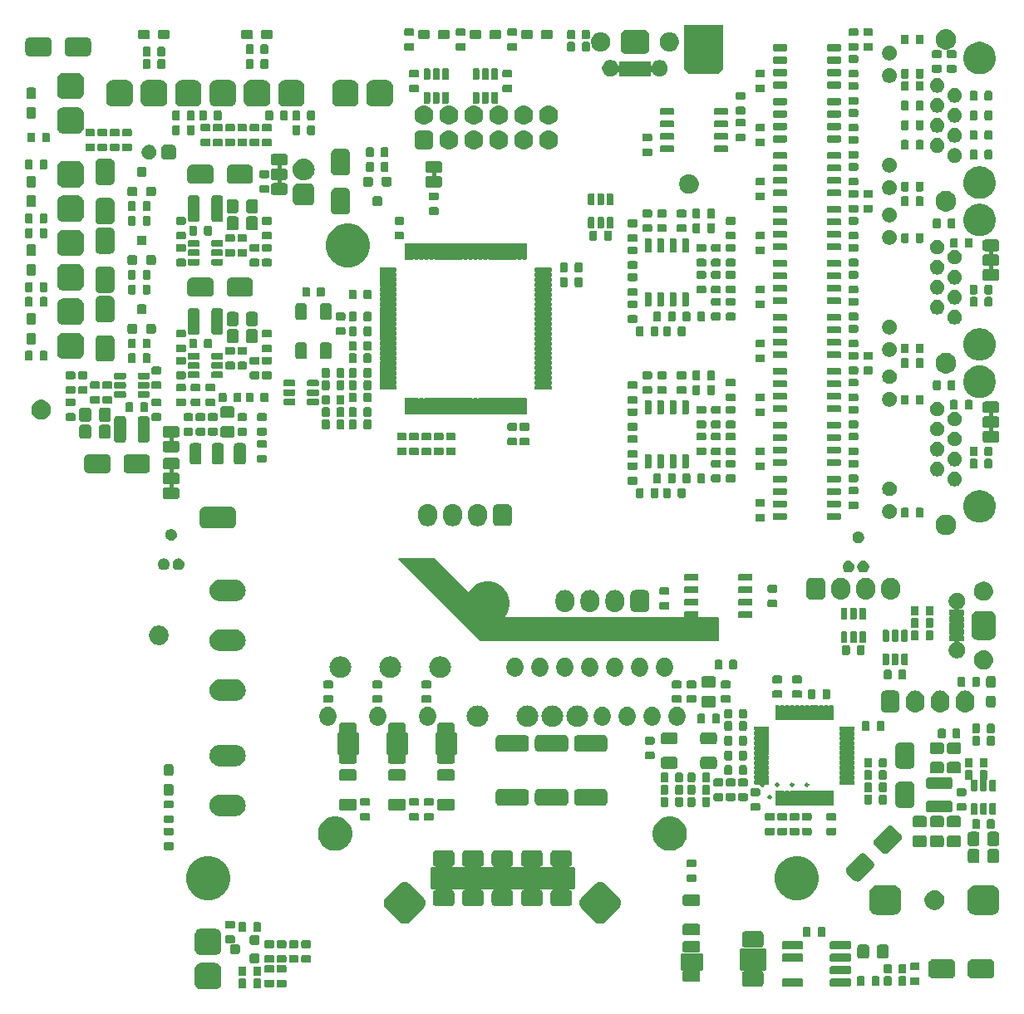
<source format=gts>
%TF.GenerationSoftware,KiCad,Pcbnew,(5.0.0-rc2-198-gb8bbb15aa)*%
%TF.CreationDate,2018-10-15T22:21:02+08:00*%
%TF.ProjectId,stmbl_4.0,73746D626C5F342E302E6B696361645F,rev?*%
%TF.SameCoordinates,Original*%
%TF.FileFunction,Soldermask,Top*%
%TF.FilePolarity,Negative*%
%FSLAX46Y46*%
G04 Gerber Fmt 4.6, Leading zero omitted, Abs format (unit mm)*
G04 Created by KiCad (PCBNEW (5.0.0-rc2-198-gb8bbb15aa)) date 10/15/18 22:21:02*
%MOMM*%
%LPD*%
G01*
G04 APERTURE LIST*
%ADD10C,0.250000*%
%ADD11C,0.150000*%
%ADD12C,0.450000*%
%ADD13C,0.100000*%
G04 APERTURE END LIST*
D10*
G36*
X165250000Y-144500000D02*
X165250000Y-146000000D01*
X167250000Y-146000000D01*
X167250000Y-144500000D01*
X165250000Y-144500000D01*
G37*
X165250000Y-144500000D02*
X165250000Y-146000000D01*
X167250000Y-146000000D01*
X167250000Y-144500000D01*
X165250000Y-144500000D01*
G36*
X140250000Y-122000000D02*
X140250000Y-124000000D01*
X142250000Y-124000000D01*
X142250000Y-122000000D01*
X140250000Y-122000000D01*
G37*
X140250000Y-122000000D02*
X140250000Y-124000000D01*
X142250000Y-124000000D01*
X142250000Y-122000000D01*
X140250000Y-122000000D01*
G36*
X135250000Y-122000000D02*
X135250000Y-124000000D01*
X137250000Y-124000000D01*
X137250000Y-122000000D01*
X135250000Y-122000000D01*
G37*
X135250000Y-122000000D02*
X135250000Y-124000000D01*
X137250000Y-124000000D01*
X137250000Y-122000000D01*
X135250000Y-122000000D01*
G36*
X130250000Y-122000000D02*
X130250000Y-124000000D01*
X132250000Y-124000000D01*
X132250000Y-122000000D01*
X130250000Y-122000000D01*
G37*
X130250000Y-122000000D02*
X130250000Y-124000000D01*
X132250000Y-124000000D01*
X132250000Y-122000000D01*
X130250000Y-122000000D01*
D11*
G36*
X169000000Y-110250000D02*
X169000000Y-112500000D01*
X144750000Y-112500000D01*
X136500000Y-104250000D01*
X140000000Y-104250000D01*
X146000000Y-110250000D01*
X169000000Y-110250000D01*
G37*
X169000000Y-110250000D02*
X169000000Y-112500000D01*
X144750000Y-112500000D01*
X136500000Y-104250000D01*
X140000000Y-104250000D01*
X146000000Y-110250000D01*
X169000000Y-110250000D01*
D10*
X178150000Y-127250000D02*
G75*
G03X178150000Y-127250000I-150000J0D01*
G01*
X174400000Y-128500000D02*
G75*
G03X174400000Y-128500000I-150000J0D01*
G01*
X173650000Y-127250000D02*
G75*
G03X173650000Y-127250000I-150000J0D01*
G01*
X176650000Y-127250000D02*
G75*
G03X176650000Y-127250000I-150000J0D01*
G01*
X175150000Y-127250000D02*
G75*
G03X175150000Y-127250000I-150000J0D01*
G01*
G36*
X171250000Y-144000000D02*
X173750000Y-144000000D01*
X173750000Y-146000000D01*
X171250000Y-146000000D01*
X171250000Y-144000000D01*
G37*
X171250000Y-144000000D02*
X173750000Y-144000000D01*
X173750000Y-146000000D01*
X171250000Y-146000000D01*
X171250000Y-144000000D01*
G36*
X139750000Y-135750000D02*
X139750000Y-137750000D01*
X154250000Y-137750000D01*
X154250000Y-135750000D01*
X139750000Y-135750000D01*
G37*
X139750000Y-135750000D02*
X139750000Y-137750000D01*
X154250000Y-137750000D01*
X154250000Y-135750000D01*
X139750000Y-135750000D01*
D12*
X140000000Y-64250000D02*
X140000000Y-65750000D01*
X113250000Y-92750000D02*
X113250000Y-91250000D01*
X113250000Y-94500000D02*
X113250000Y-96000000D01*
X113250000Y-96000000D02*
X113250000Y-97500000D01*
X196750000Y-88750000D02*
X196750000Y-90250000D01*
X196750000Y-90250000D02*
X196750000Y-91750000D01*
X124250000Y-66500000D02*
X124250000Y-65000000D01*
X124250000Y-65000000D02*
X124250000Y-63500000D01*
X196750000Y-72250000D02*
X196750000Y-73750000D01*
X196750000Y-73750000D02*
X196750000Y-75250000D01*
D13*
G36*
X117826761Y-145412726D02*
X117948651Y-145449701D01*
X118060984Y-145509744D01*
X118159448Y-145590552D01*
X118240256Y-145689016D01*
X118300299Y-145801349D01*
X118337274Y-145923239D01*
X118350000Y-146052454D01*
X118350000Y-147447546D01*
X118337274Y-147576761D01*
X118300299Y-147698651D01*
X118240256Y-147810984D01*
X118159448Y-147909448D01*
X118060984Y-147990256D01*
X117948651Y-148050299D01*
X117826761Y-148087274D01*
X117697546Y-148100000D01*
X116302454Y-148100000D01*
X116173239Y-148087274D01*
X116051349Y-148050299D01*
X115939016Y-147990256D01*
X115840552Y-147909448D01*
X115759744Y-147810984D01*
X115699701Y-147698651D01*
X115662726Y-147576761D01*
X115650000Y-147447546D01*
X115650000Y-146052454D01*
X115662726Y-145923239D01*
X115699701Y-145801349D01*
X115759744Y-145689016D01*
X115840552Y-145590552D01*
X115939016Y-145509744D01*
X116051349Y-145449701D01*
X116173239Y-145412726D01*
X116302454Y-145400000D01*
X117697546Y-145400000D01*
X117826761Y-145412726D01*
X117826761Y-145412726D01*
G37*
G36*
X122256104Y-147003551D02*
X122288421Y-147013355D01*
X122318202Y-147029273D01*
X122344305Y-147050695D01*
X122365727Y-147076798D01*
X122381645Y-147106579D01*
X122391449Y-147138896D01*
X122395000Y-147174953D01*
X122395000Y-147825047D01*
X122391449Y-147861104D01*
X122381645Y-147893421D01*
X122365727Y-147923202D01*
X122344305Y-147949305D01*
X122318202Y-147970727D01*
X122288421Y-147986645D01*
X122256104Y-147996449D01*
X122220047Y-148000000D01*
X121779953Y-148000000D01*
X121743896Y-147996449D01*
X121711579Y-147986645D01*
X121681798Y-147970727D01*
X121655695Y-147949305D01*
X121634273Y-147923202D01*
X121618355Y-147893421D01*
X121608551Y-147861104D01*
X121605000Y-147825047D01*
X121605000Y-147174953D01*
X121608551Y-147138896D01*
X121618355Y-147106579D01*
X121634273Y-147076798D01*
X121655695Y-147050695D01*
X121681798Y-147029273D01*
X121711579Y-147013355D01*
X121743896Y-147003551D01*
X121779953Y-147000000D01*
X122220047Y-147000000D01*
X122256104Y-147003551D01*
X122256104Y-147003551D01*
G37*
G36*
X120756104Y-147003551D02*
X120788421Y-147013355D01*
X120818202Y-147029273D01*
X120844305Y-147050695D01*
X120865727Y-147076798D01*
X120881645Y-147106579D01*
X120891449Y-147138896D01*
X120895000Y-147174953D01*
X120895000Y-147825047D01*
X120891449Y-147861104D01*
X120881645Y-147893421D01*
X120865727Y-147923202D01*
X120844305Y-147949305D01*
X120818202Y-147970727D01*
X120788421Y-147986645D01*
X120756104Y-147996449D01*
X120720047Y-148000000D01*
X120279953Y-148000000D01*
X120243896Y-147996449D01*
X120211579Y-147986645D01*
X120181798Y-147970727D01*
X120155695Y-147949305D01*
X120134273Y-147923202D01*
X120118355Y-147893421D01*
X120108551Y-147861104D01*
X120105000Y-147825047D01*
X120105000Y-147174953D01*
X120108551Y-147138896D01*
X120118355Y-147106579D01*
X120134273Y-147076798D01*
X120155695Y-147050695D01*
X120181798Y-147029273D01*
X120211579Y-147013355D01*
X120243896Y-147003551D01*
X120279953Y-147000000D01*
X120720047Y-147000000D01*
X120756104Y-147003551D01*
X120756104Y-147003551D01*
G37*
G36*
X124861104Y-147108551D02*
X124893421Y-147118355D01*
X124923202Y-147134273D01*
X124949305Y-147155695D01*
X124970727Y-147181798D01*
X124986645Y-147211579D01*
X124996449Y-147243896D01*
X125000000Y-147279953D01*
X125000000Y-147720047D01*
X124996449Y-147756104D01*
X124986645Y-147788421D01*
X124970727Y-147818202D01*
X124949305Y-147844305D01*
X124923202Y-147865727D01*
X124893421Y-147881645D01*
X124861104Y-147891449D01*
X124825047Y-147895000D01*
X124174953Y-147895000D01*
X124138896Y-147891449D01*
X124106579Y-147881645D01*
X124076798Y-147865727D01*
X124050695Y-147844305D01*
X124029273Y-147818202D01*
X124013355Y-147788421D01*
X124003551Y-147756104D01*
X124000000Y-147720047D01*
X124000000Y-147279953D01*
X124003551Y-147243896D01*
X124013355Y-147211579D01*
X124029273Y-147181798D01*
X124050695Y-147155695D01*
X124076798Y-147134273D01*
X124106579Y-147118355D01*
X124138896Y-147108551D01*
X124174953Y-147105000D01*
X124825047Y-147105000D01*
X124861104Y-147108551D01*
X124861104Y-147108551D01*
G37*
G36*
X123611104Y-147108551D02*
X123643421Y-147118355D01*
X123673202Y-147134273D01*
X123699305Y-147155695D01*
X123720727Y-147181798D01*
X123736645Y-147211579D01*
X123746449Y-147243896D01*
X123750000Y-147279953D01*
X123750000Y-147720047D01*
X123746449Y-147756104D01*
X123736645Y-147788421D01*
X123720727Y-147818202D01*
X123699305Y-147844305D01*
X123673202Y-147865727D01*
X123643421Y-147881645D01*
X123611104Y-147891449D01*
X123575047Y-147895000D01*
X122924953Y-147895000D01*
X122888896Y-147891449D01*
X122856579Y-147881645D01*
X122826798Y-147865727D01*
X122800695Y-147844305D01*
X122779273Y-147818202D01*
X122763355Y-147788421D01*
X122753551Y-147756104D01*
X122750000Y-147720047D01*
X122750000Y-147279953D01*
X122753551Y-147243896D01*
X122763355Y-147211579D01*
X122779273Y-147181798D01*
X122800695Y-147155695D01*
X122826798Y-147134273D01*
X122856579Y-147118355D01*
X122888896Y-147108551D01*
X122924953Y-147105000D01*
X123575047Y-147105000D01*
X123611104Y-147108551D01*
X123611104Y-147108551D01*
G37*
G36*
X173277989Y-146157923D02*
X173352981Y-146180671D01*
X173422095Y-146217614D01*
X173482672Y-146267328D01*
X173532386Y-146327905D01*
X173569329Y-146397019D01*
X173592077Y-146472011D01*
X173600000Y-146552454D01*
X173600000Y-147447546D01*
X173592077Y-147527989D01*
X173569329Y-147602981D01*
X173532386Y-147672095D01*
X173482672Y-147732672D01*
X173422095Y-147782386D01*
X173352981Y-147819329D01*
X173277989Y-147842077D01*
X173197546Y-147850000D01*
X171802454Y-147850000D01*
X171722011Y-147842077D01*
X171647019Y-147819329D01*
X171577905Y-147782386D01*
X171517328Y-147732672D01*
X171467614Y-147672095D01*
X171430671Y-147602981D01*
X171407923Y-147527989D01*
X171400000Y-147447546D01*
X171400000Y-146552454D01*
X171407923Y-146472011D01*
X171430671Y-146397019D01*
X171467614Y-146327905D01*
X171517328Y-146267328D01*
X171577905Y-146217614D01*
X171647019Y-146180671D01*
X171722011Y-146157923D01*
X171802454Y-146150000D01*
X173197546Y-146150000D01*
X173277989Y-146157923D01*
X173277989Y-146157923D01*
G37*
G36*
X177509093Y-147008599D02*
X177541877Y-147018544D01*
X177572091Y-147034694D01*
X177598573Y-147056427D01*
X177620306Y-147082909D01*
X177636456Y-147113123D01*
X177646401Y-147145907D01*
X177650000Y-147182454D01*
X177650000Y-147627546D01*
X177646401Y-147664093D01*
X177636456Y-147696877D01*
X177620306Y-147727091D01*
X177598573Y-147753573D01*
X177572091Y-147775306D01*
X177541877Y-147791456D01*
X177509093Y-147801401D01*
X177472546Y-147805000D01*
X175627454Y-147805000D01*
X175590907Y-147801401D01*
X175558123Y-147791456D01*
X175527909Y-147775306D01*
X175501427Y-147753573D01*
X175479694Y-147727091D01*
X175463544Y-147696877D01*
X175453599Y-147664093D01*
X175450000Y-147627546D01*
X175450000Y-147182454D01*
X175453599Y-147145907D01*
X175463544Y-147113123D01*
X175479694Y-147082909D01*
X175501427Y-147056427D01*
X175527909Y-147034694D01*
X175558123Y-147018544D01*
X175590907Y-147008599D01*
X175627454Y-147005000D01*
X177472546Y-147005000D01*
X177509093Y-147008599D01*
X177509093Y-147008599D01*
G37*
G36*
X182409093Y-147008599D02*
X182441877Y-147018544D01*
X182472091Y-147034694D01*
X182498573Y-147056427D01*
X182520306Y-147082909D01*
X182536456Y-147113123D01*
X182546401Y-147145907D01*
X182550000Y-147182454D01*
X182550000Y-147627546D01*
X182546401Y-147664093D01*
X182536456Y-147696877D01*
X182520306Y-147727091D01*
X182498573Y-147753573D01*
X182472091Y-147775306D01*
X182441877Y-147791456D01*
X182409093Y-147801401D01*
X182372546Y-147805000D01*
X180527454Y-147805000D01*
X180490907Y-147801401D01*
X180458123Y-147791456D01*
X180427909Y-147775306D01*
X180401427Y-147753573D01*
X180379694Y-147727091D01*
X180363544Y-147696877D01*
X180353599Y-147664093D01*
X180350000Y-147627546D01*
X180350000Y-147182454D01*
X180353599Y-147145907D01*
X180363544Y-147113123D01*
X180379694Y-147082909D01*
X180401427Y-147056427D01*
X180427909Y-147034694D01*
X180458123Y-147018544D01*
X180490907Y-147008599D01*
X180527454Y-147005000D01*
X182372546Y-147005000D01*
X182409093Y-147008599D01*
X182409093Y-147008599D01*
G37*
G36*
X188006104Y-146753551D02*
X188038421Y-146763355D01*
X188068202Y-146779273D01*
X188094305Y-146800695D01*
X188115727Y-146826798D01*
X188131645Y-146856579D01*
X188141449Y-146888896D01*
X188145000Y-146924953D01*
X188145000Y-147575047D01*
X188141449Y-147611104D01*
X188131645Y-147643421D01*
X188115727Y-147673202D01*
X188094305Y-147699305D01*
X188068202Y-147720727D01*
X188038421Y-147736645D01*
X188006104Y-147746449D01*
X187970047Y-147750000D01*
X187529953Y-147750000D01*
X187493896Y-147746449D01*
X187461579Y-147736645D01*
X187431798Y-147720727D01*
X187405695Y-147699305D01*
X187384273Y-147673202D01*
X187368355Y-147643421D01*
X187358551Y-147611104D01*
X187355000Y-147575047D01*
X187355000Y-146924953D01*
X187358551Y-146888896D01*
X187368355Y-146856579D01*
X187384273Y-146826798D01*
X187405695Y-146800695D01*
X187431798Y-146779273D01*
X187461579Y-146763355D01*
X187493896Y-146753551D01*
X187529953Y-146750000D01*
X187970047Y-146750000D01*
X188006104Y-146753551D01*
X188006104Y-146753551D01*
G37*
G36*
X186506104Y-146753551D02*
X186538421Y-146763355D01*
X186568202Y-146779273D01*
X186594305Y-146800695D01*
X186615727Y-146826798D01*
X186631645Y-146856579D01*
X186641449Y-146888896D01*
X186645000Y-146924953D01*
X186645000Y-147575047D01*
X186641449Y-147611104D01*
X186631645Y-147643421D01*
X186615727Y-147673202D01*
X186594305Y-147699305D01*
X186568202Y-147720727D01*
X186538421Y-147736645D01*
X186506104Y-147746449D01*
X186470047Y-147750000D01*
X186029953Y-147750000D01*
X185993896Y-147746449D01*
X185961579Y-147736645D01*
X185931798Y-147720727D01*
X185905695Y-147699305D01*
X185884273Y-147673202D01*
X185868355Y-147643421D01*
X185858551Y-147611104D01*
X185855000Y-147575047D01*
X185855000Y-146924953D01*
X185858551Y-146888896D01*
X185868355Y-146856579D01*
X185884273Y-146826798D01*
X185905695Y-146800695D01*
X185931798Y-146779273D01*
X185961579Y-146763355D01*
X185993896Y-146753551D01*
X186029953Y-146750000D01*
X186470047Y-146750000D01*
X186506104Y-146753551D01*
X186506104Y-146753551D01*
G37*
G36*
X185256104Y-146753551D02*
X185288421Y-146763355D01*
X185318202Y-146779273D01*
X185344305Y-146800695D01*
X185365727Y-146826798D01*
X185381645Y-146856579D01*
X185391449Y-146888896D01*
X185395000Y-146924953D01*
X185395000Y-147575047D01*
X185391449Y-147611104D01*
X185381645Y-147643421D01*
X185365727Y-147673202D01*
X185344305Y-147699305D01*
X185318202Y-147720727D01*
X185288421Y-147736645D01*
X185256104Y-147746449D01*
X185220047Y-147750000D01*
X184779953Y-147750000D01*
X184743896Y-147746449D01*
X184711579Y-147736645D01*
X184681798Y-147720727D01*
X184655695Y-147699305D01*
X184634273Y-147673202D01*
X184618355Y-147643421D01*
X184608551Y-147611104D01*
X184605000Y-147575047D01*
X184605000Y-146924953D01*
X184608551Y-146888896D01*
X184618355Y-146856579D01*
X184634273Y-146826798D01*
X184655695Y-146800695D01*
X184681798Y-146779273D01*
X184711579Y-146763355D01*
X184743896Y-146753551D01*
X184779953Y-146750000D01*
X185220047Y-146750000D01*
X185256104Y-146753551D01*
X185256104Y-146753551D01*
G37*
G36*
X183756104Y-146753551D02*
X183788421Y-146763355D01*
X183818202Y-146779273D01*
X183844305Y-146800695D01*
X183865727Y-146826798D01*
X183881645Y-146856579D01*
X183891449Y-146888896D01*
X183895000Y-146924953D01*
X183895000Y-147575047D01*
X183891449Y-147611104D01*
X183881645Y-147643421D01*
X183865727Y-147673202D01*
X183844305Y-147699305D01*
X183818202Y-147720727D01*
X183788421Y-147736645D01*
X183756104Y-147746449D01*
X183720047Y-147750000D01*
X183279953Y-147750000D01*
X183243896Y-147746449D01*
X183211579Y-147736645D01*
X183181798Y-147720727D01*
X183155695Y-147699305D01*
X183134273Y-147673202D01*
X183118355Y-147643421D01*
X183108551Y-147611104D01*
X183105000Y-147575047D01*
X183105000Y-146924953D01*
X183108551Y-146888896D01*
X183118355Y-146856579D01*
X183134273Y-146826798D01*
X183155695Y-146800695D01*
X183181798Y-146779273D01*
X183211579Y-146763355D01*
X183243896Y-146753551D01*
X183279953Y-146750000D01*
X183720047Y-146750000D01*
X183756104Y-146753551D01*
X183756104Y-146753551D01*
G37*
G36*
X189361104Y-146858551D02*
X189393421Y-146868355D01*
X189423202Y-146884273D01*
X189449305Y-146905695D01*
X189470727Y-146931798D01*
X189486645Y-146961579D01*
X189496449Y-146993896D01*
X189500000Y-147029953D01*
X189500000Y-147470047D01*
X189496449Y-147506104D01*
X189486645Y-147538421D01*
X189470727Y-147568202D01*
X189449305Y-147594305D01*
X189423202Y-147615727D01*
X189393421Y-147631645D01*
X189361104Y-147641449D01*
X189325047Y-147645000D01*
X188674953Y-147645000D01*
X188638896Y-147641449D01*
X188606579Y-147631645D01*
X188576798Y-147615727D01*
X188550695Y-147594305D01*
X188529273Y-147568202D01*
X188513355Y-147538421D01*
X188503551Y-147506104D01*
X188500000Y-147470047D01*
X188500000Y-147029953D01*
X188503551Y-146993896D01*
X188513355Y-146961579D01*
X188529273Y-146931798D01*
X188550695Y-146905695D01*
X188576798Y-146884273D01*
X188606579Y-146868355D01*
X188638896Y-146858551D01*
X188674953Y-146855000D01*
X189325047Y-146855000D01*
X189361104Y-146858551D01*
X189361104Y-146858551D01*
G37*
G36*
X166928602Y-146155521D02*
X166980145Y-146171156D01*
X167027648Y-146196547D01*
X167069284Y-146230716D01*
X167103453Y-146272352D01*
X167128844Y-146319855D01*
X167144479Y-146371398D01*
X167150000Y-146427454D01*
X167150000Y-147072546D01*
X167144479Y-147128602D01*
X167128844Y-147180145D01*
X167103453Y-147227648D01*
X167069284Y-147269284D01*
X167027648Y-147303453D01*
X166980145Y-147328844D01*
X166928602Y-147344479D01*
X166872546Y-147350000D01*
X165627454Y-147350000D01*
X165571398Y-147344479D01*
X165519855Y-147328844D01*
X165472352Y-147303453D01*
X165430716Y-147269284D01*
X165396547Y-147227648D01*
X165371156Y-147180145D01*
X165355521Y-147128602D01*
X165350000Y-147072546D01*
X165350000Y-146427454D01*
X165355521Y-146371398D01*
X165371156Y-146319855D01*
X165396547Y-146272352D01*
X165430716Y-146230716D01*
X165472352Y-146196547D01*
X165519855Y-146171156D01*
X165571398Y-146155521D01*
X165627454Y-146150000D01*
X166872546Y-146150000D01*
X166928602Y-146155521D01*
X166928602Y-146155521D01*
G37*
G36*
X196727682Y-145034124D02*
X196814398Y-145060429D01*
X196894318Y-145103147D01*
X196964366Y-145160634D01*
X197021853Y-145230682D01*
X197064571Y-145310602D01*
X197090876Y-145397318D01*
X197100000Y-145489954D01*
X197100000Y-146510046D01*
X197090876Y-146602682D01*
X197064571Y-146689398D01*
X197021853Y-146769318D01*
X196964366Y-146839366D01*
X196894318Y-146896853D01*
X196814398Y-146939571D01*
X196727682Y-146965876D01*
X196635046Y-146975000D01*
X194864954Y-146975000D01*
X194772318Y-146965876D01*
X194685602Y-146939571D01*
X194605682Y-146896853D01*
X194535634Y-146839366D01*
X194478147Y-146769318D01*
X194435429Y-146689398D01*
X194409124Y-146602682D01*
X194400000Y-146510046D01*
X194400000Y-145489954D01*
X194409124Y-145397318D01*
X194435429Y-145310602D01*
X194478147Y-145230682D01*
X194535634Y-145160634D01*
X194605682Y-145103147D01*
X194685602Y-145060429D01*
X194772318Y-145034124D01*
X194864954Y-145025000D01*
X196635046Y-145025000D01*
X196727682Y-145034124D01*
X196727682Y-145034124D01*
G37*
G36*
X192727682Y-145034124D02*
X192814398Y-145060429D01*
X192894318Y-145103147D01*
X192964366Y-145160634D01*
X193021853Y-145230682D01*
X193064571Y-145310602D01*
X193090876Y-145397318D01*
X193100000Y-145489954D01*
X193100000Y-146510046D01*
X193090876Y-146602682D01*
X193064571Y-146689398D01*
X193021853Y-146769318D01*
X192964366Y-146839366D01*
X192894318Y-146896853D01*
X192814398Y-146939571D01*
X192727682Y-146965876D01*
X192635046Y-146975000D01*
X190864954Y-146975000D01*
X190772318Y-146965876D01*
X190685602Y-146939571D01*
X190605682Y-146896853D01*
X190535634Y-146839366D01*
X190478147Y-146769318D01*
X190435429Y-146689398D01*
X190409124Y-146602682D01*
X190400000Y-146510046D01*
X190400000Y-145489954D01*
X190409124Y-145397318D01*
X190435429Y-145310602D01*
X190478147Y-145230682D01*
X190535634Y-145160634D01*
X190605682Y-145103147D01*
X190685602Y-145060429D01*
X190772318Y-145034124D01*
X190864954Y-145025000D01*
X192635046Y-145025000D01*
X192727682Y-145034124D01*
X192727682Y-145034124D01*
G37*
G36*
X120756104Y-145753551D02*
X120788421Y-145763355D01*
X120818202Y-145779273D01*
X120844305Y-145800695D01*
X120865727Y-145826798D01*
X120881645Y-145856579D01*
X120891449Y-145888896D01*
X120895000Y-145924953D01*
X120895000Y-146575047D01*
X120891449Y-146611104D01*
X120881645Y-146643421D01*
X120865727Y-146673202D01*
X120844305Y-146699305D01*
X120818202Y-146720727D01*
X120788421Y-146736645D01*
X120756104Y-146746449D01*
X120720047Y-146750000D01*
X120279953Y-146750000D01*
X120243896Y-146746449D01*
X120211579Y-146736645D01*
X120181798Y-146720727D01*
X120155695Y-146699305D01*
X120134273Y-146673202D01*
X120118355Y-146643421D01*
X120108551Y-146611104D01*
X120105000Y-146575047D01*
X120105000Y-145924953D01*
X120108551Y-145888896D01*
X120118355Y-145856579D01*
X120134273Y-145826798D01*
X120155695Y-145800695D01*
X120181798Y-145779273D01*
X120211579Y-145763355D01*
X120243896Y-145753551D01*
X120279953Y-145750000D01*
X120720047Y-145750000D01*
X120756104Y-145753551D01*
X120756104Y-145753551D01*
G37*
G36*
X122256104Y-145753551D02*
X122288421Y-145763355D01*
X122318202Y-145779273D01*
X122344305Y-145800695D01*
X122365727Y-145826798D01*
X122381645Y-145856579D01*
X122391449Y-145888896D01*
X122395000Y-145924953D01*
X122395000Y-146575047D01*
X122391449Y-146611104D01*
X122381645Y-146643421D01*
X122365727Y-146673202D01*
X122344305Y-146699305D01*
X122318202Y-146720727D01*
X122288421Y-146736645D01*
X122256104Y-146746449D01*
X122220047Y-146750000D01*
X121779953Y-146750000D01*
X121743896Y-146746449D01*
X121711579Y-146736645D01*
X121681798Y-146720727D01*
X121655695Y-146699305D01*
X121634273Y-146673202D01*
X121618355Y-146643421D01*
X121608551Y-146611104D01*
X121605000Y-146575047D01*
X121605000Y-145924953D01*
X121608551Y-145888896D01*
X121618355Y-145856579D01*
X121634273Y-145826798D01*
X121655695Y-145800695D01*
X121681798Y-145779273D01*
X121711579Y-145763355D01*
X121743896Y-145753551D01*
X121779953Y-145750000D01*
X122220047Y-145750000D01*
X122256104Y-145753551D01*
X122256104Y-145753551D01*
G37*
G36*
X182409093Y-145738599D02*
X182441877Y-145748544D01*
X182472091Y-145764694D01*
X182498573Y-145786427D01*
X182520306Y-145812909D01*
X182536456Y-145843123D01*
X182546401Y-145875907D01*
X182550000Y-145912454D01*
X182550000Y-146357546D01*
X182546401Y-146394093D01*
X182536456Y-146426877D01*
X182520306Y-146457091D01*
X182498573Y-146483573D01*
X182472091Y-146505306D01*
X182441877Y-146521456D01*
X182409093Y-146531401D01*
X182372546Y-146535000D01*
X180527454Y-146535000D01*
X180490907Y-146531401D01*
X180458123Y-146521456D01*
X180427909Y-146505306D01*
X180401427Y-146483573D01*
X180379694Y-146457091D01*
X180363544Y-146426877D01*
X180353599Y-146394093D01*
X180350000Y-146357546D01*
X180350000Y-145912454D01*
X180353599Y-145875907D01*
X180363544Y-145843123D01*
X180379694Y-145812909D01*
X180401427Y-145786427D01*
X180427909Y-145764694D01*
X180458123Y-145748544D01*
X180490907Y-145738599D01*
X180527454Y-145735000D01*
X182372546Y-145735000D01*
X182409093Y-145738599D01*
X182409093Y-145738599D01*
G37*
G36*
X186506104Y-145503551D02*
X186538421Y-145513355D01*
X186568202Y-145529273D01*
X186594305Y-145550695D01*
X186615727Y-145576798D01*
X186631645Y-145606579D01*
X186641449Y-145638896D01*
X186645000Y-145674953D01*
X186645000Y-146325047D01*
X186641449Y-146361104D01*
X186631645Y-146393421D01*
X186615727Y-146423202D01*
X186594305Y-146449305D01*
X186568202Y-146470727D01*
X186538421Y-146486645D01*
X186506104Y-146496449D01*
X186470047Y-146500000D01*
X186029953Y-146500000D01*
X185993896Y-146496449D01*
X185961579Y-146486645D01*
X185931798Y-146470727D01*
X185905695Y-146449305D01*
X185884273Y-146423202D01*
X185868355Y-146393421D01*
X185858551Y-146361104D01*
X185855000Y-146325047D01*
X185855000Y-145674953D01*
X185858551Y-145638896D01*
X185868355Y-145606579D01*
X185884273Y-145576798D01*
X185905695Y-145550695D01*
X185931798Y-145529273D01*
X185961579Y-145513355D01*
X185993896Y-145503551D01*
X186029953Y-145500000D01*
X186470047Y-145500000D01*
X186506104Y-145503551D01*
X186506104Y-145503551D01*
G37*
G36*
X188006104Y-145503551D02*
X188038421Y-145513355D01*
X188068202Y-145529273D01*
X188094305Y-145550695D01*
X188115727Y-145576798D01*
X188131645Y-145606579D01*
X188141449Y-145638896D01*
X188145000Y-145674953D01*
X188145000Y-146325047D01*
X188141449Y-146361104D01*
X188131645Y-146393421D01*
X188115727Y-146423202D01*
X188094305Y-146449305D01*
X188068202Y-146470727D01*
X188038421Y-146486645D01*
X188006104Y-146496449D01*
X187970047Y-146500000D01*
X187529953Y-146500000D01*
X187493896Y-146496449D01*
X187461579Y-146486645D01*
X187431798Y-146470727D01*
X187405695Y-146449305D01*
X187384273Y-146423202D01*
X187368355Y-146393421D01*
X187358551Y-146361104D01*
X187355000Y-146325047D01*
X187355000Y-145674953D01*
X187358551Y-145638896D01*
X187368355Y-145606579D01*
X187384273Y-145576798D01*
X187405695Y-145550695D01*
X187431798Y-145529273D01*
X187461579Y-145513355D01*
X187493896Y-145503551D01*
X187529953Y-145500000D01*
X187970047Y-145500000D01*
X188006104Y-145503551D01*
X188006104Y-145503551D01*
G37*
G36*
X124861104Y-145608551D02*
X124893421Y-145618355D01*
X124923202Y-145634273D01*
X124949305Y-145655695D01*
X124970727Y-145681798D01*
X124986645Y-145711579D01*
X124996449Y-145743896D01*
X125000000Y-145779953D01*
X125000000Y-146220047D01*
X124996449Y-146256104D01*
X124986645Y-146288421D01*
X124970727Y-146318202D01*
X124949305Y-146344305D01*
X124923202Y-146365727D01*
X124893421Y-146381645D01*
X124861104Y-146391449D01*
X124825047Y-146395000D01*
X124174953Y-146395000D01*
X124138896Y-146391449D01*
X124106579Y-146381645D01*
X124076798Y-146365727D01*
X124050695Y-146344305D01*
X124029273Y-146318202D01*
X124013355Y-146288421D01*
X124003551Y-146256104D01*
X124000000Y-146220047D01*
X124000000Y-145779953D01*
X124003551Y-145743896D01*
X124013355Y-145711579D01*
X124029273Y-145681798D01*
X124050695Y-145655695D01*
X124076798Y-145634273D01*
X124106579Y-145618355D01*
X124138896Y-145608551D01*
X124174953Y-145605000D01*
X124825047Y-145605000D01*
X124861104Y-145608551D01*
X124861104Y-145608551D01*
G37*
G36*
X123611104Y-145608551D02*
X123643421Y-145618355D01*
X123673202Y-145634273D01*
X123699305Y-145655695D01*
X123720727Y-145681798D01*
X123736645Y-145711579D01*
X123746449Y-145743896D01*
X123750000Y-145779953D01*
X123750000Y-146220047D01*
X123746449Y-146256104D01*
X123736645Y-146288421D01*
X123720727Y-146318202D01*
X123699305Y-146344305D01*
X123673202Y-146365727D01*
X123643421Y-146381645D01*
X123611104Y-146391449D01*
X123575047Y-146395000D01*
X122924953Y-146395000D01*
X122888896Y-146391449D01*
X122856579Y-146381645D01*
X122826798Y-146365727D01*
X122800695Y-146344305D01*
X122779273Y-146318202D01*
X122763355Y-146288421D01*
X122753551Y-146256104D01*
X122750000Y-146220047D01*
X122750000Y-145779953D01*
X122753551Y-145743896D01*
X122763355Y-145711579D01*
X122779273Y-145681798D01*
X122800695Y-145655695D01*
X122826798Y-145634273D01*
X122856579Y-145618355D01*
X122888896Y-145608551D01*
X122924953Y-145605000D01*
X123575047Y-145605000D01*
X123611104Y-145608551D01*
X123611104Y-145608551D01*
G37*
G36*
X189361104Y-145358551D02*
X189393421Y-145368355D01*
X189423202Y-145384273D01*
X189449305Y-145405695D01*
X189470727Y-145431798D01*
X189486645Y-145461579D01*
X189496449Y-145493896D01*
X189500000Y-145529953D01*
X189500000Y-145970047D01*
X189496449Y-146006104D01*
X189486645Y-146038421D01*
X189470727Y-146068202D01*
X189449305Y-146094305D01*
X189423202Y-146115727D01*
X189393421Y-146131645D01*
X189361104Y-146141449D01*
X189325047Y-146145000D01*
X188674953Y-146145000D01*
X188638896Y-146141449D01*
X188606579Y-146131645D01*
X188576798Y-146115727D01*
X188550695Y-146094305D01*
X188529273Y-146068202D01*
X188513355Y-146038421D01*
X188503551Y-146006104D01*
X188500000Y-145970047D01*
X188500000Y-145529953D01*
X188503551Y-145493896D01*
X188513355Y-145461579D01*
X188529273Y-145431798D01*
X188550695Y-145405695D01*
X188576798Y-145384273D01*
X188606579Y-145368355D01*
X188638896Y-145358551D01*
X188674953Y-145355000D01*
X189325047Y-145355000D01*
X189361104Y-145358551D01*
X189361104Y-145358551D01*
G37*
G36*
X122069638Y-144454511D02*
X122111806Y-144467302D01*
X122150669Y-144488075D01*
X122184731Y-144516029D01*
X122212685Y-144550091D01*
X122233458Y-144588954D01*
X122246249Y-144631122D01*
X122250810Y-144677429D01*
X122250810Y-145222571D01*
X122246249Y-145268878D01*
X122233458Y-145311046D01*
X122212685Y-145349909D01*
X122184731Y-145383971D01*
X122150669Y-145411925D01*
X122111806Y-145432698D01*
X122069638Y-145445489D01*
X122023331Y-145450050D01*
X121478189Y-145450050D01*
X121431882Y-145445489D01*
X121389714Y-145432698D01*
X121350851Y-145411925D01*
X121316789Y-145383971D01*
X121288835Y-145349909D01*
X121268062Y-145311046D01*
X121255271Y-145268878D01*
X121250710Y-145222571D01*
X121250710Y-144677429D01*
X121255271Y-144631122D01*
X121268062Y-144588954D01*
X121288835Y-144550091D01*
X121316789Y-144516029D01*
X121350851Y-144488075D01*
X121389714Y-144467302D01*
X121431882Y-144454511D01*
X121478189Y-144449950D01*
X122023331Y-144449950D01*
X122069638Y-144454511D01*
X122069638Y-144454511D01*
G37*
G36*
X123611104Y-144608551D02*
X123643421Y-144618355D01*
X123673202Y-144634273D01*
X123699305Y-144655695D01*
X123720727Y-144681798D01*
X123736645Y-144711579D01*
X123746449Y-144743896D01*
X123750000Y-144779953D01*
X123750000Y-145220047D01*
X123746449Y-145256104D01*
X123736645Y-145288421D01*
X123720727Y-145318202D01*
X123699305Y-145344305D01*
X123673202Y-145365727D01*
X123643421Y-145381645D01*
X123611104Y-145391449D01*
X123575047Y-145395000D01*
X122924953Y-145395000D01*
X122888896Y-145391449D01*
X122856579Y-145381645D01*
X122826798Y-145365727D01*
X122800695Y-145344305D01*
X122779273Y-145318202D01*
X122763355Y-145288421D01*
X122753551Y-145256104D01*
X122750000Y-145220047D01*
X122750000Y-144779953D01*
X122753551Y-144743896D01*
X122763355Y-144711579D01*
X122779273Y-144681798D01*
X122800695Y-144655695D01*
X122826798Y-144634273D01*
X122856579Y-144618355D01*
X122888896Y-144608551D01*
X122924953Y-144605000D01*
X123575047Y-144605000D01*
X123611104Y-144608551D01*
X123611104Y-144608551D01*
G37*
G36*
X126111104Y-144608551D02*
X126143421Y-144618355D01*
X126173202Y-144634273D01*
X126199305Y-144655695D01*
X126220727Y-144681798D01*
X126236645Y-144711579D01*
X126246449Y-144743896D01*
X126250000Y-144779953D01*
X126250000Y-145220047D01*
X126246449Y-145256104D01*
X126236645Y-145288421D01*
X126220727Y-145318202D01*
X126199305Y-145344305D01*
X126173202Y-145365727D01*
X126143421Y-145381645D01*
X126111104Y-145391449D01*
X126075047Y-145395000D01*
X125424953Y-145395000D01*
X125388896Y-145391449D01*
X125356579Y-145381645D01*
X125326798Y-145365727D01*
X125300695Y-145344305D01*
X125279273Y-145318202D01*
X125263355Y-145288421D01*
X125253551Y-145256104D01*
X125250000Y-145220047D01*
X125250000Y-144779953D01*
X125253551Y-144743896D01*
X125263355Y-144711579D01*
X125279273Y-144681798D01*
X125300695Y-144655695D01*
X125326798Y-144634273D01*
X125356579Y-144618355D01*
X125388896Y-144608551D01*
X125424953Y-144605000D01*
X126075047Y-144605000D01*
X126111104Y-144608551D01*
X126111104Y-144608551D01*
G37*
G36*
X127361104Y-144608551D02*
X127393421Y-144618355D01*
X127423202Y-144634273D01*
X127449305Y-144655695D01*
X127470727Y-144681798D01*
X127486645Y-144711579D01*
X127496449Y-144743896D01*
X127500000Y-144779953D01*
X127500000Y-145220047D01*
X127496449Y-145256104D01*
X127486645Y-145288421D01*
X127470727Y-145318202D01*
X127449305Y-145344305D01*
X127423202Y-145365727D01*
X127393421Y-145381645D01*
X127361104Y-145391449D01*
X127325047Y-145395000D01*
X126674953Y-145395000D01*
X126638896Y-145391449D01*
X126606579Y-145381645D01*
X126576798Y-145365727D01*
X126550695Y-145344305D01*
X126529273Y-145318202D01*
X126513355Y-145288421D01*
X126503551Y-145256104D01*
X126500000Y-145220047D01*
X126500000Y-144779953D01*
X126503551Y-144743896D01*
X126513355Y-144711579D01*
X126529273Y-144681798D01*
X126550695Y-144655695D01*
X126576798Y-144634273D01*
X126606579Y-144618355D01*
X126638896Y-144608551D01*
X126674953Y-144605000D01*
X127325047Y-144605000D01*
X127361104Y-144608551D01*
X127361104Y-144608551D01*
G37*
G36*
X124861104Y-144608551D02*
X124893421Y-144618355D01*
X124923202Y-144634273D01*
X124949305Y-144655695D01*
X124970727Y-144681798D01*
X124986645Y-144711579D01*
X124996449Y-144743896D01*
X125000000Y-144779953D01*
X125000000Y-145220047D01*
X124996449Y-145256104D01*
X124986645Y-145288421D01*
X124970727Y-145318202D01*
X124949305Y-145344305D01*
X124923202Y-145365727D01*
X124893421Y-145381645D01*
X124861104Y-145391449D01*
X124825047Y-145395000D01*
X124174953Y-145395000D01*
X124138896Y-145391449D01*
X124106579Y-145381645D01*
X124076798Y-145365727D01*
X124050695Y-145344305D01*
X124029273Y-145318202D01*
X124013355Y-145288421D01*
X124003551Y-145256104D01*
X124000000Y-145220047D01*
X124000000Y-144779953D01*
X124003551Y-144743896D01*
X124013355Y-144711579D01*
X124029273Y-144681798D01*
X124050695Y-144655695D01*
X124076798Y-144634273D01*
X124106579Y-144618355D01*
X124138896Y-144608551D01*
X124174953Y-144605000D01*
X124825047Y-144605000D01*
X124861104Y-144608551D01*
X124861104Y-144608551D01*
G37*
G36*
X182409093Y-144468599D02*
X182441877Y-144478544D01*
X182472091Y-144494694D01*
X182498573Y-144516427D01*
X182520306Y-144542909D01*
X182536456Y-144573123D01*
X182546401Y-144605907D01*
X182550000Y-144642454D01*
X182550000Y-145087546D01*
X182546401Y-145124093D01*
X182536456Y-145156877D01*
X182520306Y-145187091D01*
X182498573Y-145213573D01*
X182472091Y-145235306D01*
X182441877Y-145251456D01*
X182409093Y-145261401D01*
X182372546Y-145265000D01*
X180527454Y-145265000D01*
X180490907Y-145261401D01*
X180458123Y-145251456D01*
X180427909Y-145235306D01*
X180401427Y-145213573D01*
X180379694Y-145187091D01*
X180363544Y-145156877D01*
X180353599Y-145124093D01*
X180350000Y-145087546D01*
X180350000Y-144642454D01*
X180353599Y-144605907D01*
X180363544Y-144573123D01*
X180379694Y-144542909D01*
X180401427Y-144516427D01*
X180427909Y-144494694D01*
X180458123Y-144478544D01*
X180490907Y-144468599D01*
X180527454Y-144465000D01*
X182372546Y-144465000D01*
X182409093Y-144468599D01*
X182409093Y-144468599D01*
G37*
G36*
X177509093Y-144468599D02*
X177541877Y-144478544D01*
X177572091Y-144494694D01*
X177598573Y-144516427D01*
X177620306Y-144542909D01*
X177636456Y-144573123D01*
X177646401Y-144605907D01*
X177650000Y-144642454D01*
X177650000Y-145087546D01*
X177646401Y-145124093D01*
X177636456Y-145156877D01*
X177620306Y-145187091D01*
X177598573Y-145213573D01*
X177572091Y-145235306D01*
X177541877Y-145251456D01*
X177509093Y-145261401D01*
X177472546Y-145265000D01*
X175627454Y-145265000D01*
X175590907Y-145261401D01*
X175558123Y-145251456D01*
X175527909Y-145235306D01*
X175501427Y-145213573D01*
X175479694Y-145187091D01*
X175463544Y-145156877D01*
X175453599Y-145124093D01*
X175450000Y-145087546D01*
X175450000Y-144642454D01*
X175453599Y-144605907D01*
X175463544Y-144573123D01*
X175479694Y-144542909D01*
X175501427Y-144516427D01*
X175527909Y-144494694D01*
X175558123Y-144478544D01*
X175590907Y-144468599D01*
X175627454Y-144465000D01*
X177472546Y-144465000D01*
X177509093Y-144468599D01*
X177509093Y-144468599D01*
G37*
G36*
X184128602Y-143530521D02*
X184180145Y-143546156D01*
X184227648Y-143571547D01*
X184269284Y-143605716D01*
X184303453Y-143647352D01*
X184328844Y-143694855D01*
X184344479Y-143746398D01*
X184350000Y-143802454D01*
X184350000Y-144697546D01*
X184344479Y-144753602D01*
X184328844Y-144805145D01*
X184303453Y-144852648D01*
X184269284Y-144894284D01*
X184227648Y-144928453D01*
X184180145Y-144953844D01*
X184128602Y-144969479D01*
X184072546Y-144975000D01*
X183427454Y-144975000D01*
X183371398Y-144969479D01*
X183319855Y-144953844D01*
X183272352Y-144928453D01*
X183230716Y-144894284D01*
X183196547Y-144852648D01*
X183171156Y-144805145D01*
X183155521Y-144753602D01*
X183150000Y-144697546D01*
X183150000Y-143802454D01*
X183155521Y-143746398D01*
X183171156Y-143694855D01*
X183196547Y-143647352D01*
X183230716Y-143605716D01*
X183272352Y-143571547D01*
X183319855Y-143546156D01*
X183371398Y-143530521D01*
X183427454Y-143525000D01*
X184072546Y-143525000D01*
X184128602Y-143530521D01*
X184128602Y-143530521D01*
G37*
G36*
X186128602Y-143530521D02*
X186180145Y-143546156D01*
X186227648Y-143571547D01*
X186269284Y-143605716D01*
X186303453Y-143647352D01*
X186328844Y-143694855D01*
X186344479Y-143746398D01*
X186350000Y-143802454D01*
X186350000Y-144697546D01*
X186344479Y-144753602D01*
X186328844Y-144805145D01*
X186303453Y-144852648D01*
X186269284Y-144894284D01*
X186227648Y-144928453D01*
X186180145Y-144953844D01*
X186128602Y-144969479D01*
X186072546Y-144975000D01*
X185427454Y-144975000D01*
X185371398Y-144969479D01*
X185319855Y-144953844D01*
X185272352Y-144928453D01*
X185230716Y-144894284D01*
X185196547Y-144852648D01*
X185171156Y-144805145D01*
X185155521Y-144753602D01*
X185150000Y-144697546D01*
X185150000Y-143802454D01*
X185155521Y-143746398D01*
X185171156Y-143694855D01*
X185196547Y-143647352D01*
X185230716Y-143605716D01*
X185272352Y-143571547D01*
X185319855Y-143546156D01*
X185371398Y-143530521D01*
X185427454Y-143525000D01*
X186072546Y-143525000D01*
X186128602Y-143530521D01*
X186128602Y-143530521D01*
G37*
G36*
X117826761Y-141912726D02*
X117948651Y-141949701D01*
X118060984Y-142009744D01*
X118159448Y-142090552D01*
X118240256Y-142189016D01*
X118300299Y-142301349D01*
X118337274Y-142423239D01*
X118350000Y-142552454D01*
X118350000Y-143947546D01*
X118337274Y-144076761D01*
X118300299Y-144198651D01*
X118240256Y-144310984D01*
X118159448Y-144409448D01*
X118060984Y-144490256D01*
X117948651Y-144550299D01*
X117826761Y-144587274D01*
X117697546Y-144600000D01*
X116302454Y-144600000D01*
X116173239Y-144587274D01*
X116051349Y-144550299D01*
X115939016Y-144490256D01*
X115840552Y-144409448D01*
X115759744Y-144310984D01*
X115699701Y-144198651D01*
X115662726Y-144076761D01*
X115650000Y-143947546D01*
X115650000Y-142552454D01*
X115662726Y-142423239D01*
X115699701Y-142301349D01*
X115759744Y-142189016D01*
X115840552Y-142090552D01*
X115939016Y-142009744D01*
X116051349Y-141949701D01*
X116173239Y-141912726D01*
X116302454Y-141900000D01*
X117697546Y-141900000D01*
X117826761Y-141912726D01*
X117826761Y-141912726D01*
G37*
G36*
X120070658Y-143504511D02*
X120112826Y-143517302D01*
X120151689Y-143538075D01*
X120185751Y-143566029D01*
X120213705Y-143600091D01*
X120234478Y-143638954D01*
X120247269Y-143681122D01*
X120251830Y-143727429D01*
X120251830Y-144272571D01*
X120247269Y-144318878D01*
X120234478Y-144361046D01*
X120213705Y-144399909D01*
X120185751Y-144433971D01*
X120151689Y-144461925D01*
X120112826Y-144482698D01*
X120070658Y-144495489D01*
X120024351Y-144500050D01*
X119479209Y-144500050D01*
X119432902Y-144495489D01*
X119390734Y-144482698D01*
X119351871Y-144461925D01*
X119317809Y-144433971D01*
X119289855Y-144399909D01*
X119269082Y-144361046D01*
X119256291Y-144318878D01*
X119251730Y-144272571D01*
X119251730Y-143727429D01*
X119256291Y-143681122D01*
X119269082Y-143638954D01*
X119289855Y-143600091D01*
X119317809Y-143566029D01*
X119351871Y-143538075D01*
X119390734Y-143517302D01*
X119432902Y-143504511D01*
X119479209Y-143499950D01*
X120024351Y-143499950D01*
X120070658Y-143504511D01*
X120070658Y-143504511D01*
G37*
G36*
X166928602Y-143155521D02*
X166980145Y-143171156D01*
X167027648Y-143196547D01*
X167069284Y-143230716D01*
X167103453Y-143272352D01*
X167128844Y-143319855D01*
X167144479Y-143371398D01*
X167150000Y-143427454D01*
X167150000Y-144072546D01*
X167144479Y-144128602D01*
X167128844Y-144180145D01*
X167103453Y-144227648D01*
X167069284Y-144269284D01*
X167027648Y-144303453D01*
X166980145Y-144328844D01*
X166928602Y-144344479D01*
X166872546Y-144350000D01*
X165627454Y-144350000D01*
X165571398Y-144344479D01*
X165519855Y-144328844D01*
X165472352Y-144303453D01*
X165430716Y-144269284D01*
X165396547Y-144227648D01*
X165371156Y-144180145D01*
X165355521Y-144128602D01*
X165350000Y-144072546D01*
X165350000Y-143427454D01*
X165355521Y-143371398D01*
X165371156Y-143319855D01*
X165396547Y-143272352D01*
X165430716Y-143230716D01*
X165472352Y-143196547D01*
X165519855Y-143171156D01*
X165571398Y-143155521D01*
X165627454Y-143150000D01*
X166872546Y-143150000D01*
X166928602Y-143155521D01*
X166928602Y-143155521D01*
G37*
G36*
X182409093Y-143198599D02*
X182441877Y-143208544D01*
X182472091Y-143224694D01*
X182498573Y-143246427D01*
X182520306Y-143272909D01*
X182536456Y-143303123D01*
X182546401Y-143335907D01*
X182550000Y-143372454D01*
X182550000Y-143817546D01*
X182546401Y-143854093D01*
X182536456Y-143886877D01*
X182520306Y-143917091D01*
X182498573Y-143943573D01*
X182472091Y-143965306D01*
X182441877Y-143981456D01*
X182409093Y-143991401D01*
X182372546Y-143995000D01*
X180527454Y-143995000D01*
X180490907Y-143991401D01*
X180458123Y-143981456D01*
X180427909Y-143965306D01*
X180401427Y-143943573D01*
X180379694Y-143917091D01*
X180363544Y-143886877D01*
X180353599Y-143854093D01*
X180350000Y-143817546D01*
X180350000Y-143372454D01*
X180353599Y-143335907D01*
X180363544Y-143303123D01*
X180379694Y-143272909D01*
X180401427Y-143246427D01*
X180427909Y-143224694D01*
X180458123Y-143208544D01*
X180490907Y-143198599D01*
X180527454Y-143195000D01*
X182372546Y-143195000D01*
X182409093Y-143198599D01*
X182409093Y-143198599D01*
G37*
G36*
X177509093Y-143198599D02*
X177541877Y-143208544D01*
X177572091Y-143224694D01*
X177598573Y-143246427D01*
X177620306Y-143272909D01*
X177636456Y-143303123D01*
X177646401Y-143335907D01*
X177650000Y-143372454D01*
X177650000Y-143817546D01*
X177646401Y-143854093D01*
X177636456Y-143886877D01*
X177620306Y-143917091D01*
X177598573Y-143943573D01*
X177572091Y-143965306D01*
X177541877Y-143981456D01*
X177509093Y-143991401D01*
X177472546Y-143995000D01*
X175627454Y-143995000D01*
X175590907Y-143991401D01*
X175558123Y-143981456D01*
X175527909Y-143965306D01*
X175501427Y-143943573D01*
X175479694Y-143917091D01*
X175463544Y-143886877D01*
X175453599Y-143854093D01*
X175450000Y-143817546D01*
X175450000Y-143372454D01*
X175453599Y-143335907D01*
X175463544Y-143303123D01*
X175479694Y-143272909D01*
X175501427Y-143246427D01*
X175527909Y-143224694D01*
X175558123Y-143208544D01*
X175590907Y-143198599D01*
X175627454Y-143195000D01*
X177472546Y-143195000D01*
X177509093Y-143198599D01*
X177509093Y-143198599D01*
G37*
G36*
X124861104Y-143108551D02*
X124893421Y-143118355D01*
X124923202Y-143134273D01*
X124949305Y-143155695D01*
X124970727Y-143181798D01*
X124986645Y-143211579D01*
X124996449Y-143243896D01*
X125000000Y-143279953D01*
X125000000Y-143720047D01*
X124996449Y-143756104D01*
X124986645Y-143788421D01*
X124970727Y-143818202D01*
X124949305Y-143844305D01*
X124923202Y-143865727D01*
X124893421Y-143881645D01*
X124861104Y-143891449D01*
X124825047Y-143895000D01*
X124174953Y-143895000D01*
X124138896Y-143891449D01*
X124106579Y-143881645D01*
X124076798Y-143865727D01*
X124050695Y-143844305D01*
X124029273Y-143818202D01*
X124013355Y-143788421D01*
X124003551Y-143756104D01*
X124000000Y-143720047D01*
X124000000Y-143279953D01*
X124003551Y-143243896D01*
X124013355Y-143211579D01*
X124029273Y-143181798D01*
X124050695Y-143155695D01*
X124076798Y-143134273D01*
X124106579Y-143118355D01*
X124138896Y-143108551D01*
X124174953Y-143105000D01*
X124825047Y-143105000D01*
X124861104Y-143108551D01*
X124861104Y-143108551D01*
G37*
G36*
X126111104Y-143108551D02*
X126143421Y-143118355D01*
X126173202Y-143134273D01*
X126199305Y-143155695D01*
X126220727Y-143181798D01*
X126236645Y-143211579D01*
X126246449Y-143243896D01*
X126250000Y-143279953D01*
X126250000Y-143720047D01*
X126246449Y-143756104D01*
X126236645Y-143788421D01*
X126220727Y-143818202D01*
X126199305Y-143844305D01*
X126173202Y-143865727D01*
X126143421Y-143881645D01*
X126111104Y-143891449D01*
X126075047Y-143895000D01*
X125424953Y-143895000D01*
X125388896Y-143891449D01*
X125356579Y-143881645D01*
X125326798Y-143865727D01*
X125300695Y-143844305D01*
X125279273Y-143818202D01*
X125263355Y-143788421D01*
X125253551Y-143756104D01*
X125250000Y-143720047D01*
X125250000Y-143279953D01*
X125253551Y-143243896D01*
X125263355Y-143211579D01*
X125279273Y-143181798D01*
X125300695Y-143155695D01*
X125326798Y-143134273D01*
X125356579Y-143118355D01*
X125388896Y-143108551D01*
X125424953Y-143105000D01*
X126075047Y-143105000D01*
X126111104Y-143108551D01*
X126111104Y-143108551D01*
G37*
G36*
X127361104Y-143108551D02*
X127393421Y-143118355D01*
X127423202Y-143134273D01*
X127449305Y-143155695D01*
X127470727Y-143181798D01*
X127486645Y-143211579D01*
X127496449Y-143243896D01*
X127500000Y-143279953D01*
X127500000Y-143720047D01*
X127496449Y-143756104D01*
X127486645Y-143788421D01*
X127470727Y-143818202D01*
X127449305Y-143844305D01*
X127423202Y-143865727D01*
X127393421Y-143881645D01*
X127361104Y-143891449D01*
X127325047Y-143895000D01*
X126674953Y-143895000D01*
X126638896Y-143891449D01*
X126606579Y-143881645D01*
X126576798Y-143865727D01*
X126550695Y-143844305D01*
X126529273Y-143818202D01*
X126513355Y-143788421D01*
X126503551Y-143756104D01*
X126500000Y-143720047D01*
X126500000Y-143279953D01*
X126503551Y-143243896D01*
X126513355Y-143211579D01*
X126529273Y-143181798D01*
X126550695Y-143155695D01*
X126576798Y-143134273D01*
X126606579Y-143118355D01*
X126638896Y-143108551D01*
X126674953Y-143105000D01*
X127325047Y-143105000D01*
X127361104Y-143108551D01*
X127361104Y-143108551D01*
G37*
G36*
X123611104Y-143108551D02*
X123643421Y-143118355D01*
X123673202Y-143134273D01*
X123699305Y-143155695D01*
X123720727Y-143181798D01*
X123736645Y-143211579D01*
X123746449Y-143243896D01*
X123750000Y-143279953D01*
X123750000Y-143720047D01*
X123746449Y-143756104D01*
X123736645Y-143788421D01*
X123720727Y-143818202D01*
X123699305Y-143844305D01*
X123673202Y-143865727D01*
X123643421Y-143881645D01*
X123611104Y-143891449D01*
X123575047Y-143895000D01*
X122924953Y-143895000D01*
X122888896Y-143891449D01*
X122856579Y-143881645D01*
X122826798Y-143865727D01*
X122800695Y-143844305D01*
X122779273Y-143818202D01*
X122763355Y-143788421D01*
X122753551Y-143756104D01*
X122750000Y-143720047D01*
X122750000Y-143279953D01*
X122753551Y-143243896D01*
X122763355Y-143211579D01*
X122779273Y-143181798D01*
X122800695Y-143155695D01*
X122826798Y-143134273D01*
X122856579Y-143118355D01*
X122888896Y-143108551D01*
X122924953Y-143105000D01*
X123575047Y-143105000D01*
X123611104Y-143108551D01*
X123611104Y-143108551D01*
G37*
G36*
X173277989Y-142157923D02*
X173352981Y-142180671D01*
X173422095Y-142217614D01*
X173482672Y-142267328D01*
X173532386Y-142327905D01*
X173569329Y-142397019D01*
X173592077Y-142472011D01*
X173600000Y-142552454D01*
X173600000Y-143447546D01*
X173592077Y-143527989D01*
X173569329Y-143602981D01*
X173532386Y-143672095D01*
X173482672Y-143732672D01*
X173422095Y-143782386D01*
X173352981Y-143819329D01*
X173277989Y-143842077D01*
X173197546Y-143850000D01*
X171802454Y-143850000D01*
X171722011Y-143842077D01*
X171647019Y-143819329D01*
X171577905Y-143782386D01*
X171517328Y-143732672D01*
X171467614Y-143672095D01*
X171430671Y-143602981D01*
X171407923Y-143527989D01*
X171400000Y-143447546D01*
X171400000Y-142552454D01*
X171407923Y-142472011D01*
X171430671Y-142397019D01*
X171467614Y-142327905D01*
X171517328Y-142267328D01*
X171577905Y-142217614D01*
X171647019Y-142180671D01*
X171722011Y-142157923D01*
X171802454Y-142150000D01*
X173197546Y-142150000D01*
X173277989Y-142157923D01*
X173277989Y-142157923D01*
G37*
G36*
X122069638Y-142554511D02*
X122111806Y-142567302D01*
X122150669Y-142588075D01*
X122184731Y-142616029D01*
X122212685Y-142650091D01*
X122233458Y-142688954D01*
X122246249Y-142731122D01*
X122250810Y-142777429D01*
X122250810Y-143322571D01*
X122246249Y-143368878D01*
X122233458Y-143411046D01*
X122212685Y-143449909D01*
X122184731Y-143483971D01*
X122150669Y-143511925D01*
X122111806Y-143532698D01*
X122069638Y-143545489D01*
X122023331Y-143550050D01*
X121478189Y-143550050D01*
X121431882Y-143545489D01*
X121389714Y-143532698D01*
X121350851Y-143511925D01*
X121316789Y-143483971D01*
X121288835Y-143449909D01*
X121268062Y-143411046D01*
X121255271Y-143368878D01*
X121250710Y-143322571D01*
X121250710Y-142777429D01*
X121255271Y-142731122D01*
X121268062Y-142688954D01*
X121288835Y-142650091D01*
X121316789Y-142616029D01*
X121350851Y-142588075D01*
X121389714Y-142567302D01*
X121431882Y-142554511D01*
X121478189Y-142549950D01*
X122023331Y-142549950D01*
X122069638Y-142554511D01*
X122069638Y-142554511D01*
G37*
G36*
X119611104Y-142608551D02*
X119643421Y-142618355D01*
X119673202Y-142634273D01*
X119699305Y-142655695D01*
X119720727Y-142681798D01*
X119736645Y-142711579D01*
X119746449Y-142743896D01*
X119750000Y-142779953D01*
X119750000Y-143220047D01*
X119746449Y-143256104D01*
X119736645Y-143288421D01*
X119720727Y-143318202D01*
X119699305Y-143344305D01*
X119673202Y-143365727D01*
X119643421Y-143381645D01*
X119611104Y-143391449D01*
X119575047Y-143395000D01*
X118924953Y-143395000D01*
X118888896Y-143391449D01*
X118856579Y-143381645D01*
X118826798Y-143365727D01*
X118800695Y-143344305D01*
X118779273Y-143318202D01*
X118763355Y-143288421D01*
X118753551Y-143256104D01*
X118750000Y-143220047D01*
X118750000Y-142779953D01*
X118753551Y-142743896D01*
X118763355Y-142711579D01*
X118779273Y-142681798D01*
X118800695Y-142655695D01*
X118826798Y-142634273D01*
X118856579Y-142618355D01*
X118888896Y-142608551D01*
X118924953Y-142605000D01*
X119575047Y-142605000D01*
X119611104Y-142608551D01*
X119611104Y-142608551D01*
G37*
G36*
X178256104Y-141753551D02*
X178288421Y-141763355D01*
X178318202Y-141779273D01*
X178344305Y-141800695D01*
X178365727Y-141826798D01*
X178381645Y-141856579D01*
X178391449Y-141888896D01*
X178395000Y-141924953D01*
X178395000Y-142575047D01*
X178391449Y-142611104D01*
X178381645Y-142643421D01*
X178365727Y-142673202D01*
X178344305Y-142699305D01*
X178318202Y-142720727D01*
X178288421Y-142736645D01*
X178256104Y-142746449D01*
X178220047Y-142750000D01*
X177779953Y-142750000D01*
X177743896Y-142746449D01*
X177711579Y-142736645D01*
X177681798Y-142720727D01*
X177655695Y-142699305D01*
X177634273Y-142673202D01*
X177618355Y-142643421D01*
X177608551Y-142611104D01*
X177605000Y-142575047D01*
X177605000Y-141924953D01*
X177608551Y-141888896D01*
X177618355Y-141856579D01*
X177634273Y-141826798D01*
X177655695Y-141800695D01*
X177681798Y-141779273D01*
X177711579Y-141763355D01*
X177743896Y-141753551D01*
X177779953Y-141750000D01*
X178220047Y-141750000D01*
X178256104Y-141753551D01*
X178256104Y-141753551D01*
G37*
G36*
X179756104Y-141753551D02*
X179788421Y-141763355D01*
X179818202Y-141779273D01*
X179844305Y-141800695D01*
X179865727Y-141826798D01*
X179881645Y-141856579D01*
X179891449Y-141888896D01*
X179895000Y-141924953D01*
X179895000Y-142575047D01*
X179891449Y-142611104D01*
X179881645Y-142643421D01*
X179865727Y-142673202D01*
X179844305Y-142699305D01*
X179818202Y-142720727D01*
X179788421Y-142736645D01*
X179756104Y-142746449D01*
X179720047Y-142750000D01*
X179279953Y-142750000D01*
X179243896Y-142746449D01*
X179211579Y-142736645D01*
X179181798Y-142720727D01*
X179155695Y-142699305D01*
X179134273Y-142673202D01*
X179118355Y-142643421D01*
X179108551Y-142611104D01*
X179105000Y-142575047D01*
X179105000Y-141924953D01*
X179108551Y-141888896D01*
X179118355Y-141856579D01*
X179134273Y-141826798D01*
X179155695Y-141800695D01*
X179181798Y-141779273D01*
X179211579Y-141763355D01*
X179243896Y-141753551D01*
X179279953Y-141750000D01*
X179720047Y-141750000D01*
X179756104Y-141753551D01*
X179756104Y-141753551D01*
G37*
G36*
X166928602Y-141405521D02*
X166980145Y-141421156D01*
X167027648Y-141446547D01*
X167069284Y-141480716D01*
X167103453Y-141522352D01*
X167128844Y-141569855D01*
X167144479Y-141621398D01*
X167150000Y-141677454D01*
X167150000Y-142322546D01*
X167144479Y-142378602D01*
X167128844Y-142430145D01*
X167103453Y-142477648D01*
X167069284Y-142519284D01*
X167027648Y-142553453D01*
X166980145Y-142578844D01*
X166928602Y-142594479D01*
X166872546Y-142600000D01*
X165627454Y-142600000D01*
X165571398Y-142594479D01*
X165519855Y-142578844D01*
X165472352Y-142553453D01*
X165430716Y-142519284D01*
X165396547Y-142477648D01*
X165371156Y-142430145D01*
X165355521Y-142378602D01*
X165350000Y-142322546D01*
X165350000Y-141677454D01*
X165355521Y-141621398D01*
X165371156Y-141569855D01*
X165396547Y-141522352D01*
X165430716Y-141480716D01*
X165472352Y-141446547D01*
X165519855Y-141421156D01*
X165571398Y-141405521D01*
X165627454Y-141400000D01*
X166872546Y-141400000D01*
X166928602Y-141405521D01*
X166928602Y-141405521D01*
G37*
G36*
X122256104Y-141253551D02*
X122288421Y-141263355D01*
X122318202Y-141279273D01*
X122344305Y-141300695D01*
X122365727Y-141326798D01*
X122381645Y-141356579D01*
X122391449Y-141388896D01*
X122395000Y-141424953D01*
X122395000Y-142075047D01*
X122391449Y-142111104D01*
X122381645Y-142143421D01*
X122365727Y-142173202D01*
X122344305Y-142199305D01*
X122318202Y-142220727D01*
X122288421Y-142236645D01*
X122256104Y-142246449D01*
X122220047Y-142250000D01*
X121779953Y-142250000D01*
X121743896Y-142246449D01*
X121711579Y-142236645D01*
X121681798Y-142220727D01*
X121655695Y-142199305D01*
X121634273Y-142173202D01*
X121618355Y-142143421D01*
X121608551Y-142111104D01*
X121605000Y-142075047D01*
X121605000Y-141424953D01*
X121608551Y-141388896D01*
X121618355Y-141356579D01*
X121634273Y-141326798D01*
X121655695Y-141300695D01*
X121681798Y-141279273D01*
X121711579Y-141263355D01*
X121743896Y-141253551D01*
X121779953Y-141250000D01*
X122220047Y-141250000D01*
X122256104Y-141253551D01*
X122256104Y-141253551D01*
G37*
G36*
X120756104Y-141253551D02*
X120788421Y-141263355D01*
X120818202Y-141279273D01*
X120844305Y-141300695D01*
X120865727Y-141326798D01*
X120881645Y-141356579D01*
X120891449Y-141388896D01*
X120895000Y-141424953D01*
X120895000Y-142075047D01*
X120891449Y-142111104D01*
X120881645Y-142143421D01*
X120865727Y-142173202D01*
X120844305Y-142199305D01*
X120818202Y-142220727D01*
X120788421Y-142236645D01*
X120756104Y-142246449D01*
X120720047Y-142250000D01*
X120279953Y-142250000D01*
X120243896Y-142246449D01*
X120211579Y-142236645D01*
X120181798Y-142220727D01*
X120155695Y-142199305D01*
X120134273Y-142173202D01*
X120118355Y-142143421D01*
X120108551Y-142111104D01*
X120105000Y-142075047D01*
X120105000Y-141424953D01*
X120108551Y-141388896D01*
X120118355Y-141356579D01*
X120134273Y-141326798D01*
X120155695Y-141300695D01*
X120181798Y-141279273D01*
X120211579Y-141263355D01*
X120243896Y-141253551D01*
X120279953Y-141250000D01*
X120720047Y-141250000D01*
X120756104Y-141253551D01*
X120756104Y-141253551D01*
G37*
G36*
X119611104Y-141108551D02*
X119643421Y-141118355D01*
X119673202Y-141134273D01*
X119699305Y-141155695D01*
X119720727Y-141181798D01*
X119736645Y-141211579D01*
X119746449Y-141243896D01*
X119750000Y-141279953D01*
X119750000Y-141720047D01*
X119746449Y-141756104D01*
X119736645Y-141788421D01*
X119720727Y-141818202D01*
X119699305Y-141844305D01*
X119673202Y-141865727D01*
X119643421Y-141881645D01*
X119611104Y-141891449D01*
X119575047Y-141895000D01*
X118924953Y-141895000D01*
X118888896Y-141891449D01*
X118856579Y-141881645D01*
X118826798Y-141865727D01*
X118800695Y-141844305D01*
X118779273Y-141818202D01*
X118763355Y-141788421D01*
X118753551Y-141756104D01*
X118750000Y-141720047D01*
X118750000Y-141279953D01*
X118753551Y-141243896D01*
X118763355Y-141211579D01*
X118779273Y-141181798D01*
X118800695Y-141155695D01*
X118826798Y-141134273D01*
X118856579Y-141118355D01*
X118888896Y-141108551D01*
X118924953Y-141105000D01*
X119575047Y-141105000D01*
X119611104Y-141108551D01*
X119611104Y-141108551D01*
G37*
G36*
X137201313Y-137179311D02*
X137360722Y-137227667D01*
X137507635Y-137306194D01*
X137638314Y-137413440D01*
X138907628Y-138682754D01*
X139014874Y-138813433D01*
X139093401Y-138960346D01*
X139141757Y-139119755D01*
X139158084Y-139285534D01*
X139141757Y-139451313D01*
X139093401Y-139610722D01*
X139014874Y-139757635D01*
X138907628Y-139888314D01*
X137638314Y-141157628D01*
X137507635Y-141264874D01*
X137360722Y-141343401D01*
X137201313Y-141391757D01*
X137035534Y-141408084D01*
X136869755Y-141391757D01*
X136710346Y-141343401D01*
X136563433Y-141264874D01*
X136432754Y-141157628D01*
X135163440Y-139888314D01*
X135056194Y-139757635D01*
X134977667Y-139610722D01*
X134929311Y-139451313D01*
X134912984Y-139285534D01*
X134929311Y-139119755D01*
X134977667Y-138960346D01*
X135056194Y-138813433D01*
X135163440Y-138682754D01*
X136432754Y-137413440D01*
X136563433Y-137306194D01*
X136710346Y-137227667D01*
X136869755Y-137179311D01*
X137035534Y-137162984D01*
X137201313Y-137179311D01*
X137201313Y-137179311D01*
G37*
G36*
X157130245Y-137179311D02*
X157289654Y-137227667D01*
X157436567Y-137306194D01*
X157567246Y-137413440D01*
X158836560Y-138682754D01*
X158943806Y-138813433D01*
X159022333Y-138960346D01*
X159070689Y-139119755D01*
X159087016Y-139285534D01*
X159070689Y-139451313D01*
X159022333Y-139610722D01*
X158943806Y-139757635D01*
X158836560Y-139888314D01*
X157567246Y-141157628D01*
X157436567Y-141264874D01*
X157289654Y-141343401D01*
X157130245Y-141391757D01*
X156964466Y-141408084D01*
X156798687Y-141391757D01*
X156639278Y-141343401D01*
X156492365Y-141264874D01*
X156361686Y-141157628D01*
X155092372Y-139888314D01*
X154985126Y-139757635D01*
X154906599Y-139610722D01*
X154858243Y-139451313D01*
X154841916Y-139285534D01*
X154858243Y-139119755D01*
X154906599Y-138960346D01*
X154985126Y-138813433D01*
X155092372Y-138682754D01*
X156361686Y-137413440D01*
X156492365Y-137306194D01*
X156639278Y-137227667D01*
X156798687Y-137179311D01*
X156964466Y-137162984D01*
X157130245Y-137179311D01*
X157130245Y-137179311D01*
G37*
G36*
X187016393Y-137514167D02*
X187152353Y-137555410D01*
X187277652Y-137622384D01*
X187387481Y-137712519D01*
X187477616Y-137822348D01*
X187544590Y-137947647D01*
X187585833Y-138083607D01*
X187600000Y-138227454D01*
X187600000Y-139772546D01*
X187585833Y-139916393D01*
X187544590Y-140052353D01*
X187477616Y-140177652D01*
X187387481Y-140287481D01*
X187277652Y-140377616D01*
X187152353Y-140444590D01*
X187016393Y-140485833D01*
X186872546Y-140500000D01*
X185127454Y-140500000D01*
X184983607Y-140485833D01*
X184847647Y-140444590D01*
X184722348Y-140377616D01*
X184612519Y-140287481D01*
X184522384Y-140177652D01*
X184455410Y-140052353D01*
X184414167Y-139916393D01*
X184400000Y-139772546D01*
X184400000Y-138227454D01*
X184414167Y-138083607D01*
X184455410Y-137947647D01*
X184522384Y-137822348D01*
X184612519Y-137712519D01*
X184722348Y-137622384D01*
X184847647Y-137555410D01*
X184983607Y-137514167D01*
X185127454Y-137500000D01*
X186872546Y-137500000D01*
X187016393Y-137514167D01*
X187016393Y-137514167D01*
G37*
G36*
X197016393Y-137514167D02*
X197152353Y-137555410D01*
X197277652Y-137622384D01*
X197387481Y-137712519D01*
X197477616Y-137822348D01*
X197544590Y-137947647D01*
X197585833Y-138083607D01*
X197600000Y-138227454D01*
X197600000Y-139772546D01*
X197585833Y-139916393D01*
X197544590Y-140052353D01*
X197477616Y-140177652D01*
X197387481Y-140287481D01*
X197277652Y-140377616D01*
X197152353Y-140444590D01*
X197016393Y-140485833D01*
X196872546Y-140500000D01*
X195127454Y-140500000D01*
X194983607Y-140485833D01*
X194847647Y-140444590D01*
X194722348Y-140377616D01*
X194612519Y-140287481D01*
X194522384Y-140177652D01*
X194455410Y-140052353D01*
X194414167Y-139916393D01*
X194400000Y-139772546D01*
X194400000Y-138227454D01*
X194414167Y-138083607D01*
X194455410Y-137947647D01*
X194522384Y-137822348D01*
X194612519Y-137712519D01*
X194722348Y-137622384D01*
X194847647Y-137555410D01*
X194983607Y-137514167D01*
X195127454Y-137500000D01*
X196872546Y-137500000D01*
X197016393Y-137514167D01*
X197016393Y-137514167D01*
G37*
G36*
X191291688Y-138038428D02*
X191386993Y-138077905D01*
X191473678Y-138113811D01*
X191523377Y-138147019D01*
X191637465Y-138223250D01*
X191776750Y-138362535D01*
X191813395Y-138417378D01*
X191886189Y-138526322D01*
X191886189Y-138526323D01*
X191961572Y-138708312D01*
X192000000Y-138901507D01*
X192000000Y-139098493D01*
X191961572Y-139291688D01*
X191948790Y-139322546D01*
X191886189Y-139473678D01*
X191832885Y-139553453D01*
X191776750Y-139637465D01*
X191637465Y-139776750D01*
X191582622Y-139813395D01*
X191473678Y-139886189D01*
X191400759Y-139916393D01*
X191291688Y-139961572D01*
X191098493Y-140000000D01*
X190901507Y-140000000D01*
X190708312Y-139961572D01*
X190599241Y-139916393D01*
X190526322Y-139886189D01*
X190417378Y-139813395D01*
X190362535Y-139776750D01*
X190223250Y-139637465D01*
X190167115Y-139553453D01*
X190113811Y-139473678D01*
X190051210Y-139322546D01*
X190038428Y-139291688D01*
X190000000Y-139098493D01*
X190000000Y-138901507D01*
X190038428Y-138708312D01*
X190113811Y-138526323D01*
X190113811Y-138526322D01*
X190186605Y-138417378D01*
X190223250Y-138362535D01*
X190362535Y-138223250D01*
X190476623Y-138147019D01*
X190526322Y-138113811D01*
X190613007Y-138077905D01*
X190708312Y-138038428D01*
X190901507Y-138000000D01*
X191098493Y-138000000D01*
X191291688Y-138038428D01*
X191291688Y-138038428D01*
G37*
G36*
X153777989Y-137907923D02*
X153852981Y-137930671D01*
X153922095Y-137967614D01*
X153982672Y-138017328D01*
X154032386Y-138077905D01*
X154069329Y-138147019D01*
X154092077Y-138222011D01*
X154100000Y-138302454D01*
X154100000Y-139197546D01*
X154092077Y-139277989D01*
X154069329Y-139352981D01*
X154032386Y-139422095D01*
X153982672Y-139482672D01*
X153922095Y-139532386D01*
X153852981Y-139569329D01*
X153777989Y-139592077D01*
X153697546Y-139600000D01*
X152302454Y-139600000D01*
X152222011Y-139592077D01*
X152147019Y-139569329D01*
X152077905Y-139532386D01*
X152017328Y-139482672D01*
X151967614Y-139422095D01*
X151930671Y-139352981D01*
X151907923Y-139277989D01*
X151900000Y-139197546D01*
X151900000Y-138302454D01*
X151907923Y-138222011D01*
X151930671Y-138147019D01*
X151967614Y-138077905D01*
X152017328Y-138017328D01*
X152077905Y-137967614D01*
X152147019Y-137930671D01*
X152222011Y-137907923D01*
X152302454Y-137900000D01*
X153697546Y-137900000D01*
X153777989Y-137907923D01*
X153777989Y-137907923D01*
G37*
G36*
X150777989Y-137907923D02*
X150852981Y-137930671D01*
X150922095Y-137967614D01*
X150982672Y-138017328D01*
X151032386Y-138077905D01*
X151069329Y-138147019D01*
X151092077Y-138222011D01*
X151100000Y-138302454D01*
X151100000Y-139197546D01*
X151092077Y-139277989D01*
X151069329Y-139352981D01*
X151032386Y-139422095D01*
X150982672Y-139482672D01*
X150922095Y-139532386D01*
X150852981Y-139569329D01*
X150777989Y-139592077D01*
X150697546Y-139600000D01*
X149302454Y-139600000D01*
X149222011Y-139592077D01*
X149147019Y-139569329D01*
X149077905Y-139532386D01*
X149017328Y-139482672D01*
X148967614Y-139422095D01*
X148930671Y-139352981D01*
X148907923Y-139277989D01*
X148900000Y-139197546D01*
X148900000Y-138302454D01*
X148907923Y-138222011D01*
X148930671Y-138147019D01*
X148967614Y-138077905D01*
X149017328Y-138017328D01*
X149077905Y-137967614D01*
X149147019Y-137930671D01*
X149222011Y-137907923D01*
X149302454Y-137900000D01*
X150697546Y-137900000D01*
X150777989Y-137907923D01*
X150777989Y-137907923D01*
G37*
G36*
X147777989Y-137907923D02*
X147852981Y-137930671D01*
X147922095Y-137967614D01*
X147982672Y-138017328D01*
X148032386Y-138077905D01*
X148069329Y-138147019D01*
X148092077Y-138222011D01*
X148100000Y-138302454D01*
X148100000Y-139197546D01*
X148092077Y-139277989D01*
X148069329Y-139352981D01*
X148032386Y-139422095D01*
X147982672Y-139482672D01*
X147922095Y-139532386D01*
X147852981Y-139569329D01*
X147777989Y-139592077D01*
X147697546Y-139600000D01*
X146302454Y-139600000D01*
X146222011Y-139592077D01*
X146147019Y-139569329D01*
X146077905Y-139532386D01*
X146017328Y-139482672D01*
X145967614Y-139422095D01*
X145930671Y-139352981D01*
X145907923Y-139277989D01*
X145900000Y-139197546D01*
X145900000Y-138302454D01*
X145907923Y-138222011D01*
X145930671Y-138147019D01*
X145967614Y-138077905D01*
X146017328Y-138017328D01*
X146077905Y-137967614D01*
X146147019Y-137930671D01*
X146222011Y-137907923D01*
X146302454Y-137900000D01*
X147697546Y-137900000D01*
X147777989Y-137907923D01*
X147777989Y-137907923D01*
G37*
G36*
X141777989Y-137907923D02*
X141852981Y-137930671D01*
X141922095Y-137967614D01*
X141982672Y-138017328D01*
X142032386Y-138077905D01*
X142069329Y-138147019D01*
X142092077Y-138222011D01*
X142100000Y-138302454D01*
X142100000Y-139197546D01*
X142092077Y-139277989D01*
X142069329Y-139352981D01*
X142032386Y-139422095D01*
X141982672Y-139482672D01*
X141922095Y-139532386D01*
X141852981Y-139569329D01*
X141777989Y-139592077D01*
X141697546Y-139600000D01*
X140302454Y-139600000D01*
X140222011Y-139592077D01*
X140147019Y-139569329D01*
X140077905Y-139532386D01*
X140017328Y-139482672D01*
X139967614Y-139422095D01*
X139930671Y-139352981D01*
X139907923Y-139277989D01*
X139900000Y-139197546D01*
X139900000Y-138302454D01*
X139907923Y-138222011D01*
X139930671Y-138147019D01*
X139967614Y-138077905D01*
X140017328Y-138017328D01*
X140077905Y-137967614D01*
X140147019Y-137930671D01*
X140222011Y-137907923D01*
X140302454Y-137900000D01*
X141697546Y-137900000D01*
X141777989Y-137907923D01*
X141777989Y-137907923D01*
G37*
G36*
X144777989Y-137907923D02*
X144852981Y-137930671D01*
X144922095Y-137967614D01*
X144982672Y-138017328D01*
X145032386Y-138077905D01*
X145069329Y-138147019D01*
X145092077Y-138222011D01*
X145100000Y-138302454D01*
X145100000Y-139197546D01*
X145092077Y-139277989D01*
X145069329Y-139352981D01*
X145032386Y-139422095D01*
X144982672Y-139482672D01*
X144922095Y-139532386D01*
X144852981Y-139569329D01*
X144777989Y-139592077D01*
X144697546Y-139600000D01*
X143302454Y-139600000D01*
X143222011Y-139592077D01*
X143147019Y-139569329D01*
X143077905Y-139532386D01*
X143017328Y-139482672D01*
X142967614Y-139422095D01*
X142930671Y-139352981D01*
X142907923Y-139277989D01*
X142900000Y-139197546D01*
X142900000Y-138302454D01*
X142907923Y-138222011D01*
X142930671Y-138147019D01*
X142967614Y-138077905D01*
X143017328Y-138017328D01*
X143077905Y-137967614D01*
X143147019Y-137930671D01*
X143222011Y-137907923D01*
X143302454Y-137900000D01*
X144697546Y-137900000D01*
X144777989Y-137907923D01*
X144777989Y-137907923D01*
G37*
G36*
X166928602Y-138405521D02*
X166980145Y-138421156D01*
X167027648Y-138446547D01*
X167069284Y-138480716D01*
X167103453Y-138522352D01*
X167128844Y-138569855D01*
X167144479Y-138621398D01*
X167150000Y-138677454D01*
X167150000Y-139322546D01*
X167144479Y-139378602D01*
X167128844Y-139430145D01*
X167103453Y-139477648D01*
X167069284Y-139519284D01*
X167027648Y-139553453D01*
X166980145Y-139578844D01*
X166928602Y-139594479D01*
X166872546Y-139600000D01*
X165627454Y-139600000D01*
X165571398Y-139594479D01*
X165519855Y-139578844D01*
X165472352Y-139553453D01*
X165430716Y-139519284D01*
X165396547Y-139477648D01*
X165371156Y-139430145D01*
X165355521Y-139378602D01*
X165350000Y-139322546D01*
X165350000Y-138677454D01*
X165355521Y-138621398D01*
X165371156Y-138569855D01*
X165396547Y-138522352D01*
X165430716Y-138480716D01*
X165472352Y-138446547D01*
X165519855Y-138421156D01*
X165571398Y-138405521D01*
X165627454Y-138400000D01*
X166872546Y-138400000D01*
X166928602Y-138405521D01*
X166928602Y-138405521D01*
G37*
G36*
X117656299Y-134586465D02*
X118065776Y-134756076D01*
X118434293Y-135002311D01*
X118747689Y-135315707D01*
X118993924Y-135684224D01*
X119163535Y-136093701D01*
X119250000Y-136528393D01*
X119250000Y-136971607D01*
X119163535Y-137406299D01*
X118993924Y-137815776D01*
X118747689Y-138184293D01*
X118434293Y-138497689D01*
X118065776Y-138743924D01*
X117656299Y-138913535D01*
X117221607Y-139000000D01*
X116778393Y-139000000D01*
X116343701Y-138913535D01*
X115934224Y-138743924D01*
X115565707Y-138497689D01*
X115252311Y-138184293D01*
X115006076Y-137815776D01*
X114836465Y-137406299D01*
X114750000Y-136971607D01*
X114750000Y-136528393D01*
X114836465Y-136093701D01*
X115006076Y-135684224D01*
X115252311Y-135315707D01*
X115565707Y-135002311D01*
X115934224Y-134756076D01*
X116343701Y-134586465D01*
X116778393Y-134500000D01*
X117221607Y-134500000D01*
X117656299Y-134586465D01*
X117656299Y-134586465D01*
G37*
G36*
X177656299Y-134586465D02*
X178065776Y-134756076D01*
X178434293Y-135002311D01*
X178747689Y-135315707D01*
X178993924Y-135684224D01*
X179163535Y-136093701D01*
X179250000Y-136528393D01*
X179250000Y-136971607D01*
X179163535Y-137406299D01*
X178993924Y-137815776D01*
X178747689Y-138184293D01*
X178434293Y-138497689D01*
X178065776Y-138743924D01*
X177656299Y-138913535D01*
X177221607Y-139000000D01*
X176778393Y-139000000D01*
X176343701Y-138913535D01*
X175934224Y-138743924D01*
X175565707Y-138497689D01*
X175252311Y-138184293D01*
X175006076Y-137815776D01*
X174836465Y-137406299D01*
X174750000Y-136971607D01*
X174750000Y-136528393D01*
X174836465Y-136093701D01*
X175006076Y-135684224D01*
X175252311Y-135315707D01*
X175565707Y-135002311D01*
X175934224Y-134756076D01*
X176343701Y-134586465D01*
X176778393Y-134500000D01*
X177221607Y-134500000D01*
X177656299Y-134586465D01*
X177656299Y-134586465D01*
G37*
G36*
X166611104Y-136358551D02*
X166643421Y-136368355D01*
X166673202Y-136384273D01*
X166699305Y-136405695D01*
X166720727Y-136431798D01*
X166736645Y-136461579D01*
X166746449Y-136493896D01*
X166750000Y-136529953D01*
X166750000Y-136970047D01*
X166746449Y-137006104D01*
X166736645Y-137038421D01*
X166720727Y-137068202D01*
X166699305Y-137094305D01*
X166673202Y-137115727D01*
X166643421Y-137131645D01*
X166611104Y-137141449D01*
X166575047Y-137145000D01*
X165924953Y-137145000D01*
X165888896Y-137141449D01*
X165856579Y-137131645D01*
X165826798Y-137115727D01*
X165800695Y-137094305D01*
X165779273Y-137068202D01*
X165763355Y-137038421D01*
X165753551Y-137006104D01*
X165750000Y-136970047D01*
X165750000Y-136529953D01*
X165753551Y-136493896D01*
X165763355Y-136461579D01*
X165779273Y-136431798D01*
X165800695Y-136405695D01*
X165826798Y-136384273D01*
X165856579Y-136368355D01*
X165888896Y-136358551D01*
X165924953Y-136355000D01*
X166575047Y-136355000D01*
X166611104Y-136358551D01*
X166611104Y-136358551D01*
G37*
G36*
X183777641Y-134220889D02*
X183864357Y-134247194D01*
X183944277Y-134289912D01*
X184016235Y-134348967D01*
X184032168Y-134364900D01*
X184032174Y-134364905D01*
X184721603Y-135054334D01*
X184721608Y-135054340D01*
X184737541Y-135070273D01*
X184796596Y-135142231D01*
X184839314Y-135222151D01*
X184865619Y-135308867D01*
X184874501Y-135399049D01*
X184865619Y-135489231D01*
X184839314Y-135575947D01*
X184796596Y-135655867D01*
X184737541Y-135727825D01*
X184721608Y-135743758D01*
X184721603Y-135743764D01*
X183501844Y-136963523D01*
X183501838Y-136963528D01*
X183485905Y-136979461D01*
X183413947Y-137038516D01*
X183334027Y-137081234D01*
X183247311Y-137107539D01*
X183157129Y-137116421D01*
X183066947Y-137107539D01*
X182980231Y-137081234D01*
X182900311Y-137038516D01*
X182828353Y-136979461D01*
X182812420Y-136963528D01*
X182812414Y-136963523D01*
X182122985Y-136274094D01*
X182122980Y-136274088D01*
X182107047Y-136258155D01*
X182047992Y-136186197D01*
X182005274Y-136106277D01*
X181978969Y-136019561D01*
X181970087Y-135929379D01*
X181978969Y-135839197D01*
X182005274Y-135752481D01*
X182047992Y-135672561D01*
X182107047Y-135600603D01*
X182122980Y-135584670D01*
X182122985Y-135584664D01*
X183342744Y-134364905D01*
X183342750Y-134364900D01*
X183358683Y-134348967D01*
X183430641Y-134289912D01*
X183510561Y-134247194D01*
X183597277Y-134220889D01*
X183687459Y-134212007D01*
X183777641Y-134220889D01*
X183777641Y-134220889D01*
G37*
G36*
X166611104Y-134858551D02*
X166643421Y-134868355D01*
X166673202Y-134884273D01*
X166699305Y-134905695D01*
X166720727Y-134931798D01*
X166736645Y-134961579D01*
X166746449Y-134993896D01*
X166750000Y-135029953D01*
X166750000Y-135470047D01*
X166746449Y-135506104D01*
X166736645Y-135538421D01*
X166720727Y-135568202D01*
X166699305Y-135594305D01*
X166673202Y-135615727D01*
X166643421Y-135631645D01*
X166611104Y-135641449D01*
X166575047Y-135645000D01*
X165924953Y-135645000D01*
X165888896Y-135641449D01*
X165856579Y-135631645D01*
X165826798Y-135615727D01*
X165800695Y-135594305D01*
X165779273Y-135568202D01*
X165763355Y-135538421D01*
X165753551Y-135506104D01*
X165750000Y-135470047D01*
X165750000Y-135029953D01*
X165753551Y-134993896D01*
X165763355Y-134961579D01*
X165779273Y-134931798D01*
X165800695Y-134905695D01*
X165826798Y-134884273D01*
X165856579Y-134868355D01*
X165888896Y-134858551D01*
X165924953Y-134855000D01*
X166575047Y-134855000D01*
X166611104Y-134858551D01*
X166611104Y-134858551D01*
G37*
G36*
X147777989Y-133907923D02*
X147852981Y-133930671D01*
X147922095Y-133967614D01*
X147982672Y-134017328D01*
X148032386Y-134077905D01*
X148069329Y-134147019D01*
X148092077Y-134222011D01*
X148100000Y-134302454D01*
X148100000Y-135197546D01*
X148092077Y-135277989D01*
X148069329Y-135352981D01*
X148032386Y-135422095D01*
X147982672Y-135482672D01*
X147922095Y-135532386D01*
X147852981Y-135569329D01*
X147777989Y-135592077D01*
X147697546Y-135600000D01*
X146302454Y-135600000D01*
X146222011Y-135592077D01*
X146147019Y-135569329D01*
X146077905Y-135532386D01*
X146017328Y-135482672D01*
X145967614Y-135422095D01*
X145930671Y-135352981D01*
X145907923Y-135277989D01*
X145900000Y-135197546D01*
X145900000Y-134302454D01*
X145907923Y-134222011D01*
X145930671Y-134147019D01*
X145967614Y-134077905D01*
X146017328Y-134017328D01*
X146077905Y-133967614D01*
X146147019Y-133930671D01*
X146222011Y-133907923D01*
X146302454Y-133900000D01*
X147697546Y-133900000D01*
X147777989Y-133907923D01*
X147777989Y-133907923D01*
G37*
G36*
X150777989Y-133907923D02*
X150852981Y-133930671D01*
X150922095Y-133967614D01*
X150982672Y-134017328D01*
X151032386Y-134077905D01*
X151069329Y-134147019D01*
X151092077Y-134222011D01*
X151100000Y-134302454D01*
X151100000Y-135197546D01*
X151092077Y-135277989D01*
X151069329Y-135352981D01*
X151032386Y-135422095D01*
X150982672Y-135482672D01*
X150922095Y-135532386D01*
X150852981Y-135569329D01*
X150777989Y-135592077D01*
X150697546Y-135600000D01*
X149302454Y-135600000D01*
X149222011Y-135592077D01*
X149147019Y-135569329D01*
X149077905Y-135532386D01*
X149017328Y-135482672D01*
X148967614Y-135422095D01*
X148930671Y-135352981D01*
X148907923Y-135277989D01*
X148900000Y-135197546D01*
X148900000Y-134302454D01*
X148907923Y-134222011D01*
X148930671Y-134147019D01*
X148967614Y-134077905D01*
X149017328Y-134017328D01*
X149077905Y-133967614D01*
X149147019Y-133930671D01*
X149222011Y-133907923D01*
X149302454Y-133900000D01*
X150697546Y-133900000D01*
X150777989Y-133907923D01*
X150777989Y-133907923D01*
G37*
G36*
X153777989Y-133907923D02*
X153852981Y-133930671D01*
X153922095Y-133967614D01*
X153982672Y-134017328D01*
X154032386Y-134077905D01*
X154069329Y-134147019D01*
X154092077Y-134222011D01*
X154100000Y-134302454D01*
X154100000Y-135197546D01*
X154092077Y-135277989D01*
X154069329Y-135352981D01*
X154032386Y-135422095D01*
X153982672Y-135482672D01*
X153922095Y-135532386D01*
X153852981Y-135569329D01*
X153777989Y-135592077D01*
X153697546Y-135600000D01*
X152302454Y-135600000D01*
X152222011Y-135592077D01*
X152147019Y-135569329D01*
X152077905Y-135532386D01*
X152017328Y-135482672D01*
X151967614Y-135422095D01*
X151930671Y-135352981D01*
X151907923Y-135277989D01*
X151900000Y-135197546D01*
X151900000Y-134302454D01*
X151907923Y-134222011D01*
X151930671Y-134147019D01*
X151967614Y-134077905D01*
X152017328Y-134017328D01*
X152077905Y-133967614D01*
X152147019Y-133930671D01*
X152222011Y-133907923D01*
X152302454Y-133900000D01*
X153697546Y-133900000D01*
X153777989Y-133907923D01*
X153777989Y-133907923D01*
G37*
G36*
X144777989Y-133907923D02*
X144852981Y-133930671D01*
X144922095Y-133967614D01*
X144982672Y-134017328D01*
X145032386Y-134077905D01*
X145069329Y-134147019D01*
X145092077Y-134222011D01*
X145100000Y-134302454D01*
X145100000Y-135197546D01*
X145092077Y-135277989D01*
X145069329Y-135352981D01*
X145032386Y-135422095D01*
X144982672Y-135482672D01*
X144922095Y-135532386D01*
X144852981Y-135569329D01*
X144777989Y-135592077D01*
X144697546Y-135600000D01*
X143302454Y-135600000D01*
X143222011Y-135592077D01*
X143147019Y-135569329D01*
X143077905Y-135532386D01*
X143017328Y-135482672D01*
X142967614Y-135422095D01*
X142930671Y-135352981D01*
X142907923Y-135277989D01*
X142900000Y-135197546D01*
X142900000Y-134302454D01*
X142907923Y-134222011D01*
X142930671Y-134147019D01*
X142967614Y-134077905D01*
X143017328Y-134017328D01*
X143077905Y-133967614D01*
X143147019Y-133930671D01*
X143222011Y-133907923D01*
X143302454Y-133900000D01*
X144697546Y-133900000D01*
X144777989Y-133907923D01*
X144777989Y-133907923D01*
G37*
G36*
X141777989Y-133907923D02*
X141852981Y-133930671D01*
X141922095Y-133967614D01*
X141982672Y-134017328D01*
X142032386Y-134077905D01*
X142069329Y-134147019D01*
X142092077Y-134222011D01*
X142100000Y-134302454D01*
X142100000Y-135197546D01*
X142092077Y-135277989D01*
X142069329Y-135352981D01*
X142032386Y-135422095D01*
X141982672Y-135482672D01*
X141922095Y-135532386D01*
X141852981Y-135569329D01*
X141777989Y-135592077D01*
X141697546Y-135600000D01*
X140302454Y-135600000D01*
X140222011Y-135592077D01*
X140147019Y-135569329D01*
X140077905Y-135532386D01*
X140017328Y-135482672D01*
X139967614Y-135422095D01*
X139930671Y-135352981D01*
X139907923Y-135277989D01*
X139900000Y-135197546D01*
X139900000Y-134302454D01*
X139907923Y-134222011D01*
X139930671Y-134147019D01*
X139967614Y-134077905D01*
X140017328Y-134017328D01*
X140077905Y-133967614D01*
X140147019Y-133930671D01*
X140222011Y-133907923D01*
X140302454Y-133900000D01*
X141697546Y-133900000D01*
X141777989Y-133907923D01*
X141777989Y-133907923D01*
G37*
G36*
X195378602Y-133780521D02*
X195430145Y-133796156D01*
X195477648Y-133821547D01*
X195519284Y-133855716D01*
X195553453Y-133897352D01*
X195578844Y-133944855D01*
X195594479Y-133996398D01*
X195600000Y-134052454D01*
X195600000Y-134947546D01*
X195594479Y-135003602D01*
X195578844Y-135055145D01*
X195553453Y-135102648D01*
X195519284Y-135144284D01*
X195477648Y-135178453D01*
X195430145Y-135203844D01*
X195378602Y-135219479D01*
X195322546Y-135225000D01*
X194677454Y-135225000D01*
X194621398Y-135219479D01*
X194569855Y-135203844D01*
X194522352Y-135178453D01*
X194480716Y-135144284D01*
X194446547Y-135102648D01*
X194421156Y-135055145D01*
X194405521Y-135003602D01*
X194400000Y-134947546D01*
X194400000Y-134052454D01*
X194405521Y-133996398D01*
X194421156Y-133944855D01*
X194446547Y-133897352D01*
X194480716Y-133855716D01*
X194522352Y-133821547D01*
X194569855Y-133796156D01*
X194621398Y-133780521D01*
X194677454Y-133775000D01*
X195322546Y-133775000D01*
X195378602Y-133780521D01*
X195378602Y-133780521D01*
G37*
G36*
X197378602Y-133780521D02*
X197430145Y-133796156D01*
X197477648Y-133821547D01*
X197519284Y-133855716D01*
X197553453Y-133897352D01*
X197578844Y-133944855D01*
X197594479Y-133996398D01*
X197600000Y-134052454D01*
X197600000Y-134947546D01*
X197594479Y-135003602D01*
X197578844Y-135055145D01*
X197553453Y-135102648D01*
X197519284Y-135144284D01*
X197477648Y-135178453D01*
X197430145Y-135203844D01*
X197378602Y-135219479D01*
X197322546Y-135225000D01*
X196677454Y-135225000D01*
X196621398Y-135219479D01*
X196569855Y-135203844D01*
X196522352Y-135178453D01*
X196480716Y-135144284D01*
X196446547Y-135102648D01*
X196421156Y-135055145D01*
X196405521Y-135003602D01*
X196400000Y-134947546D01*
X196400000Y-134052454D01*
X196405521Y-133996398D01*
X196421156Y-133944855D01*
X196446547Y-133897352D01*
X196480716Y-133855716D01*
X196522352Y-133821547D01*
X196569855Y-133796156D01*
X196621398Y-133780521D01*
X196677454Y-133775000D01*
X197322546Y-133775000D01*
X197378602Y-133780521D01*
X197378602Y-133780521D01*
G37*
G36*
X186606069Y-131392461D02*
X186692785Y-131418766D01*
X186772705Y-131461484D01*
X186844663Y-131520539D01*
X186860596Y-131536472D01*
X186860602Y-131536477D01*
X187550031Y-132225906D01*
X187550036Y-132225912D01*
X187565969Y-132241845D01*
X187625024Y-132313803D01*
X187667742Y-132393723D01*
X187694047Y-132480439D01*
X187702929Y-132570621D01*
X187694047Y-132660803D01*
X187667742Y-132747519D01*
X187625024Y-132827439D01*
X187565969Y-132899397D01*
X187550036Y-132915330D01*
X187550031Y-132915336D01*
X186330272Y-134135095D01*
X186330266Y-134135100D01*
X186314333Y-134151033D01*
X186242375Y-134210088D01*
X186162455Y-134252806D01*
X186075739Y-134279111D01*
X185985557Y-134287993D01*
X185895375Y-134279111D01*
X185808659Y-134252806D01*
X185728739Y-134210088D01*
X185656781Y-134151033D01*
X185640848Y-134135100D01*
X185640842Y-134135095D01*
X184951413Y-133445666D01*
X184951408Y-133445660D01*
X184935475Y-133429727D01*
X184876420Y-133357769D01*
X184833702Y-133277849D01*
X184807397Y-133191133D01*
X184798515Y-133100951D01*
X184807397Y-133010769D01*
X184833702Y-132924053D01*
X184876420Y-132844133D01*
X184935475Y-132772175D01*
X184951408Y-132756242D01*
X184951413Y-132756236D01*
X186171172Y-131536477D01*
X186171178Y-131536472D01*
X186187111Y-131520539D01*
X186259069Y-131461484D01*
X186338989Y-131418766D01*
X186425705Y-131392461D01*
X186515887Y-131383579D01*
X186606069Y-131392461D01*
X186606069Y-131392461D01*
G37*
G36*
X130218521Y-130480716D02*
X130474922Y-130531717D01*
X130793402Y-130663636D01*
X131080026Y-130855152D01*
X131323780Y-131098906D01*
X131515296Y-131385530D01*
X131647215Y-131704010D01*
X131656363Y-131750000D01*
X131714466Y-132042105D01*
X131714466Y-132386827D01*
X131707303Y-132422836D01*
X131647215Y-132724922D01*
X131515296Y-133043402D01*
X131323780Y-133330026D01*
X131080026Y-133573780D01*
X130793402Y-133765296D01*
X130474922Y-133897215D01*
X130306726Y-133930671D01*
X130136827Y-133964466D01*
X129792105Y-133964466D01*
X129622206Y-133930671D01*
X129454010Y-133897215D01*
X129135530Y-133765296D01*
X128848906Y-133573780D01*
X128605152Y-133330026D01*
X128413636Y-133043402D01*
X128281717Y-132724922D01*
X128221629Y-132422836D01*
X128214466Y-132386827D01*
X128214466Y-132042105D01*
X128272569Y-131750000D01*
X128281717Y-131704010D01*
X128413636Y-131385530D01*
X128605152Y-131098906D01*
X128848906Y-130855152D01*
X129135530Y-130663636D01*
X129454010Y-130531717D01*
X129710411Y-130480716D01*
X129792105Y-130464466D01*
X130136827Y-130464466D01*
X130218521Y-130480716D01*
X130218521Y-130480716D01*
G37*
G36*
X164289589Y-130480716D02*
X164545990Y-130531717D01*
X164864470Y-130663636D01*
X165151094Y-130855152D01*
X165394848Y-131098906D01*
X165586364Y-131385530D01*
X165718283Y-131704010D01*
X165727431Y-131750000D01*
X165785534Y-132042105D01*
X165785534Y-132386827D01*
X165778371Y-132422836D01*
X165718283Y-132724922D01*
X165586364Y-133043402D01*
X165394848Y-133330026D01*
X165151094Y-133573780D01*
X164864470Y-133765296D01*
X164545990Y-133897215D01*
X164377794Y-133930671D01*
X164207895Y-133964466D01*
X163863173Y-133964466D01*
X163693274Y-133930671D01*
X163525078Y-133897215D01*
X163206598Y-133765296D01*
X162919974Y-133573780D01*
X162676220Y-133330026D01*
X162484704Y-133043402D01*
X162352785Y-132724922D01*
X162292697Y-132422836D01*
X162285534Y-132386827D01*
X162285534Y-132042105D01*
X162343637Y-131750000D01*
X162352785Y-131704010D01*
X162484704Y-131385530D01*
X162676220Y-131098906D01*
X162919974Y-130855152D01*
X163206598Y-130663636D01*
X163525078Y-130531717D01*
X163781479Y-130480716D01*
X163863173Y-130464466D01*
X164207895Y-130464466D01*
X164289589Y-130480716D01*
X164289589Y-130480716D01*
G37*
G36*
X113361104Y-133108551D02*
X113393421Y-133118355D01*
X113423202Y-133134273D01*
X113449305Y-133155695D01*
X113470727Y-133181798D01*
X113486645Y-133211579D01*
X113496449Y-133243896D01*
X113500000Y-133279953D01*
X113500000Y-133720047D01*
X113496449Y-133756104D01*
X113486645Y-133788421D01*
X113470727Y-133818202D01*
X113449305Y-133844305D01*
X113423202Y-133865727D01*
X113393421Y-133881645D01*
X113361104Y-133891449D01*
X113325047Y-133895000D01*
X112674953Y-133895000D01*
X112638896Y-133891449D01*
X112606579Y-133881645D01*
X112576798Y-133865727D01*
X112550695Y-133844305D01*
X112529273Y-133818202D01*
X112513355Y-133788421D01*
X112503551Y-133756104D01*
X112500000Y-133720047D01*
X112500000Y-133279953D01*
X112503551Y-133243896D01*
X112513355Y-133211579D01*
X112529273Y-133181798D01*
X112550695Y-133155695D01*
X112576798Y-133134273D01*
X112606579Y-133118355D01*
X112638896Y-133108551D01*
X112674953Y-133105000D01*
X113325047Y-133105000D01*
X113361104Y-133108551D01*
X113361104Y-133108551D01*
G37*
G36*
X190003602Y-132405521D02*
X190055145Y-132421156D01*
X190102648Y-132446547D01*
X190144284Y-132480716D01*
X190178453Y-132522352D01*
X190203844Y-132569855D01*
X190219479Y-132621398D01*
X190225000Y-132677454D01*
X190225000Y-133322546D01*
X190219479Y-133378602D01*
X190203844Y-133430145D01*
X190178453Y-133477648D01*
X190144284Y-133519284D01*
X190102648Y-133553453D01*
X190055145Y-133578844D01*
X190003602Y-133594479D01*
X189947546Y-133600000D01*
X189052454Y-133600000D01*
X188996398Y-133594479D01*
X188944855Y-133578844D01*
X188897352Y-133553453D01*
X188855716Y-133519284D01*
X188821547Y-133477648D01*
X188796156Y-133430145D01*
X188780521Y-133378602D01*
X188775000Y-133322546D01*
X188775000Y-132677454D01*
X188780521Y-132621398D01*
X188796156Y-132569855D01*
X188821547Y-132522352D01*
X188855716Y-132480716D01*
X188897352Y-132446547D01*
X188944855Y-132421156D01*
X188996398Y-132405521D01*
X189052454Y-132400000D01*
X189947546Y-132400000D01*
X190003602Y-132405521D01*
X190003602Y-132405521D01*
G37*
G36*
X191753602Y-132405521D02*
X191805145Y-132421156D01*
X191852648Y-132446547D01*
X191894284Y-132480716D01*
X191928453Y-132522352D01*
X191953844Y-132569855D01*
X191969479Y-132621398D01*
X191975000Y-132677454D01*
X191975000Y-133322546D01*
X191969479Y-133378602D01*
X191953844Y-133430145D01*
X191928453Y-133477648D01*
X191894284Y-133519284D01*
X191852648Y-133553453D01*
X191805145Y-133578844D01*
X191753602Y-133594479D01*
X191697546Y-133600000D01*
X190802454Y-133600000D01*
X190746398Y-133594479D01*
X190694855Y-133578844D01*
X190647352Y-133553453D01*
X190605716Y-133519284D01*
X190571547Y-133477648D01*
X190546156Y-133430145D01*
X190530521Y-133378602D01*
X190525000Y-133322546D01*
X190525000Y-132677454D01*
X190530521Y-132621398D01*
X190546156Y-132569855D01*
X190571547Y-132522352D01*
X190605716Y-132480716D01*
X190647352Y-132446547D01*
X190694855Y-132421156D01*
X190746398Y-132405521D01*
X190802454Y-132400000D01*
X191697546Y-132400000D01*
X191753602Y-132405521D01*
X191753602Y-132405521D01*
G37*
G36*
X193503602Y-132405521D02*
X193555145Y-132421156D01*
X193602648Y-132446547D01*
X193644284Y-132480716D01*
X193678453Y-132522352D01*
X193703844Y-132569855D01*
X193719479Y-132621398D01*
X193725000Y-132677454D01*
X193725000Y-133322546D01*
X193719479Y-133378602D01*
X193703844Y-133430145D01*
X193678453Y-133477648D01*
X193644284Y-133519284D01*
X193602648Y-133553453D01*
X193555145Y-133578844D01*
X193503602Y-133594479D01*
X193447546Y-133600000D01*
X192552454Y-133600000D01*
X192496398Y-133594479D01*
X192444855Y-133578844D01*
X192397352Y-133553453D01*
X192355716Y-133519284D01*
X192321547Y-133477648D01*
X192296156Y-133430145D01*
X192280521Y-133378602D01*
X192275000Y-133322546D01*
X192275000Y-132677454D01*
X192280521Y-132621398D01*
X192296156Y-132569855D01*
X192321547Y-132522352D01*
X192355716Y-132480716D01*
X192397352Y-132446547D01*
X192444855Y-132421156D01*
X192496398Y-132405521D01*
X192552454Y-132400000D01*
X193447546Y-132400000D01*
X193503602Y-132405521D01*
X193503602Y-132405521D01*
G37*
G36*
X195378602Y-132030521D02*
X195430145Y-132046156D01*
X195477648Y-132071547D01*
X195519284Y-132105716D01*
X195553453Y-132147352D01*
X195578844Y-132194855D01*
X195594479Y-132246398D01*
X195600000Y-132302454D01*
X195600000Y-133197546D01*
X195594479Y-133253602D01*
X195578844Y-133305145D01*
X195553453Y-133352648D01*
X195519284Y-133394284D01*
X195477648Y-133428453D01*
X195430145Y-133453844D01*
X195378602Y-133469479D01*
X195322546Y-133475000D01*
X194677454Y-133475000D01*
X194621398Y-133469479D01*
X194569855Y-133453844D01*
X194522352Y-133428453D01*
X194480716Y-133394284D01*
X194446547Y-133352648D01*
X194421156Y-133305145D01*
X194405521Y-133253602D01*
X194400000Y-133197546D01*
X194400000Y-132302454D01*
X194405521Y-132246398D01*
X194421156Y-132194855D01*
X194446547Y-132147352D01*
X194480716Y-132105716D01*
X194522352Y-132071547D01*
X194569855Y-132046156D01*
X194621398Y-132030521D01*
X194677454Y-132025000D01*
X195322546Y-132025000D01*
X195378602Y-132030521D01*
X195378602Y-132030521D01*
G37*
G36*
X197378602Y-132030521D02*
X197430145Y-132046156D01*
X197477648Y-132071547D01*
X197519284Y-132105716D01*
X197553453Y-132147352D01*
X197578844Y-132194855D01*
X197594479Y-132246398D01*
X197600000Y-132302454D01*
X197600000Y-133197546D01*
X197594479Y-133253602D01*
X197578844Y-133305145D01*
X197553453Y-133352648D01*
X197519284Y-133394284D01*
X197477648Y-133428453D01*
X197430145Y-133453844D01*
X197378602Y-133469479D01*
X197322546Y-133475000D01*
X196677454Y-133475000D01*
X196621398Y-133469479D01*
X196569855Y-133453844D01*
X196522352Y-133428453D01*
X196480716Y-133394284D01*
X196446547Y-133352648D01*
X196421156Y-133305145D01*
X196405521Y-133253602D01*
X196400000Y-133197546D01*
X196400000Y-132302454D01*
X196405521Y-132246398D01*
X196421156Y-132194855D01*
X196446547Y-132147352D01*
X196480716Y-132105716D01*
X196522352Y-132071547D01*
X196569855Y-132046156D01*
X196621398Y-132030521D01*
X196677454Y-132025000D01*
X197322546Y-132025000D01*
X197378602Y-132030521D01*
X197378602Y-132030521D01*
G37*
G36*
X175861104Y-131608551D02*
X175893421Y-131618355D01*
X175923202Y-131634273D01*
X175949305Y-131655695D01*
X175970727Y-131681798D01*
X175986645Y-131711579D01*
X175996449Y-131743896D01*
X176000000Y-131779953D01*
X176000000Y-132220047D01*
X175996449Y-132256104D01*
X175986645Y-132288421D01*
X175970727Y-132318202D01*
X175949305Y-132344305D01*
X175923202Y-132365727D01*
X175893421Y-132381645D01*
X175861104Y-132391449D01*
X175825047Y-132395000D01*
X175174953Y-132395000D01*
X175138896Y-132391449D01*
X175106579Y-132381645D01*
X175076798Y-132365727D01*
X175050695Y-132344305D01*
X175029273Y-132318202D01*
X175013355Y-132288421D01*
X175003551Y-132256104D01*
X175000000Y-132220047D01*
X175000000Y-131779953D01*
X175003551Y-131743896D01*
X175013355Y-131711579D01*
X175029273Y-131681798D01*
X175050695Y-131655695D01*
X175076798Y-131634273D01*
X175106579Y-131618355D01*
X175138896Y-131608551D01*
X175174953Y-131605000D01*
X175825047Y-131605000D01*
X175861104Y-131608551D01*
X175861104Y-131608551D01*
G37*
G36*
X177111104Y-131608551D02*
X177143421Y-131618355D01*
X177173202Y-131634273D01*
X177199305Y-131655695D01*
X177220727Y-131681798D01*
X177236645Y-131711579D01*
X177246449Y-131743896D01*
X177250000Y-131779953D01*
X177250000Y-132220047D01*
X177246449Y-132256104D01*
X177236645Y-132288421D01*
X177220727Y-132318202D01*
X177199305Y-132344305D01*
X177173202Y-132365727D01*
X177143421Y-132381645D01*
X177111104Y-132391449D01*
X177075047Y-132395000D01*
X176424953Y-132395000D01*
X176388896Y-132391449D01*
X176356579Y-132381645D01*
X176326798Y-132365727D01*
X176300695Y-132344305D01*
X176279273Y-132318202D01*
X176263355Y-132288421D01*
X176253551Y-132256104D01*
X176250000Y-132220047D01*
X176250000Y-131779953D01*
X176253551Y-131743896D01*
X176263355Y-131711579D01*
X176279273Y-131681798D01*
X176300695Y-131655695D01*
X176326798Y-131634273D01*
X176356579Y-131618355D01*
X176388896Y-131608551D01*
X176424953Y-131605000D01*
X177075047Y-131605000D01*
X177111104Y-131608551D01*
X177111104Y-131608551D01*
G37*
G36*
X113361104Y-131608551D02*
X113393421Y-131618355D01*
X113423202Y-131634273D01*
X113449305Y-131655695D01*
X113470727Y-131681798D01*
X113486645Y-131711579D01*
X113496449Y-131743896D01*
X113500000Y-131779953D01*
X113500000Y-132220047D01*
X113496449Y-132256104D01*
X113486645Y-132288421D01*
X113470727Y-132318202D01*
X113449305Y-132344305D01*
X113423202Y-132365727D01*
X113393421Y-132381645D01*
X113361104Y-132391449D01*
X113325047Y-132395000D01*
X112674953Y-132395000D01*
X112638896Y-132391449D01*
X112606579Y-132381645D01*
X112576798Y-132365727D01*
X112550695Y-132344305D01*
X112529273Y-132318202D01*
X112513355Y-132288421D01*
X112503551Y-132256104D01*
X112500000Y-132220047D01*
X112500000Y-131779953D01*
X112503551Y-131743896D01*
X112513355Y-131711579D01*
X112529273Y-131681798D01*
X112550695Y-131655695D01*
X112576798Y-131634273D01*
X112606579Y-131618355D01*
X112638896Y-131608551D01*
X112674953Y-131605000D01*
X113325047Y-131605000D01*
X113361104Y-131608551D01*
X113361104Y-131608551D01*
G37*
G36*
X178361104Y-131608551D02*
X178393421Y-131618355D01*
X178423202Y-131634273D01*
X178449305Y-131655695D01*
X178470727Y-131681798D01*
X178486645Y-131711579D01*
X178496449Y-131743896D01*
X178500000Y-131779953D01*
X178500000Y-132220047D01*
X178496449Y-132256104D01*
X178486645Y-132288421D01*
X178470727Y-132318202D01*
X178449305Y-132344305D01*
X178423202Y-132365727D01*
X178393421Y-132381645D01*
X178361104Y-132391449D01*
X178325047Y-132395000D01*
X177674953Y-132395000D01*
X177638896Y-132391449D01*
X177606579Y-132381645D01*
X177576798Y-132365727D01*
X177550695Y-132344305D01*
X177529273Y-132318202D01*
X177513355Y-132288421D01*
X177503551Y-132256104D01*
X177500000Y-132220047D01*
X177500000Y-131779953D01*
X177503551Y-131743896D01*
X177513355Y-131711579D01*
X177529273Y-131681798D01*
X177550695Y-131655695D01*
X177576798Y-131634273D01*
X177606579Y-131618355D01*
X177638896Y-131608551D01*
X177674953Y-131605000D01*
X178325047Y-131605000D01*
X178361104Y-131608551D01*
X178361104Y-131608551D01*
G37*
G36*
X174611104Y-131608551D02*
X174643421Y-131618355D01*
X174673202Y-131634273D01*
X174699305Y-131655695D01*
X174720727Y-131681798D01*
X174736645Y-131711579D01*
X174746449Y-131743896D01*
X174750000Y-131779953D01*
X174750000Y-132220047D01*
X174746449Y-132256104D01*
X174736645Y-132288421D01*
X174720727Y-132318202D01*
X174699305Y-132344305D01*
X174673202Y-132365727D01*
X174643421Y-132381645D01*
X174611104Y-132391449D01*
X174575047Y-132395000D01*
X173924953Y-132395000D01*
X173888896Y-132391449D01*
X173856579Y-132381645D01*
X173826798Y-132365727D01*
X173800695Y-132344305D01*
X173779273Y-132318202D01*
X173763355Y-132288421D01*
X173753551Y-132256104D01*
X173750000Y-132220047D01*
X173750000Y-131779953D01*
X173753551Y-131743896D01*
X173763355Y-131711579D01*
X173779273Y-131681798D01*
X173800695Y-131655695D01*
X173826798Y-131634273D01*
X173856579Y-131618355D01*
X173888896Y-131608551D01*
X173924953Y-131605000D01*
X174575047Y-131605000D01*
X174611104Y-131608551D01*
X174611104Y-131608551D01*
G37*
G36*
X180861104Y-131608551D02*
X180893421Y-131618355D01*
X180923202Y-131634273D01*
X180949305Y-131655695D01*
X180970727Y-131681798D01*
X180986645Y-131711579D01*
X180996449Y-131743896D01*
X181000000Y-131779953D01*
X181000000Y-132220047D01*
X180996449Y-132256104D01*
X180986645Y-132288421D01*
X180970727Y-132318202D01*
X180949305Y-132344305D01*
X180923202Y-132365727D01*
X180893421Y-132381645D01*
X180861104Y-132391449D01*
X180825047Y-132395000D01*
X180174953Y-132395000D01*
X180138896Y-132391449D01*
X180106579Y-132381645D01*
X180076798Y-132365727D01*
X180050695Y-132344305D01*
X180029273Y-132318202D01*
X180013355Y-132288421D01*
X180003551Y-132256104D01*
X180000000Y-132220047D01*
X180000000Y-131779953D01*
X180003551Y-131743896D01*
X180013355Y-131711579D01*
X180029273Y-131681798D01*
X180050695Y-131655695D01*
X180076798Y-131634273D01*
X180106579Y-131618355D01*
X180138896Y-131608551D01*
X180174953Y-131605000D01*
X180825047Y-131605000D01*
X180861104Y-131608551D01*
X180861104Y-131608551D01*
G37*
G36*
X197006104Y-130753551D02*
X197038421Y-130763355D01*
X197068202Y-130779273D01*
X197094305Y-130800695D01*
X197115727Y-130826798D01*
X197131645Y-130856579D01*
X197141449Y-130888896D01*
X197145000Y-130924953D01*
X197145000Y-131575047D01*
X197141449Y-131611104D01*
X197131645Y-131643421D01*
X197115727Y-131673202D01*
X197094305Y-131699305D01*
X197068202Y-131720727D01*
X197038421Y-131736645D01*
X197006104Y-131746449D01*
X196970047Y-131750000D01*
X196529953Y-131750000D01*
X196493896Y-131746449D01*
X196461579Y-131736645D01*
X196431798Y-131720727D01*
X196405695Y-131699305D01*
X196384273Y-131673202D01*
X196368355Y-131643421D01*
X196358551Y-131611104D01*
X196355000Y-131575047D01*
X196355000Y-130924953D01*
X196358551Y-130888896D01*
X196368355Y-130856579D01*
X196384273Y-130826798D01*
X196405695Y-130800695D01*
X196431798Y-130779273D01*
X196461579Y-130763355D01*
X196493896Y-130753551D01*
X196529953Y-130750000D01*
X196970047Y-130750000D01*
X197006104Y-130753551D01*
X197006104Y-130753551D01*
G37*
G36*
X195506104Y-130753551D02*
X195538421Y-130763355D01*
X195568202Y-130779273D01*
X195594305Y-130800695D01*
X195615727Y-130826798D01*
X195631645Y-130856579D01*
X195641449Y-130888896D01*
X195645000Y-130924953D01*
X195645000Y-131575047D01*
X195641449Y-131611104D01*
X195631645Y-131643421D01*
X195615727Y-131673202D01*
X195594305Y-131699305D01*
X195568202Y-131720727D01*
X195538421Y-131736645D01*
X195506104Y-131746449D01*
X195470047Y-131750000D01*
X195029953Y-131750000D01*
X194993896Y-131746449D01*
X194961579Y-131736645D01*
X194931798Y-131720727D01*
X194905695Y-131699305D01*
X194884273Y-131673202D01*
X194868355Y-131643421D01*
X194858551Y-131611104D01*
X194855000Y-131575047D01*
X194855000Y-130924953D01*
X194858551Y-130888896D01*
X194868355Y-130856579D01*
X194884273Y-130826798D01*
X194905695Y-130800695D01*
X194931798Y-130779273D01*
X194961579Y-130763355D01*
X194993896Y-130753551D01*
X195029953Y-130750000D01*
X195470047Y-130750000D01*
X195506104Y-130753551D01*
X195506104Y-130753551D01*
G37*
G36*
X191753602Y-130405521D02*
X191805145Y-130421156D01*
X191852648Y-130446547D01*
X191894284Y-130480716D01*
X191928453Y-130522352D01*
X191953844Y-130569855D01*
X191969479Y-130621398D01*
X191975000Y-130677454D01*
X191975000Y-131322546D01*
X191969479Y-131378602D01*
X191953844Y-131430145D01*
X191928453Y-131477648D01*
X191894284Y-131519284D01*
X191852648Y-131553453D01*
X191805145Y-131578844D01*
X191753602Y-131594479D01*
X191697546Y-131600000D01*
X190802454Y-131600000D01*
X190746398Y-131594479D01*
X190694855Y-131578844D01*
X190647352Y-131553453D01*
X190605716Y-131519284D01*
X190571547Y-131477648D01*
X190546156Y-131430145D01*
X190530521Y-131378602D01*
X190525000Y-131322546D01*
X190525000Y-130677454D01*
X190530521Y-130621398D01*
X190546156Y-130569855D01*
X190571547Y-130522352D01*
X190605716Y-130480716D01*
X190647352Y-130446547D01*
X190694855Y-130421156D01*
X190746398Y-130405521D01*
X190802454Y-130400000D01*
X191697546Y-130400000D01*
X191753602Y-130405521D01*
X191753602Y-130405521D01*
G37*
G36*
X190003602Y-130405521D02*
X190055145Y-130421156D01*
X190102648Y-130446547D01*
X190144284Y-130480716D01*
X190178453Y-130522352D01*
X190203844Y-130569855D01*
X190219479Y-130621398D01*
X190225000Y-130677454D01*
X190225000Y-131322546D01*
X190219479Y-131378602D01*
X190203844Y-131430145D01*
X190178453Y-131477648D01*
X190144284Y-131519284D01*
X190102648Y-131553453D01*
X190055145Y-131578844D01*
X190003602Y-131594479D01*
X189947546Y-131600000D01*
X189052454Y-131600000D01*
X188996398Y-131594479D01*
X188944855Y-131578844D01*
X188897352Y-131553453D01*
X188855716Y-131519284D01*
X188821547Y-131477648D01*
X188796156Y-131430145D01*
X188780521Y-131378602D01*
X188775000Y-131322546D01*
X188775000Y-130677454D01*
X188780521Y-130621398D01*
X188796156Y-130569855D01*
X188821547Y-130522352D01*
X188855716Y-130480716D01*
X188897352Y-130446547D01*
X188944855Y-130421156D01*
X188996398Y-130405521D01*
X189052454Y-130400000D01*
X189947546Y-130400000D01*
X190003602Y-130405521D01*
X190003602Y-130405521D01*
G37*
G36*
X193503602Y-130405521D02*
X193555145Y-130421156D01*
X193602648Y-130446547D01*
X193644284Y-130480716D01*
X193678453Y-130522352D01*
X193703844Y-130569855D01*
X193719479Y-130621398D01*
X193725000Y-130677454D01*
X193725000Y-131322546D01*
X193719479Y-131378602D01*
X193703844Y-131430145D01*
X193678453Y-131477648D01*
X193644284Y-131519284D01*
X193602648Y-131553453D01*
X193555145Y-131578844D01*
X193503602Y-131594479D01*
X193447546Y-131600000D01*
X192552454Y-131600000D01*
X192496398Y-131594479D01*
X192444855Y-131578844D01*
X192397352Y-131553453D01*
X192355716Y-131519284D01*
X192321547Y-131477648D01*
X192296156Y-131430145D01*
X192280521Y-131378602D01*
X192275000Y-131322546D01*
X192275000Y-130677454D01*
X192280521Y-130621398D01*
X192296156Y-130569855D01*
X192321547Y-130522352D01*
X192355716Y-130480716D01*
X192397352Y-130446547D01*
X192444855Y-130421156D01*
X192496398Y-130405521D01*
X192552454Y-130400000D01*
X193447546Y-130400000D01*
X193503602Y-130405521D01*
X193503602Y-130405521D01*
G37*
G36*
X113361104Y-130358551D02*
X113393421Y-130368355D01*
X113423202Y-130384273D01*
X113449305Y-130405695D01*
X113470727Y-130431798D01*
X113486645Y-130461579D01*
X113496449Y-130493896D01*
X113500000Y-130529953D01*
X113500000Y-130970047D01*
X113496449Y-131006104D01*
X113486645Y-131038421D01*
X113470727Y-131068202D01*
X113449305Y-131094305D01*
X113423202Y-131115727D01*
X113393421Y-131131645D01*
X113361104Y-131141449D01*
X113325047Y-131145000D01*
X112674953Y-131145000D01*
X112638896Y-131141449D01*
X112606579Y-131131645D01*
X112576798Y-131115727D01*
X112550695Y-131094305D01*
X112529273Y-131068202D01*
X112513355Y-131038421D01*
X112503551Y-131006104D01*
X112500000Y-130970047D01*
X112500000Y-130529953D01*
X112503551Y-130493896D01*
X112513355Y-130461579D01*
X112529273Y-130431798D01*
X112550695Y-130405695D01*
X112576798Y-130384273D01*
X112606579Y-130368355D01*
X112638896Y-130358551D01*
X112674953Y-130355000D01*
X113325047Y-130355000D01*
X113361104Y-130358551D01*
X113361104Y-130358551D01*
G37*
G36*
X175861104Y-130108551D02*
X175893421Y-130118355D01*
X175923202Y-130134273D01*
X175949305Y-130155695D01*
X175970727Y-130181798D01*
X175986645Y-130211579D01*
X175996449Y-130243896D01*
X176000000Y-130279953D01*
X176000000Y-130720047D01*
X175996449Y-130756104D01*
X175986645Y-130788421D01*
X175970727Y-130818202D01*
X175949305Y-130844305D01*
X175923202Y-130865727D01*
X175893421Y-130881645D01*
X175861104Y-130891449D01*
X175825047Y-130895000D01*
X175174953Y-130895000D01*
X175138896Y-130891449D01*
X175106579Y-130881645D01*
X175076798Y-130865727D01*
X175050695Y-130844305D01*
X175029273Y-130818202D01*
X175013355Y-130788421D01*
X175003551Y-130756104D01*
X175000000Y-130720047D01*
X175000000Y-130279953D01*
X175003551Y-130243896D01*
X175013355Y-130211579D01*
X175029273Y-130181798D01*
X175050695Y-130155695D01*
X175076798Y-130134273D01*
X175106579Y-130118355D01*
X175138896Y-130108551D01*
X175174953Y-130105000D01*
X175825047Y-130105000D01*
X175861104Y-130108551D01*
X175861104Y-130108551D01*
G37*
G36*
X178361104Y-130108551D02*
X178393421Y-130118355D01*
X178423202Y-130134273D01*
X178449305Y-130155695D01*
X178470727Y-130181798D01*
X178486645Y-130211579D01*
X178496449Y-130243896D01*
X178500000Y-130279953D01*
X178500000Y-130720047D01*
X178496449Y-130756104D01*
X178486645Y-130788421D01*
X178470727Y-130818202D01*
X178449305Y-130844305D01*
X178423202Y-130865727D01*
X178393421Y-130881645D01*
X178361104Y-130891449D01*
X178325047Y-130895000D01*
X177674953Y-130895000D01*
X177638896Y-130891449D01*
X177606579Y-130881645D01*
X177576798Y-130865727D01*
X177550695Y-130844305D01*
X177529273Y-130818202D01*
X177513355Y-130788421D01*
X177503551Y-130756104D01*
X177500000Y-130720047D01*
X177500000Y-130279953D01*
X177503551Y-130243896D01*
X177513355Y-130211579D01*
X177529273Y-130181798D01*
X177550695Y-130155695D01*
X177576798Y-130134273D01*
X177606579Y-130118355D01*
X177638896Y-130108551D01*
X177674953Y-130105000D01*
X178325047Y-130105000D01*
X178361104Y-130108551D01*
X178361104Y-130108551D01*
G37*
G36*
X177111104Y-130108551D02*
X177143421Y-130118355D01*
X177173202Y-130134273D01*
X177199305Y-130155695D01*
X177220727Y-130181798D01*
X177236645Y-130211579D01*
X177246449Y-130243896D01*
X177250000Y-130279953D01*
X177250000Y-130720047D01*
X177246449Y-130756104D01*
X177236645Y-130788421D01*
X177220727Y-130818202D01*
X177199305Y-130844305D01*
X177173202Y-130865727D01*
X177143421Y-130881645D01*
X177111104Y-130891449D01*
X177075047Y-130895000D01*
X176424953Y-130895000D01*
X176388896Y-130891449D01*
X176356579Y-130881645D01*
X176326798Y-130865727D01*
X176300695Y-130844305D01*
X176279273Y-130818202D01*
X176263355Y-130788421D01*
X176253551Y-130756104D01*
X176250000Y-130720047D01*
X176250000Y-130279953D01*
X176253551Y-130243896D01*
X176263355Y-130211579D01*
X176279273Y-130181798D01*
X176300695Y-130155695D01*
X176326798Y-130134273D01*
X176356579Y-130118355D01*
X176388896Y-130108551D01*
X176424953Y-130105000D01*
X177075047Y-130105000D01*
X177111104Y-130108551D01*
X177111104Y-130108551D01*
G37*
G36*
X139861104Y-130108551D02*
X139893421Y-130118355D01*
X139923202Y-130134273D01*
X139949305Y-130155695D01*
X139970727Y-130181798D01*
X139986645Y-130211579D01*
X139996449Y-130243896D01*
X140000000Y-130279953D01*
X140000000Y-130720047D01*
X139996449Y-130756104D01*
X139986645Y-130788421D01*
X139970727Y-130818202D01*
X139949305Y-130844305D01*
X139923202Y-130865727D01*
X139893421Y-130881645D01*
X139861104Y-130891449D01*
X139825047Y-130895000D01*
X139174953Y-130895000D01*
X139138896Y-130891449D01*
X139106579Y-130881645D01*
X139076798Y-130865727D01*
X139050695Y-130844305D01*
X139029273Y-130818202D01*
X139013355Y-130788421D01*
X139003551Y-130756104D01*
X139000000Y-130720047D01*
X139000000Y-130279953D01*
X139003551Y-130243896D01*
X139013355Y-130211579D01*
X139029273Y-130181798D01*
X139050695Y-130155695D01*
X139076798Y-130134273D01*
X139106579Y-130118355D01*
X139138896Y-130108551D01*
X139174953Y-130105000D01*
X139825047Y-130105000D01*
X139861104Y-130108551D01*
X139861104Y-130108551D01*
G37*
G36*
X138361104Y-130108551D02*
X138393421Y-130118355D01*
X138423202Y-130134273D01*
X138449305Y-130155695D01*
X138470727Y-130181798D01*
X138486645Y-130211579D01*
X138496449Y-130243896D01*
X138500000Y-130279953D01*
X138500000Y-130720047D01*
X138496449Y-130756104D01*
X138486645Y-130788421D01*
X138470727Y-130818202D01*
X138449305Y-130844305D01*
X138423202Y-130865727D01*
X138393421Y-130881645D01*
X138361104Y-130891449D01*
X138325047Y-130895000D01*
X137674953Y-130895000D01*
X137638896Y-130891449D01*
X137606579Y-130881645D01*
X137576798Y-130865727D01*
X137550695Y-130844305D01*
X137529273Y-130818202D01*
X137513355Y-130788421D01*
X137503551Y-130756104D01*
X137500000Y-130720047D01*
X137500000Y-130279953D01*
X137503551Y-130243896D01*
X137513355Y-130211579D01*
X137529273Y-130181798D01*
X137550695Y-130155695D01*
X137576798Y-130134273D01*
X137606579Y-130118355D01*
X137638896Y-130108551D01*
X137674953Y-130105000D01*
X138325047Y-130105000D01*
X138361104Y-130108551D01*
X138361104Y-130108551D01*
G37*
G36*
X174611104Y-130108551D02*
X174643421Y-130118355D01*
X174673202Y-130134273D01*
X174699305Y-130155695D01*
X174720727Y-130181798D01*
X174736645Y-130211579D01*
X174746449Y-130243896D01*
X174750000Y-130279953D01*
X174750000Y-130720047D01*
X174746449Y-130756104D01*
X174736645Y-130788421D01*
X174720727Y-130818202D01*
X174699305Y-130844305D01*
X174673202Y-130865727D01*
X174643421Y-130881645D01*
X174611104Y-130891449D01*
X174575047Y-130895000D01*
X173924953Y-130895000D01*
X173888896Y-130891449D01*
X173856579Y-130881645D01*
X173826798Y-130865727D01*
X173800695Y-130844305D01*
X173779273Y-130818202D01*
X173763355Y-130788421D01*
X173753551Y-130756104D01*
X173750000Y-130720047D01*
X173750000Y-130279953D01*
X173753551Y-130243896D01*
X173763355Y-130211579D01*
X173779273Y-130181798D01*
X173800695Y-130155695D01*
X173826798Y-130134273D01*
X173856579Y-130118355D01*
X173888896Y-130108551D01*
X173924953Y-130105000D01*
X174575047Y-130105000D01*
X174611104Y-130108551D01*
X174611104Y-130108551D01*
G37*
G36*
X133361104Y-130108551D02*
X133393421Y-130118355D01*
X133423202Y-130134273D01*
X133449305Y-130155695D01*
X133470727Y-130181798D01*
X133486645Y-130211579D01*
X133496449Y-130243896D01*
X133500000Y-130279953D01*
X133500000Y-130720047D01*
X133496449Y-130756104D01*
X133486645Y-130788421D01*
X133470727Y-130818202D01*
X133449305Y-130844305D01*
X133423202Y-130865727D01*
X133393421Y-130881645D01*
X133361104Y-130891449D01*
X133325047Y-130895000D01*
X132674953Y-130895000D01*
X132638896Y-130891449D01*
X132606579Y-130881645D01*
X132576798Y-130865727D01*
X132550695Y-130844305D01*
X132529273Y-130818202D01*
X132513355Y-130788421D01*
X132503551Y-130756104D01*
X132500000Y-130720047D01*
X132500000Y-130279953D01*
X132503551Y-130243896D01*
X132513355Y-130211579D01*
X132529273Y-130181798D01*
X132550695Y-130155695D01*
X132576798Y-130134273D01*
X132606579Y-130118355D01*
X132638896Y-130108551D01*
X132674953Y-130105000D01*
X133325047Y-130105000D01*
X133361104Y-130108551D01*
X133361104Y-130108551D01*
G37*
G36*
X180861104Y-130108551D02*
X180893421Y-130118355D01*
X180923202Y-130134273D01*
X180949305Y-130155695D01*
X180970727Y-130181798D01*
X180986645Y-130211579D01*
X180996449Y-130243896D01*
X181000000Y-130279953D01*
X181000000Y-130720047D01*
X180996449Y-130756104D01*
X180986645Y-130788421D01*
X180970727Y-130818202D01*
X180949305Y-130844305D01*
X180923202Y-130865727D01*
X180893421Y-130881645D01*
X180861104Y-130891449D01*
X180825047Y-130895000D01*
X180174953Y-130895000D01*
X180138896Y-130891449D01*
X180106579Y-130881645D01*
X180076798Y-130865727D01*
X180050695Y-130844305D01*
X180029273Y-130818202D01*
X180013355Y-130788421D01*
X180003551Y-130756104D01*
X180000000Y-130720047D01*
X180000000Y-130279953D01*
X180003551Y-130243896D01*
X180013355Y-130211579D01*
X180029273Y-130181798D01*
X180050695Y-130155695D01*
X180076798Y-130134273D01*
X180106579Y-130118355D01*
X180138896Y-130108551D01*
X180174953Y-130105000D01*
X180825047Y-130105000D01*
X180861104Y-130108551D01*
X180861104Y-130108551D01*
G37*
G36*
X119871506Y-128236645D02*
X119965638Y-128245916D01*
X120013897Y-128260556D01*
X120172988Y-128308815D01*
X120351746Y-128404363D01*
X120364084Y-128410958D01*
X120531581Y-128548419D01*
X120669042Y-128715916D01*
X120669043Y-128715918D01*
X120771185Y-128907012D01*
X120810069Y-129035195D01*
X120834084Y-129114362D01*
X120855322Y-129330000D01*
X120834084Y-129545638D01*
X120827239Y-129568202D01*
X120771185Y-129752988D01*
X120677827Y-129927648D01*
X120669042Y-129944084D01*
X120531581Y-130111581D01*
X120364084Y-130249042D01*
X120364082Y-130249043D01*
X120172988Y-130351185D01*
X120013897Y-130399444D01*
X119965638Y-130414084D01*
X119911771Y-130419389D01*
X119804038Y-130430000D01*
X118195962Y-130430000D01*
X118088229Y-130419389D01*
X118034362Y-130414084D01*
X117986103Y-130399444D01*
X117827012Y-130351185D01*
X117635918Y-130249043D01*
X117635916Y-130249042D01*
X117468419Y-130111581D01*
X117330958Y-129944084D01*
X117322173Y-129927648D01*
X117228815Y-129752988D01*
X117172761Y-129568202D01*
X117165916Y-129545638D01*
X117144678Y-129330000D01*
X117165916Y-129114362D01*
X117189931Y-129035195D01*
X117228815Y-128907012D01*
X117330957Y-128715918D01*
X117330958Y-128715916D01*
X117468419Y-128548419D01*
X117635916Y-128410958D01*
X117648254Y-128404363D01*
X117827012Y-128308815D01*
X117986103Y-128260556D01*
X118034362Y-128245916D01*
X118128494Y-128236645D01*
X118195962Y-128230000D01*
X119804038Y-128230000D01*
X119871506Y-128236645D01*
X119871506Y-128236645D01*
G37*
G36*
X195271747Y-129102999D02*
X195298668Y-129111165D01*
X195323476Y-129124426D01*
X195345225Y-129142275D01*
X195363074Y-129164024D01*
X195376335Y-129188832D01*
X195384501Y-129215753D01*
X195387500Y-129246204D01*
X195387500Y-130153796D01*
X195384501Y-130184247D01*
X195376335Y-130211168D01*
X195363074Y-130235976D01*
X195345225Y-130257725D01*
X195323476Y-130275574D01*
X195298668Y-130288835D01*
X195271747Y-130297001D01*
X195241296Y-130300000D01*
X194858704Y-130300000D01*
X194828253Y-130297001D01*
X194801332Y-130288835D01*
X194776524Y-130275574D01*
X194754775Y-130257725D01*
X194736926Y-130235976D01*
X194723665Y-130211168D01*
X194715499Y-130184247D01*
X194712500Y-130153796D01*
X194712500Y-129246204D01*
X194715499Y-129215753D01*
X194723665Y-129188832D01*
X194736926Y-129164024D01*
X194754775Y-129142275D01*
X194776524Y-129124426D01*
X194801332Y-129111165D01*
X194828253Y-129102999D01*
X194858704Y-129100000D01*
X195241296Y-129100000D01*
X195271747Y-129102999D01*
X195271747Y-129102999D01*
G37*
G36*
X197171747Y-129102999D02*
X197198668Y-129111165D01*
X197223476Y-129124426D01*
X197245225Y-129142275D01*
X197263074Y-129164024D01*
X197276335Y-129188832D01*
X197284501Y-129215753D01*
X197287500Y-129246204D01*
X197287500Y-130153796D01*
X197284501Y-130184247D01*
X197276335Y-130211168D01*
X197263074Y-130235976D01*
X197245225Y-130257725D01*
X197223476Y-130275574D01*
X197198668Y-130288835D01*
X197171747Y-130297001D01*
X197141296Y-130300000D01*
X196758704Y-130300000D01*
X196728253Y-130297001D01*
X196701332Y-130288835D01*
X196676524Y-130275574D01*
X196654775Y-130257725D01*
X196636926Y-130235976D01*
X196623665Y-130211168D01*
X196615499Y-130184247D01*
X196612500Y-130153796D01*
X196612500Y-129246204D01*
X196615499Y-129215753D01*
X196623665Y-129188832D01*
X196636926Y-129164024D01*
X196654775Y-129142275D01*
X196676524Y-129124426D01*
X196701332Y-129111165D01*
X196728253Y-129102999D01*
X196758704Y-129100000D01*
X197141296Y-129100000D01*
X197171747Y-129102999D01*
X197171747Y-129102999D01*
G37*
G36*
X196221747Y-129102999D02*
X196248668Y-129111165D01*
X196273476Y-129124426D01*
X196295225Y-129142275D01*
X196313074Y-129164024D01*
X196326335Y-129188832D01*
X196334501Y-129215753D01*
X196337500Y-129246204D01*
X196337500Y-130153796D01*
X196334501Y-130184247D01*
X196326335Y-130211168D01*
X196313074Y-130235976D01*
X196295225Y-130257725D01*
X196273476Y-130275574D01*
X196248668Y-130288835D01*
X196221747Y-130297001D01*
X196191296Y-130300000D01*
X195808704Y-130300000D01*
X195778253Y-130297001D01*
X195751332Y-130288835D01*
X195726524Y-130275574D01*
X195704775Y-130257725D01*
X195686926Y-130235976D01*
X195673665Y-130211168D01*
X195665499Y-130184247D01*
X195662500Y-130153796D01*
X195662500Y-129246204D01*
X195665499Y-129215753D01*
X195673665Y-129188832D01*
X195686926Y-129164024D01*
X195704775Y-129142275D01*
X195726524Y-129124426D01*
X195751332Y-129111165D01*
X195778253Y-129102999D01*
X195808704Y-129100000D01*
X196191296Y-129100000D01*
X196221747Y-129102999D01*
X196221747Y-129102999D01*
G37*
G36*
X192628602Y-128855521D02*
X192680145Y-128871156D01*
X192727648Y-128896547D01*
X192769284Y-128930716D01*
X192803453Y-128972352D01*
X192828844Y-129019855D01*
X192844479Y-129071398D01*
X192850000Y-129127454D01*
X192850000Y-129772546D01*
X192844479Y-129828602D01*
X192828844Y-129880145D01*
X192803453Y-129927648D01*
X192769284Y-129969284D01*
X192727648Y-130003453D01*
X192680145Y-130028844D01*
X192628602Y-130044479D01*
X192572546Y-130050000D01*
X190427454Y-130050000D01*
X190371398Y-130044479D01*
X190319855Y-130028844D01*
X190272352Y-130003453D01*
X190230716Y-129969284D01*
X190196547Y-129927648D01*
X190171156Y-129880145D01*
X190155521Y-129828602D01*
X190150000Y-129772546D01*
X190150000Y-129127454D01*
X190155521Y-129071398D01*
X190171156Y-129019855D01*
X190196547Y-128972352D01*
X190230716Y-128930716D01*
X190272352Y-128896547D01*
X190319855Y-128871156D01*
X190371398Y-128855521D01*
X190427454Y-128850000D01*
X192572546Y-128850000D01*
X192628602Y-128855521D01*
X192628602Y-128855521D01*
G37*
G36*
X173111104Y-129108551D02*
X173143421Y-129118355D01*
X173173202Y-129134273D01*
X173199305Y-129155695D01*
X173220727Y-129181798D01*
X173236645Y-129211579D01*
X173246449Y-129243896D01*
X173250000Y-129279953D01*
X173250000Y-129720047D01*
X173246449Y-129756104D01*
X173236645Y-129788421D01*
X173220727Y-129818202D01*
X173199305Y-129844305D01*
X173173202Y-129865727D01*
X173143421Y-129881645D01*
X173111104Y-129891449D01*
X173075047Y-129895000D01*
X172424953Y-129895000D01*
X172388896Y-129891449D01*
X172356579Y-129881645D01*
X172326798Y-129865727D01*
X172300695Y-129844305D01*
X172279273Y-129818202D01*
X172263355Y-129788421D01*
X172253551Y-129756104D01*
X172250000Y-129720047D01*
X172250000Y-129279953D01*
X172253551Y-129243896D01*
X172263355Y-129211579D01*
X172279273Y-129181798D01*
X172300695Y-129155695D01*
X172326798Y-129134273D01*
X172356579Y-129118355D01*
X172388896Y-129108551D01*
X172424953Y-129105000D01*
X173075047Y-129105000D01*
X173111104Y-129108551D01*
X173111104Y-129108551D01*
G37*
G36*
X194111104Y-129108551D02*
X194143421Y-129118355D01*
X194173202Y-129134273D01*
X194199305Y-129155695D01*
X194220727Y-129181798D01*
X194236645Y-129211579D01*
X194246449Y-129243896D01*
X194250000Y-129279953D01*
X194250000Y-129720047D01*
X194246449Y-129756104D01*
X194236645Y-129788421D01*
X194220727Y-129818202D01*
X194199305Y-129844305D01*
X194173202Y-129865727D01*
X194143421Y-129881645D01*
X194111104Y-129891449D01*
X194075047Y-129895000D01*
X193424953Y-129895000D01*
X193388896Y-129891449D01*
X193356579Y-129881645D01*
X193326798Y-129865727D01*
X193300695Y-129844305D01*
X193279273Y-129818202D01*
X193263355Y-129788421D01*
X193253551Y-129756104D01*
X193250000Y-129720047D01*
X193250000Y-129279953D01*
X193253551Y-129243896D01*
X193263355Y-129211579D01*
X193279273Y-129181798D01*
X193300695Y-129155695D01*
X193326798Y-129134273D01*
X193356579Y-129118355D01*
X193388896Y-129108551D01*
X193424953Y-129105000D01*
X194075047Y-129105000D01*
X194111104Y-129108551D01*
X194111104Y-129108551D01*
G37*
G36*
X141928602Y-128655521D02*
X141980145Y-128671156D01*
X142027648Y-128696547D01*
X142069284Y-128730716D01*
X142103453Y-128772352D01*
X142128844Y-128819855D01*
X142144479Y-128871398D01*
X142150000Y-128927454D01*
X142150000Y-129572544D01*
X142144479Y-129628602D01*
X142128844Y-129680145D01*
X142103453Y-129727648D01*
X142069284Y-129769284D01*
X142027648Y-129803453D01*
X141980145Y-129828844D01*
X141928602Y-129844479D01*
X141872546Y-129850000D01*
X140627454Y-129850000D01*
X140571398Y-129844479D01*
X140519855Y-129828844D01*
X140472352Y-129803453D01*
X140430716Y-129769284D01*
X140396547Y-129727648D01*
X140371156Y-129680145D01*
X140355521Y-129628602D01*
X140350000Y-129572544D01*
X140350000Y-128927454D01*
X140355521Y-128871398D01*
X140371156Y-128819855D01*
X140396547Y-128772352D01*
X140430716Y-128730716D01*
X140472352Y-128696547D01*
X140519855Y-128671156D01*
X140571398Y-128655521D01*
X140627454Y-128650000D01*
X141872546Y-128650000D01*
X141928602Y-128655521D01*
X141928602Y-128655521D01*
G37*
G36*
X136928602Y-128655521D02*
X136980145Y-128671156D01*
X137027648Y-128696547D01*
X137069284Y-128730716D01*
X137103453Y-128772352D01*
X137128844Y-128819855D01*
X137144479Y-128871398D01*
X137150000Y-128927454D01*
X137150000Y-129572544D01*
X137144479Y-129628602D01*
X137128844Y-129680145D01*
X137103453Y-129727648D01*
X137069284Y-129769284D01*
X137027648Y-129803453D01*
X136980145Y-129828844D01*
X136928602Y-129844479D01*
X136872546Y-129850000D01*
X135627454Y-129850000D01*
X135571398Y-129844479D01*
X135519855Y-129828844D01*
X135472352Y-129803453D01*
X135430716Y-129769284D01*
X135396547Y-129727648D01*
X135371156Y-129680145D01*
X135355521Y-129628602D01*
X135350000Y-129572544D01*
X135350000Y-128927454D01*
X135355521Y-128871398D01*
X135371156Y-128819855D01*
X135396547Y-128772352D01*
X135430716Y-128730716D01*
X135472352Y-128696547D01*
X135519855Y-128671156D01*
X135571398Y-128655521D01*
X135627454Y-128650000D01*
X136872546Y-128650000D01*
X136928602Y-128655521D01*
X136928602Y-128655521D01*
G37*
G36*
X131928602Y-128655521D02*
X131980145Y-128671156D01*
X132027648Y-128696547D01*
X132069284Y-128730716D01*
X132103453Y-128772352D01*
X132128844Y-128819855D01*
X132144479Y-128871398D01*
X132150000Y-128927454D01*
X132150000Y-129572544D01*
X132144479Y-129628602D01*
X132128844Y-129680145D01*
X132103453Y-129727648D01*
X132069284Y-129769284D01*
X132027648Y-129803453D01*
X131980145Y-129828844D01*
X131928602Y-129844479D01*
X131872546Y-129850000D01*
X130627454Y-129850000D01*
X130571398Y-129844479D01*
X130519855Y-129828844D01*
X130472352Y-129803453D01*
X130430716Y-129769284D01*
X130396547Y-129727648D01*
X130371156Y-129680145D01*
X130355521Y-129628602D01*
X130350000Y-129572544D01*
X130350000Y-128927454D01*
X130355521Y-128871398D01*
X130371156Y-128819855D01*
X130396547Y-128772352D01*
X130430716Y-128730716D01*
X130472352Y-128696547D01*
X130519855Y-128671156D01*
X130571398Y-128655521D01*
X130627454Y-128650000D01*
X131872546Y-128650000D01*
X131928602Y-128655521D01*
X131928602Y-128655521D01*
G37*
G36*
X113361104Y-128858551D02*
X113393421Y-128868355D01*
X113423202Y-128884273D01*
X113449305Y-128905695D01*
X113470727Y-128931798D01*
X113486645Y-128961579D01*
X113496449Y-128993896D01*
X113500000Y-129029953D01*
X113500000Y-129470047D01*
X113496449Y-129506104D01*
X113486645Y-129538421D01*
X113470727Y-129568202D01*
X113449305Y-129594305D01*
X113423202Y-129615727D01*
X113393421Y-129631645D01*
X113361104Y-129641449D01*
X113325047Y-129645000D01*
X112674953Y-129645000D01*
X112638896Y-129641449D01*
X112606579Y-129631645D01*
X112576798Y-129615727D01*
X112550695Y-129594305D01*
X112529273Y-129568202D01*
X112513355Y-129538421D01*
X112503551Y-129506104D01*
X112500000Y-129470047D01*
X112500000Y-129029953D01*
X112503551Y-128993896D01*
X112513355Y-128961579D01*
X112529273Y-128931798D01*
X112550695Y-128905695D01*
X112576798Y-128884273D01*
X112606579Y-128868355D01*
X112638896Y-128858551D01*
X112674953Y-128855000D01*
X113325047Y-128855000D01*
X113361104Y-128858551D01*
X113361104Y-128858551D01*
G37*
G36*
X188602682Y-126909124D02*
X188689398Y-126935429D01*
X188769318Y-126978147D01*
X188839366Y-127035634D01*
X188896853Y-127105682D01*
X188939571Y-127185602D01*
X188965876Y-127272318D01*
X188975000Y-127364954D01*
X188975000Y-129135046D01*
X188965876Y-129227682D01*
X188939571Y-129314398D01*
X188896853Y-129394318D01*
X188839366Y-129464366D01*
X188769318Y-129521853D01*
X188689398Y-129564571D01*
X188602682Y-129590876D01*
X188510046Y-129600000D01*
X187489954Y-129600000D01*
X187397318Y-129590876D01*
X187310602Y-129564571D01*
X187230682Y-129521853D01*
X187160634Y-129464366D01*
X187103147Y-129394318D01*
X187060429Y-129314398D01*
X187034124Y-129227682D01*
X187025000Y-129135046D01*
X187025000Y-127364954D01*
X187034124Y-127272318D01*
X187060429Y-127185602D01*
X187103147Y-127105682D01*
X187160634Y-127035634D01*
X187230682Y-126978147D01*
X187310602Y-126935429D01*
X187397318Y-126909124D01*
X187489954Y-126900000D01*
X188510046Y-126900000D01*
X188602682Y-126909124D01*
X188602682Y-126909124D01*
G37*
G36*
X168006104Y-128503551D02*
X168038421Y-128513355D01*
X168068202Y-128529273D01*
X168094305Y-128550695D01*
X168115727Y-128576798D01*
X168131645Y-128606579D01*
X168141449Y-128638896D01*
X168145000Y-128674953D01*
X168145000Y-129325047D01*
X168141449Y-129361104D01*
X168131645Y-129393421D01*
X168115727Y-129423202D01*
X168094305Y-129449305D01*
X168068202Y-129470727D01*
X168038421Y-129486645D01*
X168006104Y-129496449D01*
X167970047Y-129500000D01*
X167529953Y-129500000D01*
X167493896Y-129496449D01*
X167461579Y-129486645D01*
X167431798Y-129470727D01*
X167405695Y-129449305D01*
X167384273Y-129423202D01*
X167368355Y-129393421D01*
X167358551Y-129361104D01*
X167355000Y-129325047D01*
X167355000Y-128674953D01*
X167358551Y-128638896D01*
X167368355Y-128606579D01*
X167384273Y-128576798D01*
X167405695Y-128550695D01*
X167431798Y-128529273D01*
X167461579Y-128513355D01*
X167493896Y-128503551D01*
X167529953Y-128500000D01*
X167970047Y-128500000D01*
X168006104Y-128503551D01*
X168006104Y-128503551D01*
G37*
G36*
X166506104Y-128503551D02*
X166538421Y-128513355D01*
X166568202Y-128529273D01*
X166594305Y-128550695D01*
X166615727Y-128576798D01*
X166631645Y-128606579D01*
X166641449Y-128638896D01*
X166645000Y-128674953D01*
X166645000Y-129325047D01*
X166641449Y-129361104D01*
X166631645Y-129393421D01*
X166615727Y-129423202D01*
X166594305Y-129449305D01*
X166568202Y-129470727D01*
X166538421Y-129486645D01*
X166506104Y-129496449D01*
X166470047Y-129500000D01*
X166029953Y-129500000D01*
X165993896Y-129496449D01*
X165961579Y-129486645D01*
X165931798Y-129470727D01*
X165905695Y-129449305D01*
X165884273Y-129423202D01*
X165868355Y-129393421D01*
X165858551Y-129361104D01*
X165855000Y-129325047D01*
X165855000Y-128674953D01*
X165858551Y-128638896D01*
X165868355Y-128606579D01*
X165884273Y-128576798D01*
X165905695Y-128550695D01*
X165931798Y-128529273D01*
X165961579Y-128513355D01*
X165993896Y-128503551D01*
X166029953Y-128500000D01*
X166470047Y-128500000D01*
X166506104Y-128503551D01*
X166506104Y-128503551D01*
G37*
G36*
X165256104Y-128503551D02*
X165288421Y-128513355D01*
X165318202Y-128529273D01*
X165344305Y-128550695D01*
X165365727Y-128576798D01*
X165381645Y-128606579D01*
X165391449Y-128638896D01*
X165395000Y-128674953D01*
X165395000Y-129325047D01*
X165391449Y-129361104D01*
X165381645Y-129393421D01*
X165365727Y-129423202D01*
X165344305Y-129449305D01*
X165318202Y-129470727D01*
X165288421Y-129486645D01*
X165256104Y-129496449D01*
X165220047Y-129500000D01*
X164779953Y-129500000D01*
X164743896Y-129496449D01*
X164711579Y-129486645D01*
X164681798Y-129470727D01*
X164655695Y-129449305D01*
X164634273Y-129423202D01*
X164618355Y-129393421D01*
X164608551Y-129361104D01*
X164605000Y-129325047D01*
X164605000Y-128674953D01*
X164608551Y-128638896D01*
X164618355Y-128606579D01*
X164634273Y-128576798D01*
X164655695Y-128550695D01*
X164681798Y-128529273D01*
X164711579Y-128513355D01*
X164743896Y-128503551D01*
X164779953Y-128500000D01*
X165220047Y-128500000D01*
X165256104Y-128503551D01*
X165256104Y-128503551D01*
G37*
G36*
X163756104Y-128503551D02*
X163788421Y-128513355D01*
X163818202Y-128529273D01*
X163844305Y-128550695D01*
X163865727Y-128576798D01*
X163881645Y-128606579D01*
X163891449Y-128638896D01*
X163895000Y-128674953D01*
X163895000Y-129325047D01*
X163891449Y-129361104D01*
X163881645Y-129393421D01*
X163865727Y-129423202D01*
X163844305Y-129449305D01*
X163818202Y-129470727D01*
X163788421Y-129486645D01*
X163756104Y-129496449D01*
X163720047Y-129500000D01*
X163279953Y-129500000D01*
X163243896Y-129496449D01*
X163211579Y-129486645D01*
X163181798Y-129470727D01*
X163155695Y-129449305D01*
X163134273Y-129423202D01*
X163118355Y-129393421D01*
X163108551Y-129361104D01*
X163105000Y-129325047D01*
X163105000Y-128674953D01*
X163108551Y-128638896D01*
X163118355Y-128606579D01*
X163134273Y-128576798D01*
X163155695Y-128550695D01*
X163181798Y-128529273D01*
X163211579Y-128513355D01*
X163243896Y-128503551D01*
X163279953Y-128500000D01*
X163720047Y-128500000D01*
X163756104Y-128503551D01*
X163756104Y-128503551D01*
G37*
G36*
X133361104Y-128608551D02*
X133393421Y-128618355D01*
X133423202Y-128634273D01*
X133449305Y-128655695D01*
X133470727Y-128681798D01*
X133486645Y-128711579D01*
X133496449Y-128743896D01*
X133500000Y-128779953D01*
X133500000Y-129220047D01*
X133496449Y-129256104D01*
X133486645Y-129288421D01*
X133470727Y-129318202D01*
X133449305Y-129344305D01*
X133423202Y-129365727D01*
X133393421Y-129381645D01*
X133361104Y-129391449D01*
X133325047Y-129395000D01*
X132674953Y-129395000D01*
X132638896Y-129391449D01*
X132606579Y-129381645D01*
X132576798Y-129365727D01*
X132550695Y-129344305D01*
X132529273Y-129318202D01*
X132513355Y-129288421D01*
X132503551Y-129256104D01*
X132500000Y-129220047D01*
X132500000Y-128779953D01*
X132503551Y-128743896D01*
X132513355Y-128711579D01*
X132529273Y-128681798D01*
X132550695Y-128655695D01*
X132576798Y-128634273D01*
X132606579Y-128618355D01*
X132638896Y-128608551D01*
X132674953Y-128605000D01*
X133325047Y-128605000D01*
X133361104Y-128608551D01*
X133361104Y-128608551D01*
G37*
G36*
X139861104Y-128608551D02*
X139893421Y-128618355D01*
X139923202Y-128634273D01*
X139949305Y-128655695D01*
X139970727Y-128681798D01*
X139986645Y-128711579D01*
X139996449Y-128743896D01*
X140000000Y-128779953D01*
X140000000Y-129220047D01*
X139996449Y-129256104D01*
X139986645Y-129288421D01*
X139970727Y-129318202D01*
X139949305Y-129344305D01*
X139923202Y-129365727D01*
X139893421Y-129381645D01*
X139861104Y-129391449D01*
X139825047Y-129395000D01*
X139174953Y-129395000D01*
X139138896Y-129391449D01*
X139106579Y-129381645D01*
X139076798Y-129365727D01*
X139050695Y-129344305D01*
X139029273Y-129318202D01*
X139013355Y-129288421D01*
X139003551Y-129256104D01*
X139000000Y-129220047D01*
X139000000Y-128779953D01*
X139003551Y-128743896D01*
X139013355Y-128711579D01*
X139029273Y-128681798D01*
X139050695Y-128655695D01*
X139076798Y-128634273D01*
X139106579Y-128618355D01*
X139138896Y-128608551D01*
X139174953Y-128605000D01*
X139825047Y-128605000D01*
X139861104Y-128608551D01*
X139861104Y-128608551D01*
G37*
G36*
X138361104Y-128608551D02*
X138393421Y-128618355D01*
X138423202Y-128634273D01*
X138449305Y-128655695D01*
X138470727Y-128681798D01*
X138486645Y-128711579D01*
X138496449Y-128743896D01*
X138500000Y-128779953D01*
X138500000Y-129220047D01*
X138496449Y-129256104D01*
X138486645Y-129288421D01*
X138470727Y-129318202D01*
X138449305Y-129344305D01*
X138423202Y-129365727D01*
X138393421Y-129381645D01*
X138361104Y-129391449D01*
X138325047Y-129395000D01*
X137674953Y-129395000D01*
X137638896Y-129391449D01*
X137606579Y-129381645D01*
X137576798Y-129365727D01*
X137550695Y-129344305D01*
X137529273Y-129318202D01*
X137513355Y-129288421D01*
X137503551Y-129256104D01*
X137500000Y-129220047D01*
X137500000Y-128779953D01*
X137503551Y-128743896D01*
X137513355Y-128711579D01*
X137529273Y-128681798D01*
X137550695Y-128655695D01*
X137576798Y-128634273D01*
X137606579Y-128618355D01*
X137638896Y-128608551D01*
X137674953Y-128605000D01*
X138325047Y-128605000D01*
X138361104Y-128608551D01*
X138361104Y-128608551D01*
G37*
G36*
X175154521Y-127851918D02*
X175170895Y-127856886D01*
X175185977Y-127864947D01*
X175199201Y-127875799D01*
X175211350Y-127890603D01*
X175218281Y-127897534D01*
X175226430Y-127902979D01*
X175235486Y-127906730D01*
X175245099Y-127908642D01*
X175254901Y-127908642D01*
X175264514Y-127906730D01*
X175273570Y-127902979D01*
X175281720Y-127897533D01*
X175288650Y-127890603D01*
X175300799Y-127875799D01*
X175314023Y-127864947D01*
X175329105Y-127856886D01*
X175345479Y-127851918D01*
X175364954Y-127850000D01*
X175635046Y-127850000D01*
X175654521Y-127851918D01*
X175670895Y-127856886D01*
X175685977Y-127864947D01*
X175699201Y-127875799D01*
X175711350Y-127890603D01*
X175718281Y-127897534D01*
X175726430Y-127902979D01*
X175735486Y-127906730D01*
X175745099Y-127908642D01*
X175754901Y-127908642D01*
X175764514Y-127906730D01*
X175773570Y-127902979D01*
X175781720Y-127897533D01*
X175788650Y-127890603D01*
X175800799Y-127875799D01*
X175814023Y-127864947D01*
X175829105Y-127856886D01*
X175845479Y-127851918D01*
X175864954Y-127850000D01*
X176135046Y-127850000D01*
X176154521Y-127851918D01*
X176170895Y-127856886D01*
X176185977Y-127864947D01*
X176199201Y-127875799D01*
X176211350Y-127890603D01*
X176218281Y-127897534D01*
X176226430Y-127902979D01*
X176235486Y-127906730D01*
X176245099Y-127908642D01*
X176254901Y-127908642D01*
X176264514Y-127906730D01*
X176273570Y-127902979D01*
X176281720Y-127897533D01*
X176288650Y-127890603D01*
X176300799Y-127875799D01*
X176314023Y-127864947D01*
X176329105Y-127856886D01*
X176345479Y-127851918D01*
X176364954Y-127850000D01*
X176635046Y-127850000D01*
X176654521Y-127851918D01*
X176670895Y-127856886D01*
X176685977Y-127864947D01*
X176699201Y-127875799D01*
X176711350Y-127890603D01*
X176718281Y-127897534D01*
X176726430Y-127902979D01*
X176735486Y-127906730D01*
X176745099Y-127908642D01*
X176754901Y-127908642D01*
X176764514Y-127906730D01*
X176773570Y-127902979D01*
X176781720Y-127897533D01*
X176788650Y-127890603D01*
X176800799Y-127875799D01*
X176814023Y-127864947D01*
X176829105Y-127856886D01*
X176845479Y-127851918D01*
X176864954Y-127850000D01*
X177135046Y-127850000D01*
X177154521Y-127851918D01*
X177170895Y-127856886D01*
X177185977Y-127864947D01*
X177199201Y-127875799D01*
X177211350Y-127890603D01*
X177218281Y-127897534D01*
X177226430Y-127902979D01*
X177235486Y-127906730D01*
X177245099Y-127908642D01*
X177254901Y-127908642D01*
X177264514Y-127906730D01*
X177273570Y-127902979D01*
X177281720Y-127897533D01*
X177288650Y-127890603D01*
X177300799Y-127875799D01*
X177314023Y-127864947D01*
X177329105Y-127856886D01*
X177345479Y-127851918D01*
X177364954Y-127850000D01*
X177635046Y-127850000D01*
X177654521Y-127851918D01*
X177670895Y-127856886D01*
X177685977Y-127864947D01*
X177699201Y-127875799D01*
X177711350Y-127890603D01*
X177718281Y-127897534D01*
X177726430Y-127902979D01*
X177735486Y-127906730D01*
X177745099Y-127908642D01*
X177754901Y-127908642D01*
X177764514Y-127906730D01*
X177773570Y-127902979D01*
X177781720Y-127897533D01*
X177788650Y-127890603D01*
X177800799Y-127875799D01*
X177814023Y-127864947D01*
X177829105Y-127856886D01*
X177845479Y-127851918D01*
X177864954Y-127850000D01*
X178135046Y-127850000D01*
X178154521Y-127851918D01*
X178170895Y-127856886D01*
X178185977Y-127864947D01*
X178199201Y-127875799D01*
X178211350Y-127890603D01*
X178218281Y-127897534D01*
X178226430Y-127902979D01*
X178235486Y-127906730D01*
X178245099Y-127908642D01*
X178254901Y-127908642D01*
X178264514Y-127906730D01*
X178273570Y-127902979D01*
X178281720Y-127897533D01*
X178288650Y-127890603D01*
X178300799Y-127875799D01*
X178314023Y-127864947D01*
X178329105Y-127856886D01*
X178345479Y-127851918D01*
X178364954Y-127850000D01*
X178635046Y-127850000D01*
X178654521Y-127851918D01*
X178670895Y-127856886D01*
X178685977Y-127864947D01*
X178699201Y-127875799D01*
X178711350Y-127890603D01*
X178718281Y-127897534D01*
X178726430Y-127902979D01*
X178735486Y-127906730D01*
X178745099Y-127908642D01*
X178754901Y-127908642D01*
X178764514Y-127906730D01*
X178773570Y-127902979D01*
X178781720Y-127897533D01*
X178788650Y-127890603D01*
X178800799Y-127875799D01*
X178814023Y-127864947D01*
X178829105Y-127856886D01*
X178845479Y-127851918D01*
X178864954Y-127850000D01*
X179135046Y-127850000D01*
X179154521Y-127851918D01*
X179170895Y-127856886D01*
X179185977Y-127864947D01*
X179199201Y-127875799D01*
X179211350Y-127890603D01*
X179218281Y-127897534D01*
X179226430Y-127902979D01*
X179235486Y-127906730D01*
X179245099Y-127908642D01*
X179254901Y-127908642D01*
X179264514Y-127906730D01*
X179273570Y-127902979D01*
X179281720Y-127897533D01*
X179288650Y-127890603D01*
X179300799Y-127875799D01*
X179314023Y-127864947D01*
X179329105Y-127856886D01*
X179345479Y-127851918D01*
X179364954Y-127850000D01*
X179635046Y-127850000D01*
X179654521Y-127851918D01*
X179670895Y-127856886D01*
X179685977Y-127864947D01*
X179699201Y-127875799D01*
X179711350Y-127890603D01*
X179718281Y-127897534D01*
X179726430Y-127902979D01*
X179735486Y-127906730D01*
X179745099Y-127908642D01*
X179754901Y-127908642D01*
X179764514Y-127906730D01*
X179773570Y-127902979D01*
X179781720Y-127897533D01*
X179788650Y-127890603D01*
X179800799Y-127875799D01*
X179814023Y-127864947D01*
X179829105Y-127856886D01*
X179845479Y-127851918D01*
X179864954Y-127850000D01*
X180135046Y-127850000D01*
X180154521Y-127851918D01*
X180170895Y-127856886D01*
X180185977Y-127864947D01*
X180199201Y-127875799D01*
X180211350Y-127890603D01*
X180218281Y-127897534D01*
X180226430Y-127902979D01*
X180235486Y-127906730D01*
X180245099Y-127908642D01*
X180254901Y-127908642D01*
X180264514Y-127906730D01*
X180273570Y-127902979D01*
X180281720Y-127897533D01*
X180288650Y-127890603D01*
X180300799Y-127875799D01*
X180314023Y-127864947D01*
X180329105Y-127856886D01*
X180345479Y-127851918D01*
X180364954Y-127850000D01*
X180635046Y-127850000D01*
X180654521Y-127851918D01*
X180670895Y-127856886D01*
X180685977Y-127864947D01*
X180699201Y-127875799D01*
X180710053Y-127889023D01*
X180718114Y-127904105D01*
X180723082Y-127920479D01*
X180725000Y-127939954D01*
X180725000Y-129260046D01*
X180723082Y-129279521D01*
X180718114Y-129295895D01*
X180710053Y-129310977D01*
X180699201Y-129324201D01*
X180685977Y-129335053D01*
X180670895Y-129343114D01*
X180654521Y-129348082D01*
X180635046Y-129350000D01*
X180364954Y-129350000D01*
X180345479Y-129348082D01*
X180329105Y-129343114D01*
X180314023Y-129335053D01*
X180300799Y-129324201D01*
X180288650Y-129309397D01*
X180281719Y-129302466D01*
X180273570Y-129297021D01*
X180264514Y-129293270D01*
X180254901Y-129291358D01*
X180245099Y-129291358D01*
X180235486Y-129293270D01*
X180226430Y-129297021D01*
X180218280Y-129302467D01*
X180211350Y-129309397D01*
X180199201Y-129324201D01*
X180185977Y-129335053D01*
X180170895Y-129343114D01*
X180154521Y-129348082D01*
X180135046Y-129350000D01*
X179864954Y-129350000D01*
X179845479Y-129348082D01*
X179829105Y-129343114D01*
X179814023Y-129335053D01*
X179800799Y-129324201D01*
X179788650Y-129309397D01*
X179781719Y-129302466D01*
X179773570Y-129297021D01*
X179764514Y-129293270D01*
X179754901Y-129291358D01*
X179745099Y-129291358D01*
X179735486Y-129293270D01*
X179726430Y-129297021D01*
X179718280Y-129302467D01*
X179711350Y-129309397D01*
X179699201Y-129324201D01*
X179685977Y-129335053D01*
X179670895Y-129343114D01*
X179654521Y-129348082D01*
X179635046Y-129350000D01*
X179364954Y-129350000D01*
X179345479Y-129348082D01*
X179329105Y-129343114D01*
X179314023Y-129335053D01*
X179300799Y-129324201D01*
X179288650Y-129309397D01*
X179281719Y-129302466D01*
X179273570Y-129297021D01*
X179264514Y-129293270D01*
X179254901Y-129291358D01*
X179245099Y-129291358D01*
X179235486Y-129293270D01*
X179226430Y-129297021D01*
X179218280Y-129302467D01*
X179211350Y-129309397D01*
X179199201Y-129324201D01*
X179185977Y-129335053D01*
X179170895Y-129343114D01*
X179154521Y-129348082D01*
X179135046Y-129350000D01*
X178864954Y-129350000D01*
X178845479Y-129348082D01*
X178829105Y-129343114D01*
X178814023Y-129335053D01*
X178800799Y-129324201D01*
X178788650Y-129309397D01*
X178781719Y-129302466D01*
X178773570Y-129297021D01*
X178764514Y-129293270D01*
X178754901Y-129291358D01*
X178745099Y-129291358D01*
X178735486Y-129293270D01*
X178726430Y-129297021D01*
X178718280Y-129302467D01*
X178711350Y-129309397D01*
X178699201Y-129324201D01*
X178685977Y-129335053D01*
X178670895Y-129343114D01*
X178654521Y-129348082D01*
X178635046Y-129350000D01*
X178364954Y-129350000D01*
X178345479Y-129348082D01*
X178329105Y-129343114D01*
X178314023Y-129335053D01*
X178300799Y-129324201D01*
X178288650Y-129309397D01*
X178281719Y-129302466D01*
X178273570Y-129297021D01*
X178264514Y-129293270D01*
X178254901Y-129291358D01*
X178245099Y-129291358D01*
X178235486Y-129293270D01*
X178226430Y-129297021D01*
X178218280Y-129302467D01*
X178211350Y-129309397D01*
X178199201Y-129324201D01*
X178185977Y-129335053D01*
X178170895Y-129343114D01*
X178154521Y-129348082D01*
X178135046Y-129350000D01*
X177864954Y-129350000D01*
X177845479Y-129348082D01*
X177829105Y-129343114D01*
X177814023Y-129335053D01*
X177800799Y-129324201D01*
X177788650Y-129309397D01*
X177781719Y-129302466D01*
X177773570Y-129297021D01*
X177764514Y-129293270D01*
X177754901Y-129291358D01*
X177745099Y-129291358D01*
X177735486Y-129293270D01*
X177726430Y-129297021D01*
X177718280Y-129302467D01*
X177711350Y-129309397D01*
X177699201Y-129324201D01*
X177685977Y-129335053D01*
X177670895Y-129343114D01*
X177654521Y-129348082D01*
X177635046Y-129350000D01*
X177364954Y-129350000D01*
X177345479Y-129348082D01*
X177329105Y-129343114D01*
X177314023Y-129335053D01*
X177300799Y-129324201D01*
X177288650Y-129309397D01*
X177281719Y-129302466D01*
X177273570Y-129297021D01*
X177264514Y-129293270D01*
X177254901Y-129291358D01*
X177245099Y-129291358D01*
X177235486Y-129293270D01*
X177226430Y-129297021D01*
X177218280Y-129302467D01*
X177211350Y-129309397D01*
X177199201Y-129324201D01*
X177185977Y-129335053D01*
X177170895Y-129343114D01*
X177154521Y-129348082D01*
X177135046Y-129350000D01*
X176864954Y-129350000D01*
X176845479Y-129348082D01*
X176829105Y-129343114D01*
X176814023Y-129335053D01*
X176800799Y-129324201D01*
X176788650Y-129309397D01*
X176781719Y-129302466D01*
X176773570Y-129297021D01*
X176764514Y-129293270D01*
X176754901Y-129291358D01*
X176745099Y-129291358D01*
X176735486Y-129293270D01*
X176726430Y-129297021D01*
X176718280Y-129302467D01*
X176711350Y-129309397D01*
X176699201Y-129324201D01*
X176685977Y-129335053D01*
X176670895Y-129343114D01*
X176654521Y-129348082D01*
X176635046Y-129350000D01*
X176364954Y-129350000D01*
X176345479Y-129348082D01*
X176329105Y-129343114D01*
X176314023Y-129335053D01*
X176300799Y-129324201D01*
X176288650Y-129309397D01*
X176281719Y-129302466D01*
X176273570Y-129297021D01*
X176264514Y-129293270D01*
X176254901Y-129291358D01*
X176245099Y-129291358D01*
X176235486Y-129293270D01*
X176226430Y-129297021D01*
X176218280Y-129302467D01*
X176211350Y-129309397D01*
X176199201Y-129324201D01*
X176185977Y-129335053D01*
X176170895Y-129343114D01*
X176154521Y-129348082D01*
X176135046Y-129350000D01*
X175864954Y-129350000D01*
X175845479Y-129348082D01*
X175829105Y-129343114D01*
X175814023Y-129335053D01*
X175800799Y-129324201D01*
X175788650Y-129309397D01*
X175781719Y-129302466D01*
X175773570Y-129297021D01*
X175764514Y-129293270D01*
X175754901Y-129291358D01*
X175745099Y-129291358D01*
X175735486Y-129293270D01*
X175726430Y-129297021D01*
X175718280Y-129302467D01*
X175711350Y-129309397D01*
X175699201Y-129324201D01*
X175685977Y-129335053D01*
X175670895Y-129343114D01*
X175654521Y-129348082D01*
X175635046Y-129350000D01*
X175364954Y-129350000D01*
X175345479Y-129348082D01*
X175329105Y-129343114D01*
X175314023Y-129335053D01*
X175300799Y-129324201D01*
X175288650Y-129309397D01*
X175281719Y-129302466D01*
X175273570Y-129297021D01*
X175264514Y-129293270D01*
X175254901Y-129291358D01*
X175245099Y-129291358D01*
X175235486Y-129293270D01*
X175226430Y-129297021D01*
X175218280Y-129302467D01*
X175211350Y-129309397D01*
X175199201Y-129324201D01*
X175185977Y-129335053D01*
X175170895Y-129343114D01*
X175154521Y-129348082D01*
X175135046Y-129350000D01*
X174864954Y-129350000D01*
X174845479Y-129348082D01*
X174829105Y-129343114D01*
X174814023Y-129335053D01*
X174800799Y-129324201D01*
X174789947Y-129310977D01*
X174781886Y-129295895D01*
X174776918Y-129279521D01*
X174775000Y-129260046D01*
X174775000Y-127939954D01*
X174776918Y-127920479D01*
X174781886Y-127904105D01*
X174789947Y-127889023D01*
X174800799Y-127875799D01*
X174814023Y-127864947D01*
X174829105Y-127856886D01*
X174845479Y-127851918D01*
X174864954Y-127850000D01*
X175135046Y-127850000D01*
X175154521Y-127851918D01*
X175154521Y-127851918D01*
G37*
G36*
X149377989Y-127657923D02*
X149452981Y-127680671D01*
X149522095Y-127717614D01*
X149582672Y-127767328D01*
X149632386Y-127827905D01*
X149669329Y-127897019D01*
X149692077Y-127972011D01*
X149700000Y-128052454D01*
X149700000Y-128947546D01*
X149692077Y-129027989D01*
X149669329Y-129102981D01*
X149632386Y-129172095D01*
X149582672Y-129232672D01*
X149522095Y-129282386D01*
X149452981Y-129319329D01*
X149377989Y-129342077D01*
X149297546Y-129350000D01*
X146702454Y-129350000D01*
X146622011Y-129342077D01*
X146547019Y-129319329D01*
X146477905Y-129282386D01*
X146417328Y-129232672D01*
X146367614Y-129172095D01*
X146330671Y-129102981D01*
X146307923Y-129027989D01*
X146300000Y-128947546D01*
X146300000Y-128052454D01*
X146307923Y-127972011D01*
X146330671Y-127897019D01*
X146367614Y-127827905D01*
X146417328Y-127767328D01*
X146477905Y-127717614D01*
X146547019Y-127680671D01*
X146622011Y-127657923D01*
X146702454Y-127650000D01*
X149297546Y-127650000D01*
X149377989Y-127657923D01*
X149377989Y-127657923D01*
G37*
G36*
X153377989Y-127657923D02*
X153452981Y-127680671D01*
X153522095Y-127717614D01*
X153582672Y-127767328D01*
X153632386Y-127827905D01*
X153669329Y-127897019D01*
X153692077Y-127972011D01*
X153700000Y-128052454D01*
X153700000Y-128947546D01*
X153692077Y-129027989D01*
X153669329Y-129102981D01*
X153632386Y-129172095D01*
X153582672Y-129232672D01*
X153522095Y-129282386D01*
X153452981Y-129319329D01*
X153377989Y-129342077D01*
X153297546Y-129350000D01*
X150702454Y-129350000D01*
X150622011Y-129342077D01*
X150547019Y-129319329D01*
X150477905Y-129282386D01*
X150417328Y-129232672D01*
X150367614Y-129172095D01*
X150330671Y-129102981D01*
X150307923Y-129027989D01*
X150300000Y-128947546D01*
X150300000Y-128052454D01*
X150307923Y-127972011D01*
X150330671Y-127897019D01*
X150367614Y-127827905D01*
X150417328Y-127767328D01*
X150477905Y-127717614D01*
X150547019Y-127680671D01*
X150622011Y-127657923D01*
X150702454Y-127650000D01*
X153297546Y-127650000D01*
X153377989Y-127657923D01*
X153377989Y-127657923D01*
G37*
G36*
X157377989Y-127657923D02*
X157452981Y-127680671D01*
X157522095Y-127717614D01*
X157582672Y-127767328D01*
X157632386Y-127827905D01*
X157669329Y-127897019D01*
X157692077Y-127972011D01*
X157700000Y-128052454D01*
X157700000Y-128947546D01*
X157692077Y-129027989D01*
X157669329Y-129102981D01*
X157632386Y-129172095D01*
X157582672Y-129232672D01*
X157522095Y-129282386D01*
X157452981Y-129319329D01*
X157377989Y-129342077D01*
X157297546Y-129350000D01*
X154702454Y-129350000D01*
X154622011Y-129342077D01*
X154547019Y-129319329D01*
X154477905Y-129282386D01*
X154417328Y-129232672D01*
X154367614Y-129172095D01*
X154330671Y-129102981D01*
X154307923Y-129027989D01*
X154300000Y-128947546D01*
X154300000Y-128052454D01*
X154307923Y-127972011D01*
X154330671Y-127897019D01*
X154367614Y-127827905D01*
X154417328Y-127767328D01*
X154477905Y-127717614D01*
X154547019Y-127680671D01*
X154622011Y-127657923D01*
X154702454Y-127650000D01*
X157297546Y-127650000D01*
X157377989Y-127657923D01*
X157377989Y-127657923D01*
G37*
G36*
X186006104Y-128253551D02*
X186038421Y-128263355D01*
X186068202Y-128279273D01*
X186094305Y-128300695D01*
X186115727Y-128326798D01*
X186131645Y-128356579D01*
X186141449Y-128388896D01*
X186145000Y-128424953D01*
X186145000Y-129075047D01*
X186141449Y-129111104D01*
X186131645Y-129143421D01*
X186115727Y-129173202D01*
X186094305Y-129199305D01*
X186068202Y-129220727D01*
X186038421Y-129236645D01*
X186006104Y-129246449D01*
X185970047Y-129250000D01*
X185529953Y-129250000D01*
X185493896Y-129246449D01*
X185461579Y-129236645D01*
X185431798Y-129220727D01*
X185405695Y-129199305D01*
X185384273Y-129173202D01*
X185368355Y-129143421D01*
X185358551Y-129111104D01*
X185355000Y-129075047D01*
X185355000Y-128424953D01*
X185358551Y-128388896D01*
X185368355Y-128356579D01*
X185384273Y-128326798D01*
X185405695Y-128300695D01*
X185431798Y-128279273D01*
X185461579Y-128263355D01*
X185493896Y-128253551D01*
X185529953Y-128250000D01*
X185970047Y-128250000D01*
X186006104Y-128253551D01*
X186006104Y-128253551D01*
G37*
G36*
X184506104Y-128253551D02*
X184538421Y-128263355D01*
X184568202Y-128279273D01*
X184594305Y-128300695D01*
X184615727Y-128326798D01*
X184631645Y-128356579D01*
X184641449Y-128388896D01*
X184645000Y-128424953D01*
X184645000Y-129075047D01*
X184641449Y-129111104D01*
X184631645Y-129143421D01*
X184615727Y-129173202D01*
X184594305Y-129199305D01*
X184568202Y-129220727D01*
X184538421Y-129236645D01*
X184506104Y-129246449D01*
X184470047Y-129250000D01*
X184029953Y-129250000D01*
X183993896Y-129246449D01*
X183961579Y-129236645D01*
X183931798Y-129220727D01*
X183905695Y-129199305D01*
X183884273Y-129173202D01*
X183868355Y-129143421D01*
X183858551Y-129111104D01*
X183855000Y-129075047D01*
X183855000Y-128424953D01*
X183858551Y-128388896D01*
X183868355Y-128356579D01*
X183884273Y-128326798D01*
X183905695Y-128300695D01*
X183931798Y-128279273D01*
X183961579Y-128263355D01*
X183993896Y-128253551D01*
X184029953Y-128250000D01*
X184470047Y-128250000D01*
X184506104Y-128253551D01*
X184506104Y-128253551D01*
G37*
G36*
X169361104Y-128108551D02*
X169393421Y-128118355D01*
X169423202Y-128134273D01*
X169449305Y-128155695D01*
X169470727Y-128181798D01*
X169486645Y-128211579D01*
X169496449Y-128243896D01*
X169500000Y-128279953D01*
X169500000Y-128720047D01*
X169496449Y-128756104D01*
X169486645Y-128788421D01*
X169470727Y-128818202D01*
X169449305Y-128844305D01*
X169423202Y-128865727D01*
X169393421Y-128881645D01*
X169361104Y-128891449D01*
X169325047Y-128895000D01*
X168674953Y-128895000D01*
X168638896Y-128891449D01*
X168606579Y-128881645D01*
X168576798Y-128865727D01*
X168550695Y-128844305D01*
X168529273Y-128818202D01*
X168513355Y-128788421D01*
X168503551Y-128756104D01*
X168500000Y-128720047D01*
X168500000Y-128279953D01*
X168503551Y-128243896D01*
X168513355Y-128211579D01*
X168529273Y-128181798D01*
X168550695Y-128155695D01*
X168576798Y-128134273D01*
X168606579Y-128118355D01*
X168638896Y-128108551D01*
X168674953Y-128105000D01*
X169325047Y-128105000D01*
X169361104Y-128108551D01*
X169361104Y-128108551D01*
G37*
G36*
X170611104Y-128108551D02*
X170643421Y-128118355D01*
X170673202Y-128134273D01*
X170699305Y-128155695D01*
X170720727Y-128181798D01*
X170736645Y-128211579D01*
X170746449Y-128243896D01*
X170750000Y-128279953D01*
X170750000Y-128720047D01*
X170746449Y-128756104D01*
X170736645Y-128788421D01*
X170720727Y-128818202D01*
X170699305Y-128844305D01*
X170673202Y-128865727D01*
X170643421Y-128881645D01*
X170611104Y-128891449D01*
X170575047Y-128895000D01*
X169924953Y-128895000D01*
X169888896Y-128891449D01*
X169856579Y-128881645D01*
X169826798Y-128865727D01*
X169800695Y-128844305D01*
X169779273Y-128818202D01*
X169763355Y-128788421D01*
X169753551Y-128756104D01*
X169750000Y-128720047D01*
X169750000Y-128279953D01*
X169753551Y-128243896D01*
X169763355Y-128211579D01*
X169779273Y-128181798D01*
X169800695Y-128155695D01*
X169826798Y-128134273D01*
X169856579Y-128118355D01*
X169888896Y-128108551D01*
X169924953Y-128105000D01*
X170575047Y-128105000D01*
X170611104Y-128108551D01*
X170611104Y-128108551D01*
G37*
G36*
X171861104Y-128108551D02*
X171893421Y-128118355D01*
X171923202Y-128134273D01*
X171949305Y-128155695D01*
X171970727Y-128181798D01*
X171986645Y-128211579D01*
X171996449Y-128243896D01*
X172000000Y-128279953D01*
X172000000Y-128720047D01*
X171996449Y-128756104D01*
X171986645Y-128788421D01*
X171970727Y-128818202D01*
X171949305Y-128844305D01*
X171923202Y-128865727D01*
X171893421Y-128881645D01*
X171861104Y-128891449D01*
X171825047Y-128895000D01*
X171174953Y-128895000D01*
X171138896Y-128891449D01*
X171106579Y-128881645D01*
X171076798Y-128865727D01*
X171050695Y-128844305D01*
X171029273Y-128818202D01*
X171013355Y-128788421D01*
X171003551Y-128756104D01*
X171000000Y-128720047D01*
X171000000Y-128279953D01*
X171003551Y-128243896D01*
X171013355Y-128211579D01*
X171029273Y-128181798D01*
X171050695Y-128155695D01*
X171076798Y-128134273D01*
X171106579Y-128118355D01*
X171138896Y-128108551D01*
X171174953Y-128105000D01*
X171825047Y-128105000D01*
X171861104Y-128108551D01*
X171861104Y-128108551D01*
G37*
G36*
X173111104Y-127608551D02*
X173143421Y-127618355D01*
X173173202Y-127634273D01*
X173199305Y-127655695D01*
X173220727Y-127681798D01*
X173236645Y-127711579D01*
X173246449Y-127743896D01*
X173250000Y-127779953D01*
X173250000Y-128220047D01*
X173246449Y-128256104D01*
X173236645Y-128288421D01*
X173220727Y-128318202D01*
X173199305Y-128344305D01*
X173173202Y-128365727D01*
X173143421Y-128381645D01*
X173111104Y-128391449D01*
X173075047Y-128395000D01*
X172424953Y-128395000D01*
X172388896Y-128391449D01*
X172356579Y-128381645D01*
X172326798Y-128365727D01*
X172300695Y-128344305D01*
X172279273Y-128318202D01*
X172263355Y-128288421D01*
X172253551Y-128256104D01*
X172250000Y-128220047D01*
X172250000Y-127779953D01*
X172253551Y-127743896D01*
X172263355Y-127711579D01*
X172279273Y-127681798D01*
X172300695Y-127655695D01*
X172326798Y-127634273D01*
X172356579Y-127618355D01*
X172388896Y-127608551D01*
X172424953Y-127605000D01*
X173075047Y-127605000D01*
X173111104Y-127608551D01*
X173111104Y-127608551D01*
G37*
G36*
X194111104Y-127608551D02*
X194143421Y-127618355D01*
X194173202Y-127634273D01*
X194199305Y-127655695D01*
X194220727Y-127681798D01*
X194236645Y-127711579D01*
X194246449Y-127743896D01*
X194250000Y-127779953D01*
X194250000Y-128220047D01*
X194246449Y-128256104D01*
X194236645Y-128288421D01*
X194220727Y-128318202D01*
X194199305Y-128344305D01*
X194173202Y-128365727D01*
X194143421Y-128381645D01*
X194111104Y-128391449D01*
X194075047Y-128395000D01*
X193424953Y-128395000D01*
X193388896Y-128391449D01*
X193356579Y-128381645D01*
X193326798Y-128365727D01*
X193300695Y-128344305D01*
X193279273Y-128318202D01*
X193263355Y-128288421D01*
X193253551Y-128256104D01*
X193250000Y-128220047D01*
X193250000Y-127779953D01*
X193253551Y-127743896D01*
X193263355Y-127711579D01*
X193279273Y-127681798D01*
X193300695Y-127655695D01*
X193326798Y-127634273D01*
X193356579Y-127618355D01*
X193388896Y-127608551D01*
X193424953Y-127605000D01*
X194075047Y-127605000D01*
X194111104Y-127608551D01*
X194111104Y-127608551D01*
G37*
G36*
X113303907Y-127154320D02*
X113343731Y-127166401D01*
X113380423Y-127186013D01*
X113412590Y-127212410D01*
X113438987Y-127244577D01*
X113458599Y-127281269D01*
X113470680Y-127321093D01*
X113475000Y-127364954D01*
X113475000Y-128135046D01*
X113470680Y-128178907D01*
X113458599Y-128218731D01*
X113438987Y-128255423D01*
X113412590Y-128287590D01*
X113380423Y-128313987D01*
X113343731Y-128333599D01*
X113303907Y-128345680D01*
X113260046Y-128350000D01*
X112739954Y-128350000D01*
X112696093Y-128345680D01*
X112656269Y-128333599D01*
X112619577Y-128313987D01*
X112587410Y-128287590D01*
X112561013Y-128255423D01*
X112541401Y-128218731D01*
X112529320Y-128178907D01*
X112525000Y-128135046D01*
X112525000Y-127364954D01*
X112529320Y-127321093D01*
X112541401Y-127281269D01*
X112561013Y-127244577D01*
X112587410Y-127212410D01*
X112619577Y-127186013D01*
X112656269Y-127166401D01*
X112696093Y-127154320D01*
X112739954Y-127150000D01*
X113260046Y-127150000D01*
X113303907Y-127154320D01*
X113303907Y-127154320D01*
G37*
G36*
X163756104Y-127253551D02*
X163788421Y-127263355D01*
X163818202Y-127279273D01*
X163844305Y-127300695D01*
X163865727Y-127326798D01*
X163881645Y-127356579D01*
X163891449Y-127388896D01*
X163895000Y-127424953D01*
X163895000Y-128075047D01*
X163891449Y-128111104D01*
X163881645Y-128143421D01*
X163865727Y-128173202D01*
X163844305Y-128199305D01*
X163818202Y-128220727D01*
X163788421Y-128236645D01*
X163756104Y-128246449D01*
X163720047Y-128250000D01*
X163279953Y-128250000D01*
X163243896Y-128246449D01*
X163211579Y-128236645D01*
X163181798Y-128220727D01*
X163155695Y-128199305D01*
X163134273Y-128173202D01*
X163118355Y-128143421D01*
X163108551Y-128111104D01*
X163105000Y-128075047D01*
X163105000Y-127424953D01*
X163108551Y-127388896D01*
X163118355Y-127356579D01*
X163134273Y-127326798D01*
X163155695Y-127300695D01*
X163181798Y-127279273D01*
X163211579Y-127263355D01*
X163243896Y-127253551D01*
X163279953Y-127250000D01*
X163720047Y-127250000D01*
X163756104Y-127253551D01*
X163756104Y-127253551D01*
G37*
G36*
X165256104Y-127253551D02*
X165288421Y-127263355D01*
X165318202Y-127279273D01*
X165344305Y-127300695D01*
X165365727Y-127326798D01*
X165381645Y-127356579D01*
X165391449Y-127388896D01*
X165395000Y-127424953D01*
X165395000Y-128075047D01*
X165391449Y-128111104D01*
X165381645Y-128143421D01*
X165365727Y-128173202D01*
X165344305Y-128199305D01*
X165318202Y-128220727D01*
X165288421Y-128236645D01*
X165256104Y-128246449D01*
X165220047Y-128250000D01*
X164779953Y-128250000D01*
X164743896Y-128246449D01*
X164711579Y-128236645D01*
X164681798Y-128220727D01*
X164655695Y-128199305D01*
X164634273Y-128173202D01*
X164618355Y-128143421D01*
X164608551Y-128111104D01*
X164605000Y-128075047D01*
X164605000Y-127424953D01*
X164608551Y-127388896D01*
X164618355Y-127356579D01*
X164634273Y-127326798D01*
X164655695Y-127300695D01*
X164681798Y-127279273D01*
X164711579Y-127263355D01*
X164743896Y-127253551D01*
X164779953Y-127250000D01*
X165220047Y-127250000D01*
X165256104Y-127253551D01*
X165256104Y-127253551D01*
G37*
G36*
X166506104Y-127253551D02*
X166538421Y-127263355D01*
X166568202Y-127279273D01*
X166594305Y-127300695D01*
X166615727Y-127326798D01*
X166631645Y-127356579D01*
X166641449Y-127388896D01*
X166645000Y-127424953D01*
X166645000Y-128075047D01*
X166641449Y-128111104D01*
X166631645Y-128143421D01*
X166615727Y-128173202D01*
X166594305Y-128199305D01*
X166568202Y-128220727D01*
X166538421Y-128236645D01*
X166506104Y-128246449D01*
X166470047Y-128250000D01*
X166029953Y-128250000D01*
X165993896Y-128246449D01*
X165961579Y-128236645D01*
X165931798Y-128220727D01*
X165905695Y-128199305D01*
X165884273Y-128173202D01*
X165868355Y-128143421D01*
X165858551Y-128111104D01*
X165855000Y-128075047D01*
X165855000Y-127424953D01*
X165858551Y-127388896D01*
X165868355Y-127356579D01*
X165884273Y-127326798D01*
X165905695Y-127300695D01*
X165931798Y-127279273D01*
X165961579Y-127263355D01*
X165993896Y-127253551D01*
X166029953Y-127250000D01*
X166470047Y-127250000D01*
X166506104Y-127253551D01*
X166506104Y-127253551D01*
G37*
G36*
X168006104Y-127253551D02*
X168038421Y-127263355D01*
X168068202Y-127279273D01*
X168094305Y-127300695D01*
X168115727Y-127326798D01*
X168131645Y-127356579D01*
X168141449Y-127388896D01*
X168145000Y-127424953D01*
X168145000Y-128075047D01*
X168141449Y-128111104D01*
X168131645Y-128143421D01*
X168115727Y-128173202D01*
X168094305Y-128199305D01*
X168068202Y-128220727D01*
X168038421Y-128236645D01*
X168006104Y-128246449D01*
X167970047Y-128250000D01*
X167529953Y-128250000D01*
X167493896Y-128246449D01*
X167461579Y-128236645D01*
X167431798Y-128220727D01*
X167405695Y-128199305D01*
X167384273Y-128173202D01*
X167368355Y-128143421D01*
X167358551Y-128111104D01*
X167355000Y-128075047D01*
X167355000Y-127424953D01*
X167358551Y-127388896D01*
X167368355Y-127356579D01*
X167384273Y-127326798D01*
X167405695Y-127300695D01*
X167431798Y-127279273D01*
X167461579Y-127263355D01*
X167493896Y-127253551D01*
X167529953Y-127250000D01*
X167970047Y-127250000D01*
X168006104Y-127253551D01*
X168006104Y-127253551D01*
G37*
G36*
X184506104Y-127003551D02*
X184538421Y-127013355D01*
X184568202Y-127029273D01*
X184594305Y-127050695D01*
X184615727Y-127076798D01*
X184631645Y-127106579D01*
X184641449Y-127138896D01*
X184645000Y-127174953D01*
X184645000Y-127825047D01*
X184641449Y-127861104D01*
X184631645Y-127893421D01*
X184615727Y-127923202D01*
X184594305Y-127949305D01*
X184568202Y-127970727D01*
X184538421Y-127986645D01*
X184506104Y-127996449D01*
X184470047Y-128000000D01*
X184029953Y-128000000D01*
X183993896Y-127996449D01*
X183961579Y-127986645D01*
X183931798Y-127970727D01*
X183905695Y-127949305D01*
X183884273Y-127923202D01*
X183868355Y-127893421D01*
X183858551Y-127861104D01*
X183855000Y-127825047D01*
X183855000Y-127174953D01*
X183858551Y-127138896D01*
X183868355Y-127106579D01*
X183884273Y-127076798D01*
X183905695Y-127050695D01*
X183931798Y-127029273D01*
X183961579Y-127013355D01*
X183993896Y-127003551D01*
X184029953Y-127000000D01*
X184470047Y-127000000D01*
X184506104Y-127003551D01*
X184506104Y-127003551D01*
G37*
G36*
X186006104Y-127003551D02*
X186038421Y-127013355D01*
X186068202Y-127029273D01*
X186094305Y-127050695D01*
X186115727Y-127076798D01*
X186131645Y-127106579D01*
X186141449Y-127138896D01*
X186145000Y-127174953D01*
X186145000Y-127825047D01*
X186141449Y-127861104D01*
X186131645Y-127893421D01*
X186115727Y-127923202D01*
X186094305Y-127949305D01*
X186068202Y-127970727D01*
X186038421Y-127986645D01*
X186006104Y-127996449D01*
X185970047Y-128000000D01*
X185529953Y-128000000D01*
X185493896Y-127996449D01*
X185461579Y-127986645D01*
X185431798Y-127970727D01*
X185405695Y-127949305D01*
X185384273Y-127923202D01*
X185368355Y-127893421D01*
X185358551Y-127861104D01*
X185355000Y-127825047D01*
X185355000Y-127174953D01*
X185358551Y-127138896D01*
X185368355Y-127106579D01*
X185384273Y-127076798D01*
X185405695Y-127050695D01*
X185431798Y-127029273D01*
X185461579Y-127013355D01*
X185493896Y-127003551D01*
X185529953Y-127000000D01*
X185970047Y-127000000D01*
X186006104Y-127003551D01*
X186006104Y-127003551D01*
G37*
G36*
X196256104Y-125753551D02*
X196288421Y-125763355D01*
X196318202Y-125779273D01*
X196344305Y-125800695D01*
X196365727Y-125826798D01*
X196381645Y-125856579D01*
X196391449Y-125888896D01*
X196395000Y-125924953D01*
X196395000Y-126575047D01*
X196391449Y-126611104D01*
X196381645Y-126643421D01*
X196365727Y-126673202D01*
X196344305Y-126699305D01*
X196330271Y-126710822D01*
X196323340Y-126717752D01*
X196317895Y-126725902D01*
X196314144Y-126734958D01*
X196312232Y-126744571D01*
X196312232Y-126754373D01*
X196314144Y-126763986D01*
X196317895Y-126773041D01*
X196326334Y-126788829D01*
X196334501Y-126815753D01*
X196337500Y-126846204D01*
X196337500Y-127753796D01*
X196334501Y-127784247D01*
X196326335Y-127811168D01*
X196313074Y-127835976D01*
X196295225Y-127857725D01*
X196273476Y-127875574D01*
X196248668Y-127888835D01*
X196221747Y-127897001D01*
X196191296Y-127900000D01*
X195808704Y-127900000D01*
X195778253Y-127897001D01*
X195751332Y-127888835D01*
X195726524Y-127875574D01*
X195704775Y-127857725D01*
X195686926Y-127835976D01*
X195673665Y-127811168D01*
X195665499Y-127784247D01*
X195662500Y-127753796D01*
X195662500Y-126846204D01*
X195665499Y-126815753D01*
X195673666Y-126788829D01*
X195682105Y-126773041D01*
X195685856Y-126763986D01*
X195687768Y-126754372D01*
X195687768Y-126744571D01*
X195685856Y-126734957D01*
X195682105Y-126725902D01*
X195676659Y-126717752D01*
X195669729Y-126710822D01*
X195655695Y-126699305D01*
X195634273Y-126673202D01*
X195618355Y-126643421D01*
X195608551Y-126611104D01*
X195605000Y-126575047D01*
X195605000Y-125924953D01*
X195608551Y-125888896D01*
X195618355Y-125856579D01*
X195634273Y-125826798D01*
X195655695Y-125800695D01*
X195681798Y-125779273D01*
X195711579Y-125763355D01*
X195743896Y-125753551D01*
X195779953Y-125750000D01*
X196220047Y-125750000D01*
X196256104Y-125753551D01*
X196256104Y-125753551D01*
G37*
G36*
X194756104Y-125753551D02*
X194788421Y-125763355D01*
X194818202Y-125779273D01*
X194844305Y-125800695D01*
X194865727Y-125826798D01*
X194881645Y-125856579D01*
X194891449Y-125888896D01*
X194895000Y-125924953D01*
X194895000Y-126575047D01*
X194891449Y-126611105D01*
X194884053Y-126635486D01*
X194882141Y-126645099D01*
X194882141Y-126654901D01*
X194884053Y-126664514D01*
X194887804Y-126673570D01*
X194893249Y-126681720D01*
X194900180Y-126688650D01*
X194908330Y-126694096D01*
X194917386Y-126697847D01*
X194926999Y-126699759D01*
X194931900Y-126700000D01*
X195241296Y-126700000D01*
X195271747Y-126702999D01*
X195298668Y-126711165D01*
X195323476Y-126724426D01*
X195345225Y-126742275D01*
X195363074Y-126764024D01*
X195376335Y-126788832D01*
X195384501Y-126815753D01*
X195387500Y-126846204D01*
X195387500Y-127753796D01*
X195384501Y-127784247D01*
X195376335Y-127811168D01*
X195363074Y-127835976D01*
X195345225Y-127857725D01*
X195323476Y-127875574D01*
X195298668Y-127888835D01*
X195271747Y-127897001D01*
X195241296Y-127900000D01*
X194858704Y-127900000D01*
X194828253Y-127897001D01*
X194801332Y-127888835D01*
X194776524Y-127875574D01*
X194754775Y-127857725D01*
X194736926Y-127835976D01*
X194723665Y-127811168D01*
X194715499Y-127784247D01*
X194712500Y-127753796D01*
X194712500Y-126846204D01*
X194715499Y-126815751D01*
X194715875Y-126814513D01*
X194717787Y-126804899D01*
X194717787Y-126795097D01*
X194715875Y-126785484D01*
X194712123Y-126776429D01*
X194706677Y-126768279D01*
X194699746Y-126761348D01*
X194691596Y-126755903D01*
X194682541Y-126752153D01*
X194668028Y-126750000D01*
X194279953Y-126750000D01*
X194243896Y-126746449D01*
X194211579Y-126736645D01*
X194181798Y-126720727D01*
X194155695Y-126699305D01*
X194134273Y-126673202D01*
X194118355Y-126643421D01*
X194108551Y-126611104D01*
X194105000Y-126575047D01*
X194105000Y-125924953D01*
X194108551Y-125888896D01*
X194118355Y-125856579D01*
X194134273Y-125826798D01*
X194155695Y-125800695D01*
X194181798Y-125779273D01*
X194211579Y-125763355D01*
X194243896Y-125753551D01*
X194279953Y-125750000D01*
X194720047Y-125750000D01*
X194756104Y-125753551D01*
X194756104Y-125753551D01*
G37*
G36*
X197171747Y-126702999D02*
X197198668Y-126711165D01*
X197223476Y-126724426D01*
X197245225Y-126742275D01*
X197263074Y-126764024D01*
X197276335Y-126788832D01*
X197284501Y-126815753D01*
X197287500Y-126846204D01*
X197287500Y-127753796D01*
X197284501Y-127784247D01*
X197276335Y-127811168D01*
X197263074Y-127835976D01*
X197245225Y-127857725D01*
X197223476Y-127875574D01*
X197198668Y-127888835D01*
X197171747Y-127897001D01*
X197141296Y-127900000D01*
X196758704Y-127900000D01*
X196728253Y-127897001D01*
X196701332Y-127888835D01*
X196676524Y-127875574D01*
X196654775Y-127857725D01*
X196636926Y-127835976D01*
X196623665Y-127811168D01*
X196615499Y-127784247D01*
X196612500Y-127753796D01*
X196612500Y-126846204D01*
X196615499Y-126815753D01*
X196623665Y-126788832D01*
X196636926Y-126764024D01*
X196654775Y-126742275D01*
X196676524Y-126724426D01*
X196701332Y-126711165D01*
X196728253Y-126702999D01*
X196758704Y-126700000D01*
X197141296Y-126700000D01*
X197171747Y-126702999D01*
X197171747Y-126702999D01*
G37*
G36*
X192628602Y-126455521D02*
X192680145Y-126471156D01*
X192727648Y-126496547D01*
X192769284Y-126530716D01*
X192803453Y-126572352D01*
X192828844Y-126619855D01*
X192844479Y-126671398D01*
X192850000Y-126727454D01*
X192850000Y-127372546D01*
X192844479Y-127428602D01*
X192828844Y-127480145D01*
X192803453Y-127527648D01*
X192769284Y-127569284D01*
X192727648Y-127603453D01*
X192680145Y-127628844D01*
X192628602Y-127644479D01*
X192572546Y-127650000D01*
X190427454Y-127650000D01*
X190371398Y-127644479D01*
X190319855Y-127628844D01*
X190272352Y-127603453D01*
X190230716Y-127569284D01*
X190196547Y-127527648D01*
X190171156Y-127480145D01*
X190155521Y-127428602D01*
X190150000Y-127372546D01*
X190150000Y-126727454D01*
X190155521Y-126671398D01*
X190171156Y-126619855D01*
X190196547Y-126572352D01*
X190230716Y-126530716D01*
X190272352Y-126496547D01*
X190319855Y-126471156D01*
X190371398Y-126455521D01*
X190427454Y-126450000D01*
X192572546Y-126450000D01*
X192628602Y-126455521D01*
X192628602Y-126455521D01*
G37*
G36*
X169361104Y-126608551D02*
X169393421Y-126618355D01*
X169423202Y-126634273D01*
X169449305Y-126655695D01*
X169470727Y-126681798D01*
X169486645Y-126711579D01*
X169496449Y-126743896D01*
X169500000Y-126779953D01*
X169500000Y-127220047D01*
X169496449Y-127256104D01*
X169486645Y-127288421D01*
X169470727Y-127318202D01*
X169449305Y-127344305D01*
X169423202Y-127365727D01*
X169393421Y-127381645D01*
X169361104Y-127391449D01*
X169325047Y-127395000D01*
X168674953Y-127395000D01*
X168638896Y-127391449D01*
X168606579Y-127381645D01*
X168576798Y-127365727D01*
X168550695Y-127344305D01*
X168529273Y-127318202D01*
X168513355Y-127288421D01*
X168503551Y-127256104D01*
X168500000Y-127220047D01*
X168500000Y-126779953D01*
X168503551Y-126743896D01*
X168513355Y-126711579D01*
X168529273Y-126681798D01*
X168550695Y-126655695D01*
X168576798Y-126634273D01*
X168606579Y-126618355D01*
X168638896Y-126608551D01*
X168674953Y-126605000D01*
X169325047Y-126605000D01*
X169361104Y-126608551D01*
X169361104Y-126608551D01*
G37*
G36*
X170611104Y-126608551D02*
X170643421Y-126618355D01*
X170673202Y-126634273D01*
X170699305Y-126655695D01*
X170720727Y-126681798D01*
X170736645Y-126711579D01*
X170746449Y-126743896D01*
X170750000Y-126779953D01*
X170750000Y-127220047D01*
X170746449Y-127256104D01*
X170736645Y-127288421D01*
X170720727Y-127318202D01*
X170699305Y-127344305D01*
X170673202Y-127365727D01*
X170643421Y-127381645D01*
X170611104Y-127391449D01*
X170575047Y-127395000D01*
X169924953Y-127395000D01*
X169888896Y-127391449D01*
X169856579Y-127381645D01*
X169826798Y-127365727D01*
X169800695Y-127344305D01*
X169779273Y-127318202D01*
X169763355Y-127288421D01*
X169753551Y-127256104D01*
X169750000Y-127220047D01*
X169750000Y-126779953D01*
X169753551Y-126743896D01*
X169763355Y-126711579D01*
X169779273Y-126681798D01*
X169800695Y-126655695D01*
X169826798Y-126634273D01*
X169856579Y-126618355D01*
X169888896Y-126608551D01*
X169924953Y-126605000D01*
X170575047Y-126605000D01*
X170611104Y-126608551D01*
X170611104Y-126608551D01*
G37*
G36*
X171861104Y-126608551D02*
X171893421Y-126618355D01*
X171923202Y-126634273D01*
X171949305Y-126655695D01*
X171970727Y-126681798D01*
X171986645Y-126711579D01*
X171996449Y-126743896D01*
X172000000Y-126779953D01*
X172000000Y-127220047D01*
X171996449Y-127256104D01*
X171986645Y-127288421D01*
X171970727Y-127318202D01*
X171949305Y-127344305D01*
X171923202Y-127365727D01*
X171893421Y-127381645D01*
X171861104Y-127391449D01*
X171825047Y-127395000D01*
X171174953Y-127395000D01*
X171138896Y-127391449D01*
X171106579Y-127381645D01*
X171076798Y-127365727D01*
X171050695Y-127344305D01*
X171029273Y-127318202D01*
X171013355Y-127288421D01*
X171003551Y-127256104D01*
X171000000Y-127220047D01*
X171000000Y-126779953D01*
X171003551Y-126743896D01*
X171013355Y-126711579D01*
X171029273Y-126681798D01*
X171050695Y-126655695D01*
X171076798Y-126634273D01*
X171106579Y-126618355D01*
X171138896Y-126608551D01*
X171174953Y-126605000D01*
X171825047Y-126605000D01*
X171861104Y-126608551D01*
X171861104Y-126608551D01*
G37*
G36*
X174079521Y-121276918D02*
X174095895Y-121281886D01*
X174110977Y-121289947D01*
X174124201Y-121300799D01*
X174135053Y-121314023D01*
X174143114Y-121329105D01*
X174148082Y-121345479D01*
X174150000Y-121364954D01*
X174150000Y-121635046D01*
X174148082Y-121654521D01*
X174143114Y-121670895D01*
X174135053Y-121685977D01*
X174124201Y-121699201D01*
X174109397Y-121711350D01*
X174102466Y-121718281D01*
X174097021Y-121726430D01*
X174093270Y-121735486D01*
X174091358Y-121745099D01*
X174091358Y-121754901D01*
X174093270Y-121764514D01*
X174097021Y-121773570D01*
X174102467Y-121781720D01*
X174109397Y-121788650D01*
X174124201Y-121800799D01*
X174135053Y-121814023D01*
X174143114Y-121829105D01*
X174148082Y-121845479D01*
X174150000Y-121864954D01*
X174150000Y-122135046D01*
X174148082Y-122154521D01*
X174143114Y-122170895D01*
X174135053Y-122185977D01*
X174124201Y-122199201D01*
X174109397Y-122211350D01*
X174102466Y-122218281D01*
X174097021Y-122226430D01*
X174093270Y-122235486D01*
X174091358Y-122245099D01*
X174091358Y-122254901D01*
X174093270Y-122264514D01*
X174097021Y-122273570D01*
X174102467Y-122281720D01*
X174109397Y-122288650D01*
X174124201Y-122300799D01*
X174135053Y-122314023D01*
X174143114Y-122329105D01*
X174148082Y-122345479D01*
X174150000Y-122364954D01*
X174150000Y-122635046D01*
X174148082Y-122654521D01*
X174143114Y-122670895D01*
X174135053Y-122685977D01*
X174124201Y-122699201D01*
X174109397Y-122711350D01*
X174102466Y-122718281D01*
X174097021Y-122726430D01*
X174093270Y-122735486D01*
X174091358Y-122745099D01*
X174091358Y-122754901D01*
X174093270Y-122764514D01*
X174097021Y-122773570D01*
X174102467Y-122781720D01*
X174109397Y-122788650D01*
X174124201Y-122800799D01*
X174135053Y-122814023D01*
X174143114Y-122829105D01*
X174148082Y-122845479D01*
X174150000Y-122864954D01*
X174150000Y-123135046D01*
X174148082Y-123154521D01*
X174143114Y-123170895D01*
X174135053Y-123185977D01*
X174124201Y-123199201D01*
X174109397Y-123211350D01*
X174102466Y-123218281D01*
X174097021Y-123226430D01*
X174093270Y-123235486D01*
X174091358Y-123245099D01*
X174091358Y-123254901D01*
X174093270Y-123264514D01*
X174097021Y-123273570D01*
X174102467Y-123281720D01*
X174109397Y-123288650D01*
X174124201Y-123300799D01*
X174135053Y-123314023D01*
X174143114Y-123329105D01*
X174148082Y-123345479D01*
X174150000Y-123364954D01*
X174150000Y-123635046D01*
X174148082Y-123654521D01*
X174143114Y-123670895D01*
X174135053Y-123685977D01*
X174124201Y-123699201D01*
X174109397Y-123711350D01*
X174102466Y-123718281D01*
X174097021Y-123726430D01*
X174093270Y-123735486D01*
X174091358Y-123745099D01*
X174091358Y-123754901D01*
X174093270Y-123764514D01*
X174097021Y-123773570D01*
X174102467Y-123781720D01*
X174109397Y-123788650D01*
X174124201Y-123800799D01*
X174135053Y-123814023D01*
X174143114Y-123829105D01*
X174148082Y-123845479D01*
X174150000Y-123864954D01*
X174150000Y-124135046D01*
X174148082Y-124154521D01*
X174143114Y-124170895D01*
X174135053Y-124185977D01*
X174124201Y-124199201D01*
X174109397Y-124211350D01*
X174102466Y-124218281D01*
X174097021Y-124226430D01*
X174093270Y-124235486D01*
X174091358Y-124245099D01*
X174091358Y-124254901D01*
X174093270Y-124264514D01*
X174097021Y-124273570D01*
X174102467Y-124281720D01*
X174109397Y-124288650D01*
X174124201Y-124300799D01*
X174135053Y-124314023D01*
X174143114Y-124329105D01*
X174148082Y-124345479D01*
X174150000Y-124364954D01*
X174150000Y-124635046D01*
X174148082Y-124654521D01*
X174143114Y-124670895D01*
X174135053Y-124685977D01*
X174124201Y-124699201D01*
X174109397Y-124711350D01*
X174102466Y-124718281D01*
X174097021Y-124726430D01*
X174093270Y-124735486D01*
X174091358Y-124745099D01*
X174091358Y-124754901D01*
X174093270Y-124764514D01*
X174097021Y-124773570D01*
X174102467Y-124781720D01*
X174109397Y-124788650D01*
X174124201Y-124800799D01*
X174135053Y-124814023D01*
X174143114Y-124829105D01*
X174148082Y-124845479D01*
X174150000Y-124864954D01*
X174150000Y-125135046D01*
X174148082Y-125154521D01*
X174143114Y-125170895D01*
X174135053Y-125185977D01*
X174124201Y-125199201D01*
X174109397Y-125211350D01*
X174102466Y-125218281D01*
X174097021Y-125226430D01*
X174093270Y-125235486D01*
X174091358Y-125245099D01*
X174091358Y-125254901D01*
X174093270Y-125264514D01*
X174097021Y-125273570D01*
X174102467Y-125281720D01*
X174109397Y-125288650D01*
X174124201Y-125300799D01*
X174135053Y-125314023D01*
X174143114Y-125329105D01*
X174148082Y-125345479D01*
X174150000Y-125364954D01*
X174150000Y-125635046D01*
X174148082Y-125654521D01*
X174143114Y-125670895D01*
X174135053Y-125685977D01*
X174124201Y-125699201D01*
X174109397Y-125711350D01*
X174102466Y-125718281D01*
X174097021Y-125726430D01*
X174093270Y-125735486D01*
X174091358Y-125745099D01*
X174091358Y-125754901D01*
X174093270Y-125764514D01*
X174097021Y-125773570D01*
X174102467Y-125781720D01*
X174109397Y-125788650D01*
X174124201Y-125800799D01*
X174135053Y-125814023D01*
X174143114Y-125829105D01*
X174148082Y-125845479D01*
X174150000Y-125864954D01*
X174150000Y-126135046D01*
X174148082Y-126154521D01*
X174143114Y-126170895D01*
X174135053Y-126185977D01*
X174124201Y-126199201D01*
X174109397Y-126211350D01*
X174102466Y-126218281D01*
X174097021Y-126226430D01*
X174093270Y-126235486D01*
X174091358Y-126245099D01*
X174091358Y-126254901D01*
X174093270Y-126264514D01*
X174097021Y-126273570D01*
X174102467Y-126281720D01*
X174109397Y-126288650D01*
X174124201Y-126300799D01*
X174135053Y-126314023D01*
X174143114Y-126329105D01*
X174148082Y-126345479D01*
X174150000Y-126364954D01*
X174150000Y-126635046D01*
X174148082Y-126654521D01*
X174143114Y-126670895D01*
X174135053Y-126685977D01*
X174124201Y-126699201D01*
X174109397Y-126711350D01*
X174102466Y-126718281D01*
X174097021Y-126726430D01*
X174093270Y-126735486D01*
X174091358Y-126745099D01*
X174091358Y-126754901D01*
X174093270Y-126764514D01*
X174097021Y-126773570D01*
X174102467Y-126781720D01*
X174109397Y-126788650D01*
X174124201Y-126800799D01*
X174135053Y-126814023D01*
X174143114Y-126829105D01*
X174148082Y-126845479D01*
X174150000Y-126864954D01*
X174150000Y-127135046D01*
X174148082Y-127154521D01*
X174143114Y-127170895D01*
X174135053Y-127185977D01*
X174124201Y-127199201D01*
X174110977Y-127210053D01*
X174095895Y-127218114D01*
X174079521Y-127223082D01*
X174060046Y-127225000D01*
X172739954Y-127225000D01*
X172720479Y-127223082D01*
X172704105Y-127218114D01*
X172689023Y-127210053D01*
X172675799Y-127199201D01*
X172664947Y-127185977D01*
X172656886Y-127170895D01*
X172651918Y-127154521D01*
X172650000Y-127135046D01*
X172650000Y-126864954D01*
X172651918Y-126845479D01*
X172656886Y-126829105D01*
X172664947Y-126814023D01*
X172675799Y-126800799D01*
X172690603Y-126788650D01*
X172697534Y-126781719D01*
X172702979Y-126773570D01*
X172706730Y-126764514D01*
X172708642Y-126754901D01*
X172708642Y-126745099D01*
X172706730Y-126735486D01*
X172702979Y-126726430D01*
X172697533Y-126718280D01*
X172690603Y-126711350D01*
X172675799Y-126699201D01*
X172664947Y-126685977D01*
X172656886Y-126670895D01*
X172651918Y-126654521D01*
X172650000Y-126635046D01*
X172650000Y-126364954D01*
X172651918Y-126345479D01*
X172656886Y-126329105D01*
X172664947Y-126314023D01*
X172675799Y-126300799D01*
X172690603Y-126288650D01*
X172697534Y-126281719D01*
X172702979Y-126273570D01*
X172706730Y-126264514D01*
X172708642Y-126254901D01*
X172708642Y-126245099D01*
X172706730Y-126235486D01*
X172702979Y-126226430D01*
X172697533Y-126218280D01*
X172690603Y-126211350D01*
X172675799Y-126199201D01*
X172664947Y-126185977D01*
X172656886Y-126170895D01*
X172651918Y-126154521D01*
X172650000Y-126135046D01*
X172650000Y-125864954D01*
X172651918Y-125845479D01*
X172656886Y-125829105D01*
X172664947Y-125814023D01*
X172675799Y-125800799D01*
X172690603Y-125788650D01*
X172697534Y-125781719D01*
X172702979Y-125773570D01*
X172706730Y-125764514D01*
X172708642Y-125754901D01*
X172708642Y-125745099D01*
X172706730Y-125735486D01*
X172702979Y-125726430D01*
X172697533Y-125718280D01*
X172690603Y-125711350D01*
X172675799Y-125699201D01*
X172664947Y-125685977D01*
X172656886Y-125670895D01*
X172651918Y-125654521D01*
X172650000Y-125635046D01*
X172650000Y-125364954D01*
X172651918Y-125345479D01*
X172656886Y-125329105D01*
X172664947Y-125314023D01*
X172675799Y-125300799D01*
X172690603Y-125288650D01*
X172697534Y-125281719D01*
X172702979Y-125273570D01*
X172706730Y-125264514D01*
X172708642Y-125254901D01*
X172708642Y-125245099D01*
X172706730Y-125235486D01*
X172702979Y-125226430D01*
X172697533Y-125218280D01*
X172690603Y-125211350D01*
X172675799Y-125199201D01*
X172664947Y-125185977D01*
X172656886Y-125170895D01*
X172651918Y-125154521D01*
X172650000Y-125135046D01*
X172650000Y-124864954D01*
X172651918Y-124845479D01*
X172656886Y-124829105D01*
X172664947Y-124814023D01*
X172675799Y-124800799D01*
X172690603Y-124788650D01*
X172697534Y-124781719D01*
X172702979Y-124773570D01*
X172706730Y-124764514D01*
X172708642Y-124754901D01*
X172708642Y-124745099D01*
X172706730Y-124735486D01*
X172702979Y-124726430D01*
X172697533Y-124718280D01*
X172690603Y-124711350D01*
X172675799Y-124699201D01*
X172664947Y-124685977D01*
X172656886Y-124670895D01*
X172651918Y-124654521D01*
X172650000Y-124635046D01*
X172650000Y-124364954D01*
X172651918Y-124345479D01*
X172656886Y-124329105D01*
X172664947Y-124314023D01*
X172675799Y-124300799D01*
X172690603Y-124288650D01*
X172697534Y-124281719D01*
X172702979Y-124273570D01*
X172706730Y-124264514D01*
X172708642Y-124254901D01*
X172708642Y-124245099D01*
X172706730Y-124235486D01*
X172702979Y-124226430D01*
X172697533Y-124218280D01*
X172690603Y-124211350D01*
X172675799Y-124199201D01*
X172664947Y-124185977D01*
X172656886Y-124170895D01*
X172651918Y-124154521D01*
X172650000Y-124135046D01*
X172650000Y-123864954D01*
X172651918Y-123845479D01*
X172656886Y-123829105D01*
X172664947Y-123814023D01*
X172675799Y-123800799D01*
X172690603Y-123788650D01*
X172697534Y-123781719D01*
X172702979Y-123773570D01*
X172706730Y-123764514D01*
X172708642Y-123754901D01*
X172708642Y-123745099D01*
X172706730Y-123735486D01*
X172702979Y-123726430D01*
X172697533Y-123718280D01*
X172690603Y-123711350D01*
X172675799Y-123699201D01*
X172664947Y-123685977D01*
X172656886Y-123670895D01*
X172651918Y-123654521D01*
X172650000Y-123635046D01*
X172650000Y-123364954D01*
X172651918Y-123345479D01*
X172656886Y-123329105D01*
X172664947Y-123314023D01*
X172675799Y-123300799D01*
X172690603Y-123288650D01*
X172697534Y-123281719D01*
X172702979Y-123273570D01*
X172706730Y-123264514D01*
X172708642Y-123254901D01*
X172708642Y-123245099D01*
X172706730Y-123235486D01*
X172702979Y-123226430D01*
X172697533Y-123218280D01*
X172690603Y-123211350D01*
X172675799Y-123199201D01*
X172664947Y-123185977D01*
X172656886Y-123170895D01*
X172651918Y-123154521D01*
X172650000Y-123135046D01*
X172650000Y-122864954D01*
X172651918Y-122845479D01*
X172656886Y-122829105D01*
X172664947Y-122814023D01*
X172675799Y-122800799D01*
X172690603Y-122788650D01*
X172697534Y-122781719D01*
X172702979Y-122773570D01*
X172706730Y-122764514D01*
X172708642Y-122754901D01*
X172708642Y-122745099D01*
X172706730Y-122735486D01*
X172702979Y-122726430D01*
X172697533Y-122718280D01*
X172690603Y-122711350D01*
X172675799Y-122699201D01*
X172664947Y-122685977D01*
X172656886Y-122670895D01*
X172651918Y-122654521D01*
X172650000Y-122635046D01*
X172650000Y-122364954D01*
X172651918Y-122345479D01*
X172656886Y-122329105D01*
X172664947Y-122314023D01*
X172675799Y-122300799D01*
X172690603Y-122288650D01*
X172697534Y-122281719D01*
X172702979Y-122273570D01*
X172706730Y-122264514D01*
X172708642Y-122254901D01*
X172708642Y-122245099D01*
X172706730Y-122235486D01*
X172702979Y-122226430D01*
X172697533Y-122218280D01*
X172690603Y-122211350D01*
X172675799Y-122199201D01*
X172664947Y-122185977D01*
X172656886Y-122170895D01*
X172651918Y-122154521D01*
X172650000Y-122135046D01*
X172650000Y-121864954D01*
X172651918Y-121845479D01*
X172656886Y-121829105D01*
X172664947Y-121814023D01*
X172675799Y-121800799D01*
X172690603Y-121788650D01*
X172697534Y-121781719D01*
X172702979Y-121773570D01*
X172706730Y-121764514D01*
X172708642Y-121754901D01*
X172708642Y-121745099D01*
X172706730Y-121735486D01*
X172702979Y-121726430D01*
X172697533Y-121718280D01*
X172690603Y-121711350D01*
X172675799Y-121699201D01*
X172664947Y-121685977D01*
X172656886Y-121670895D01*
X172651918Y-121654521D01*
X172650000Y-121635046D01*
X172650000Y-121364954D01*
X172651918Y-121345479D01*
X172656886Y-121329105D01*
X172664947Y-121314023D01*
X172675799Y-121300799D01*
X172689023Y-121289947D01*
X172704105Y-121281886D01*
X172720479Y-121276918D01*
X172739954Y-121275000D01*
X174060046Y-121275000D01*
X174079521Y-121276918D01*
X174079521Y-121276918D01*
G37*
G36*
X182779521Y-121276918D02*
X182795895Y-121281886D01*
X182810977Y-121289947D01*
X182824201Y-121300799D01*
X182835053Y-121314023D01*
X182843114Y-121329105D01*
X182848082Y-121345479D01*
X182850000Y-121364954D01*
X182850000Y-121635046D01*
X182848082Y-121654521D01*
X182843114Y-121670895D01*
X182835053Y-121685977D01*
X182824201Y-121699201D01*
X182809397Y-121711350D01*
X182802466Y-121718281D01*
X182797021Y-121726430D01*
X182793270Y-121735486D01*
X182791358Y-121745099D01*
X182791358Y-121754901D01*
X182793270Y-121764514D01*
X182797021Y-121773570D01*
X182802467Y-121781720D01*
X182809397Y-121788650D01*
X182824201Y-121800799D01*
X182835053Y-121814023D01*
X182843114Y-121829105D01*
X182848082Y-121845479D01*
X182850000Y-121864954D01*
X182850000Y-122135046D01*
X182848082Y-122154521D01*
X182843114Y-122170895D01*
X182835053Y-122185977D01*
X182824201Y-122199201D01*
X182809397Y-122211350D01*
X182802466Y-122218281D01*
X182797021Y-122226430D01*
X182793270Y-122235486D01*
X182791358Y-122245099D01*
X182791358Y-122254901D01*
X182793270Y-122264514D01*
X182797021Y-122273570D01*
X182802467Y-122281720D01*
X182809397Y-122288650D01*
X182824201Y-122300799D01*
X182835053Y-122314023D01*
X182843114Y-122329105D01*
X182848082Y-122345479D01*
X182850000Y-122364954D01*
X182850000Y-122635046D01*
X182848082Y-122654521D01*
X182843114Y-122670895D01*
X182835053Y-122685977D01*
X182824201Y-122699201D01*
X182809397Y-122711350D01*
X182802466Y-122718281D01*
X182797021Y-122726430D01*
X182793270Y-122735486D01*
X182791358Y-122745099D01*
X182791358Y-122754901D01*
X182793270Y-122764514D01*
X182797021Y-122773570D01*
X182802467Y-122781720D01*
X182809397Y-122788650D01*
X182824201Y-122800799D01*
X182835053Y-122814023D01*
X182843114Y-122829105D01*
X182848082Y-122845479D01*
X182850000Y-122864954D01*
X182850000Y-123135046D01*
X182848082Y-123154521D01*
X182843114Y-123170895D01*
X182835053Y-123185977D01*
X182824201Y-123199201D01*
X182809397Y-123211350D01*
X182802466Y-123218281D01*
X182797021Y-123226430D01*
X182793270Y-123235486D01*
X182791358Y-123245099D01*
X182791358Y-123254901D01*
X182793270Y-123264514D01*
X182797021Y-123273570D01*
X182802467Y-123281720D01*
X182809397Y-123288650D01*
X182824201Y-123300799D01*
X182835053Y-123314023D01*
X182843114Y-123329105D01*
X182848082Y-123345479D01*
X182850000Y-123364954D01*
X182850000Y-123635046D01*
X182848082Y-123654521D01*
X182843114Y-123670895D01*
X182835053Y-123685977D01*
X182824201Y-123699201D01*
X182809397Y-123711350D01*
X182802466Y-123718281D01*
X182797021Y-123726430D01*
X182793270Y-123735486D01*
X182791358Y-123745099D01*
X182791358Y-123754901D01*
X182793270Y-123764514D01*
X182797021Y-123773570D01*
X182802467Y-123781720D01*
X182809397Y-123788650D01*
X182824201Y-123800799D01*
X182835053Y-123814023D01*
X182843114Y-123829105D01*
X182848082Y-123845479D01*
X182850000Y-123864954D01*
X182850000Y-124135046D01*
X182848082Y-124154521D01*
X182843114Y-124170895D01*
X182835053Y-124185977D01*
X182824201Y-124199201D01*
X182809397Y-124211350D01*
X182802466Y-124218281D01*
X182797021Y-124226430D01*
X182793270Y-124235486D01*
X182791358Y-124245099D01*
X182791358Y-124254901D01*
X182793270Y-124264514D01*
X182797021Y-124273570D01*
X182802467Y-124281720D01*
X182809397Y-124288650D01*
X182824201Y-124300799D01*
X182835053Y-124314023D01*
X182843114Y-124329105D01*
X182848082Y-124345479D01*
X182850000Y-124364954D01*
X182850000Y-124635046D01*
X182848082Y-124654521D01*
X182843114Y-124670895D01*
X182835053Y-124685977D01*
X182824201Y-124699201D01*
X182809397Y-124711350D01*
X182802466Y-124718281D01*
X182797021Y-124726430D01*
X182793270Y-124735486D01*
X182791358Y-124745099D01*
X182791358Y-124754901D01*
X182793270Y-124764514D01*
X182797021Y-124773570D01*
X182802467Y-124781720D01*
X182809397Y-124788650D01*
X182824201Y-124800799D01*
X182835053Y-124814023D01*
X182843114Y-124829105D01*
X182848082Y-124845479D01*
X182850000Y-124864954D01*
X182850000Y-125135046D01*
X182848082Y-125154521D01*
X182843114Y-125170895D01*
X182835053Y-125185977D01*
X182824201Y-125199201D01*
X182809397Y-125211350D01*
X182802466Y-125218281D01*
X182797021Y-125226430D01*
X182793270Y-125235486D01*
X182791358Y-125245099D01*
X182791358Y-125254901D01*
X182793270Y-125264514D01*
X182797021Y-125273570D01*
X182802467Y-125281720D01*
X182809397Y-125288650D01*
X182824201Y-125300799D01*
X182835053Y-125314023D01*
X182843114Y-125329105D01*
X182848082Y-125345479D01*
X182850000Y-125364954D01*
X182850000Y-125635046D01*
X182848082Y-125654521D01*
X182843114Y-125670895D01*
X182835053Y-125685977D01*
X182824201Y-125699201D01*
X182809397Y-125711350D01*
X182802466Y-125718281D01*
X182797021Y-125726430D01*
X182793270Y-125735486D01*
X182791358Y-125745099D01*
X182791358Y-125754901D01*
X182793270Y-125764514D01*
X182797021Y-125773570D01*
X182802467Y-125781720D01*
X182809397Y-125788650D01*
X182824201Y-125800799D01*
X182835053Y-125814023D01*
X182843114Y-125829105D01*
X182848082Y-125845479D01*
X182850000Y-125864954D01*
X182850000Y-126135046D01*
X182848082Y-126154521D01*
X182843114Y-126170895D01*
X182835053Y-126185977D01*
X182824201Y-126199201D01*
X182809397Y-126211350D01*
X182802466Y-126218281D01*
X182797021Y-126226430D01*
X182793270Y-126235486D01*
X182791358Y-126245099D01*
X182791358Y-126254901D01*
X182793270Y-126264514D01*
X182797021Y-126273570D01*
X182802467Y-126281720D01*
X182809397Y-126288650D01*
X182824201Y-126300799D01*
X182835053Y-126314023D01*
X182843114Y-126329105D01*
X182848082Y-126345479D01*
X182850000Y-126364954D01*
X182850000Y-126635046D01*
X182848082Y-126654521D01*
X182843114Y-126670895D01*
X182835053Y-126685977D01*
X182824201Y-126699201D01*
X182809397Y-126711350D01*
X182802466Y-126718281D01*
X182797021Y-126726430D01*
X182793270Y-126735486D01*
X182791358Y-126745099D01*
X182791358Y-126754901D01*
X182793270Y-126764514D01*
X182797021Y-126773570D01*
X182802467Y-126781720D01*
X182809397Y-126788650D01*
X182824201Y-126800799D01*
X182835053Y-126814023D01*
X182843114Y-126829105D01*
X182848082Y-126845479D01*
X182850000Y-126864954D01*
X182850000Y-127135046D01*
X182848082Y-127154521D01*
X182843114Y-127170895D01*
X182835053Y-127185977D01*
X182824201Y-127199201D01*
X182810977Y-127210053D01*
X182795895Y-127218114D01*
X182779521Y-127223082D01*
X182760046Y-127225000D01*
X181439954Y-127225000D01*
X181420479Y-127223082D01*
X181404105Y-127218114D01*
X181389023Y-127210053D01*
X181375799Y-127199201D01*
X181364947Y-127185977D01*
X181356886Y-127170895D01*
X181351918Y-127154521D01*
X181350000Y-127135046D01*
X181350000Y-126864954D01*
X181351918Y-126845479D01*
X181356886Y-126829105D01*
X181364947Y-126814023D01*
X181375799Y-126800799D01*
X181390603Y-126788650D01*
X181397534Y-126781719D01*
X181402979Y-126773570D01*
X181406730Y-126764514D01*
X181408642Y-126754901D01*
X181408642Y-126745099D01*
X181406730Y-126735486D01*
X181402979Y-126726430D01*
X181397533Y-126718280D01*
X181390603Y-126711350D01*
X181375799Y-126699201D01*
X181364947Y-126685977D01*
X181356886Y-126670895D01*
X181351918Y-126654521D01*
X181350000Y-126635046D01*
X181350000Y-126364954D01*
X181351918Y-126345479D01*
X181356886Y-126329105D01*
X181364947Y-126314023D01*
X181375799Y-126300799D01*
X181390603Y-126288650D01*
X181397534Y-126281719D01*
X181402979Y-126273570D01*
X181406730Y-126264514D01*
X181408642Y-126254901D01*
X181408642Y-126245099D01*
X181406730Y-126235486D01*
X181402979Y-126226430D01*
X181397533Y-126218280D01*
X181390603Y-126211350D01*
X181375799Y-126199201D01*
X181364947Y-126185977D01*
X181356886Y-126170895D01*
X181351918Y-126154521D01*
X181350000Y-126135046D01*
X181350000Y-125864954D01*
X181351918Y-125845479D01*
X181356886Y-125829105D01*
X181364947Y-125814023D01*
X181375799Y-125800799D01*
X181390603Y-125788650D01*
X181397534Y-125781719D01*
X181402979Y-125773570D01*
X181406730Y-125764514D01*
X181408642Y-125754901D01*
X181408642Y-125745099D01*
X181406730Y-125735486D01*
X181402979Y-125726430D01*
X181397533Y-125718280D01*
X181390603Y-125711350D01*
X181375799Y-125699201D01*
X181364947Y-125685977D01*
X181356886Y-125670895D01*
X181351918Y-125654521D01*
X181350000Y-125635046D01*
X181350000Y-125364954D01*
X181351918Y-125345479D01*
X181356886Y-125329105D01*
X181364947Y-125314023D01*
X181375799Y-125300799D01*
X181390603Y-125288650D01*
X181397534Y-125281719D01*
X181402979Y-125273570D01*
X181406730Y-125264514D01*
X181408642Y-125254901D01*
X181408642Y-125245099D01*
X181406730Y-125235486D01*
X181402979Y-125226430D01*
X181397533Y-125218280D01*
X181390603Y-125211350D01*
X181375799Y-125199201D01*
X181364947Y-125185977D01*
X181356886Y-125170895D01*
X181351918Y-125154521D01*
X181350000Y-125135046D01*
X181350000Y-124864954D01*
X181351918Y-124845479D01*
X181356886Y-124829105D01*
X181364947Y-124814023D01*
X181375799Y-124800799D01*
X181390603Y-124788650D01*
X181397534Y-124781719D01*
X181402979Y-124773570D01*
X181406730Y-124764514D01*
X181408642Y-124754901D01*
X181408642Y-124745099D01*
X181406730Y-124735486D01*
X181402979Y-124726430D01*
X181397533Y-124718280D01*
X181390603Y-124711350D01*
X181375799Y-124699201D01*
X181364947Y-124685977D01*
X181356886Y-124670895D01*
X181351918Y-124654521D01*
X181350000Y-124635046D01*
X181350000Y-124364954D01*
X181351918Y-124345479D01*
X181356886Y-124329105D01*
X181364947Y-124314023D01*
X181375799Y-124300799D01*
X181390603Y-124288650D01*
X181397534Y-124281719D01*
X181402979Y-124273570D01*
X181406730Y-124264514D01*
X181408642Y-124254901D01*
X181408642Y-124245099D01*
X181406730Y-124235486D01*
X181402979Y-124226430D01*
X181397533Y-124218280D01*
X181390603Y-124211350D01*
X181375799Y-124199201D01*
X181364947Y-124185977D01*
X181356886Y-124170895D01*
X181351918Y-124154521D01*
X181350000Y-124135046D01*
X181350000Y-123864954D01*
X181351918Y-123845479D01*
X181356886Y-123829105D01*
X181364947Y-123814023D01*
X181375799Y-123800799D01*
X181390603Y-123788650D01*
X181397534Y-123781719D01*
X181402979Y-123773570D01*
X181406730Y-123764514D01*
X181408642Y-123754901D01*
X181408642Y-123745099D01*
X181406730Y-123735486D01*
X181402979Y-123726430D01*
X181397533Y-123718280D01*
X181390603Y-123711350D01*
X181375799Y-123699201D01*
X181364947Y-123685977D01*
X181356886Y-123670895D01*
X181351918Y-123654521D01*
X181350000Y-123635046D01*
X181350000Y-123364954D01*
X181351918Y-123345479D01*
X181356886Y-123329105D01*
X181364947Y-123314023D01*
X181375799Y-123300799D01*
X181390603Y-123288650D01*
X181397534Y-123281719D01*
X181402979Y-123273570D01*
X181406730Y-123264514D01*
X181408642Y-123254901D01*
X181408642Y-123245099D01*
X181406730Y-123235486D01*
X181402979Y-123226430D01*
X181397533Y-123218280D01*
X181390603Y-123211350D01*
X181375799Y-123199201D01*
X181364947Y-123185977D01*
X181356886Y-123170895D01*
X181351918Y-123154521D01*
X181350000Y-123135046D01*
X181350000Y-122864954D01*
X181351918Y-122845479D01*
X181356886Y-122829105D01*
X181364947Y-122814023D01*
X181375799Y-122800799D01*
X181390603Y-122788650D01*
X181397534Y-122781719D01*
X181402979Y-122773570D01*
X181406730Y-122764514D01*
X181408642Y-122754901D01*
X181408642Y-122745099D01*
X181406730Y-122735486D01*
X181402979Y-122726430D01*
X181397533Y-122718280D01*
X181390603Y-122711350D01*
X181375799Y-122699201D01*
X181364947Y-122685977D01*
X181356886Y-122670895D01*
X181351918Y-122654521D01*
X181350000Y-122635046D01*
X181350000Y-122364954D01*
X181351918Y-122345479D01*
X181356886Y-122329105D01*
X181364947Y-122314023D01*
X181375799Y-122300799D01*
X181390603Y-122288650D01*
X181397534Y-122281719D01*
X181402979Y-122273570D01*
X181406730Y-122264514D01*
X181408642Y-122254901D01*
X181408642Y-122245099D01*
X181406730Y-122235486D01*
X181402979Y-122226430D01*
X181397533Y-122218280D01*
X181390603Y-122211350D01*
X181375799Y-122199201D01*
X181364947Y-122185977D01*
X181356886Y-122170895D01*
X181351918Y-122154521D01*
X181350000Y-122135046D01*
X181350000Y-121864954D01*
X181351918Y-121845479D01*
X181356886Y-121829105D01*
X181364947Y-121814023D01*
X181375799Y-121800799D01*
X181390603Y-121788650D01*
X181397534Y-121781719D01*
X181402979Y-121773570D01*
X181406730Y-121764514D01*
X181408642Y-121754901D01*
X181408642Y-121745099D01*
X181406730Y-121735486D01*
X181402979Y-121726430D01*
X181397533Y-121718280D01*
X181390603Y-121711350D01*
X181375799Y-121699201D01*
X181364947Y-121685977D01*
X181356886Y-121670895D01*
X181351918Y-121654521D01*
X181350000Y-121635046D01*
X181350000Y-121364954D01*
X181351918Y-121345479D01*
X181356886Y-121329105D01*
X181364947Y-121314023D01*
X181375799Y-121300799D01*
X181389023Y-121289947D01*
X181404105Y-121281886D01*
X181420479Y-121276918D01*
X181439954Y-121275000D01*
X182760046Y-121275000D01*
X182779521Y-121276918D01*
X182779521Y-121276918D01*
G37*
G36*
X165256104Y-126003551D02*
X165288421Y-126013355D01*
X165318202Y-126029273D01*
X165344305Y-126050695D01*
X165365727Y-126076798D01*
X165381645Y-126106579D01*
X165391449Y-126138896D01*
X165395000Y-126174953D01*
X165395000Y-126825047D01*
X165391449Y-126861104D01*
X165381645Y-126893421D01*
X165365727Y-126923202D01*
X165344305Y-126949305D01*
X165318202Y-126970727D01*
X165288421Y-126986645D01*
X165256104Y-126996449D01*
X165220047Y-127000000D01*
X164779953Y-127000000D01*
X164743896Y-126996449D01*
X164711579Y-126986645D01*
X164681798Y-126970727D01*
X164655695Y-126949305D01*
X164634273Y-126923202D01*
X164618355Y-126893421D01*
X164608551Y-126861104D01*
X164605000Y-126825047D01*
X164605000Y-126174953D01*
X164608551Y-126138896D01*
X164618355Y-126106579D01*
X164634273Y-126076798D01*
X164655695Y-126050695D01*
X164681798Y-126029273D01*
X164711579Y-126013355D01*
X164743896Y-126003551D01*
X164779953Y-126000000D01*
X165220047Y-126000000D01*
X165256104Y-126003551D01*
X165256104Y-126003551D01*
G37*
G36*
X163756104Y-126003551D02*
X163788421Y-126013355D01*
X163818202Y-126029273D01*
X163844305Y-126050695D01*
X163865727Y-126076798D01*
X163881645Y-126106579D01*
X163891449Y-126138896D01*
X163895000Y-126174953D01*
X163895000Y-126825047D01*
X163891449Y-126861104D01*
X163881645Y-126893421D01*
X163865727Y-126923202D01*
X163844305Y-126949305D01*
X163818202Y-126970727D01*
X163788421Y-126986645D01*
X163756104Y-126996449D01*
X163720047Y-127000000D01*
X163279953Y-127000000D01*
X163243896Y-126996449D01*
X163211579Y-126986645D01*
X163181798Y-126970727D01*
X163155695Y-126949305D01*
X163134273Y-126923202D01*
X163118355Y-126893421D01*
X163108551Y-126861104D01*
X163105000Y-126825047D01*
X163105000Y-126174953D01*
X163108551Y-126138896D01*
X163118355Y-126106579D01*
X163134273Y-126076798D01*
X163155695Y-126050695D01*
X163181798Y-126029273D01*
X163211579Y-126013355D01*
X163243896Y-126003551D01*
X163279953Y-126000000D01*
X163720047Y-126000000D01*
X163756104Y-126003551D01*
X163756104Y-126003551D01*
G37*
G36*
X168006104Y-126003551D02*
X168038421Y-126013355D01*
X168068202Y-126029273D01*
X168094305Y-126050695D01*
X168115727Y-126076798D01*
X168131645Y-126106579D01*
X168141449Y-126138896D01*
X168145000Y-126174953D01*
X168145000Y-126825047D01*
X168141449Y-126861104D01*
X168131645Y-126893421D01*
X168115727Y-126923202D01*
X168094305Y-126949305D01*
X168068202Y-126970727D01*
X168038421Y-126986645D01*
X168006104Y-126996449D01*
X167970047Y-127000000D01*
X167529953Y-127000000D01*
X167493896Y-126996449D01*
X167461579Y-126986645D01*
X167431798Y-126970727D01*
X167405695Y-126949305D01*
X167384273Y-126923202D01*
X167368355Y-126893421D01*
X167358551Y-126861104D01*
X167355000Y-126825047D01*
X167355000Y-126174953D01*
X167358551Y-126138896D01*
X167368355Y-126106579D01*
X167384273Y-126076798D01*
X167405695Y-126050695D01*
X167431798Y-126029273D01*
X167461579Y-126013355D01*
X167493896Y-126003551D01*
X167529953Y-126000000D01*
X167970047Y-126000000D01*
X168006104Y-126003551D01*
X168006104Y-126003551D01*
G37*
G36*
X166506104Y-126003551D02*
X166538421Y-126013355D01*
X166568202Y-126029273D01*
X166594305Y-126050695D01*
X166615727Y-126076798D01*
X166631645Y-126106579D01*
X166641449Y-126138896D01*
X166645000Y-126174953D01*
X166645000Y-126825047D01*
X166641449Y-126861104D01*
X166631645Y-126893421D01*
X166615727Y-126923202D01*
X166594305Y-126949305D01*
X166568202Y-126970727D01*
X166538421Y-126986645D01*
X166506104Y-126996449D01*
X166470047Y-127000000D01*
X166029953Y-127000000D01*
X165993896Y-126996449D01*
X165961579Y-126986645D01*
X165931798Y-126970727D01*
X165905695Y-126949305D01*
X165884273Y-126923202D01*
X165868355Y-126893421D01*
X165858551Y-126861104D01*
X165855000Y-126825047D01*
X165855000Y-126174953D01*
X165858551Y-126138896D01*
X165868355Y-126106579D01*
X165884273Y-126076798D01*
X165905695Y-126050695D01*
X165931798Y-126029273D01*
X165961579Y-126013355D01*
X165993896Y-126003551D01*
X166029953Y-126000000D01*
X166470047Y-126000000D01*
X166506104Y-126003551D01*
X166506104Y-126003551D01*
G37*
G36*
X131928602Y-125655521D02*
X131980145Y-125671156D01*
X132027648Y-125696547D01*
X132069284Y-125730716D01*
X132103453Y-125772352D01*
X132128844Y-125819855D01*
X132144479Y-125871398D01*
X132150000Y-125927454D01*
X132150000Y-126572546D01*
X132144479Y-126628602D01*
X132128844Y-126680145D01*
X132103453Y-126727648D01*
X132069284Y-126769284D01*
X132027648Y-126803453D01*
X131980145Y-126828844D01*
X131928602Y-126844479D01*
X131872546Y-126850000D01*
X130627454Y-126850000D01*
X130571398Y-126844479D01*
X130519855Y-126828844D01*
X130472352Y-126803453D01*
X130430716Y-126769284D01*
X130396547Y-126727648D01*
X130371156Y-126680145D01*
X130355521Y-126628602D01*
X130350000Y-126572546D01*
X130350000Y-125927454D01*
X130355521Y-125871398D01*
X130371156Y-125819855D01*
X130396547Y-125772352D01*
X130430716Y-125730716D01*
X130472352Y-125696547D01*
X130519855Y-125671156D01*
X130571398Y-125655521D01*
X130627454Y-125650000D01*
X131872546Y-125650000D01*
X131928602Y-125655521D01*
X131928602Y-125655521D01*
G37*
G36*
X141928602Y-125655521D02*
X141980145Y-125671156D01*
X142027648Y-125696547D01*
X142069284Y-125730716D01*
X142103453Y-125772352D01*
X142128844Y-125819855D01*
X142144479Y-125871398D01*
X142150000Y-125927454D01*
X142150000Y-126572546D01*
X142144479Y-126628602D01*
X142128844Y-126680145D01*
X142103453Y-126727648D01*
X142069284Y-126769284D01*
X142027648Y-126803453D01*
X141980145Y-126828844D01*
X141928602Y-126844479D01*
X141872546Y-126850000D01*
X140627454Y-126850000D01*
X140571398Y-126844479D01*
X140519855Y-126828844D01*
X140472352Y-126803453D01*
X140430716Y-126769284D01*
X140396547Y-126727648D01*
X140371156Y-126680145D01*
X140355521Y-126628602D01*
X140350000Y-126572546D01*
X140350000Y-125927454D01*
X140355521Y-125871398D01*
X140371156Y-125819855D01*
X140396547Y-125772352D01*
X140430716Y-125730716D01*
X140472352Y-125696547D01*
X140519855Y-125671156D01*
X140571398Y-125655521D01*
X140627454Y-125650000D01*
X141872546Y-125650000D01*
X141928602Y-125655521D01*
X141928602Y-125655521D01*
G37*
G36*
X136928602Y-125655521D02*
X136980145Y-125671156D01*
X137027648Y-125696547D01*
X137069284Y-125730716D01*
X137103453Y-125772352D01*
X137128844Y-125819855D01*
X137144479Y-125871398D01*
X137150000Y-125927454D01*
X137150000Y-126572546D01*
X137144479Y-126628602D01*
X137128844Y-126680145D01*
X137103453Y-126727648D01*
X137069284Y-126769284D01*
X137027648Y-126803453D01*
X136980145Y-126828844D01*
X136928602Y-126844479D01*
X136872546Y-126850000D01*
X135627454Y-126850000D01*
X135571398Y-126844479D01*
X135519855Y-126828844D01*
X135472352Y-126803453D01*
X135430716Y-126769284D01*
X135396547Y-126727648D01*
X135371156Y-126680145D01*
X135355521Y-126628602D01*
X135350000Y-126572546D01*
X135350000Y-125927454D01*
X135355521Y-125871398D01*
X135371156Y-125819855D01*
X135396547Y-125772352D01*
X135430716Y-125730716D01*
X135472352Y-125696547D01*
X135519855Y-125671156D01*
X135571398Y-125655521D01*
X135627454Y-125650000D01*
X136872546Y-125650000D01*
X136928602Y-125655521D01*
X136928602Y-125655521D01*
G37*
G36*
X184506104Y-125753551D02*
X184538421Y-125763355D01*
X184568202Y-125779273D01*
X184594305Y-125800695D01*
X184615727Y-125826798D01*
X184631645Y-125856579D01*
X184641449Y-125888896D01*
X184645000Y-125924953D01*
X184645000Y-126575047D01*
X184641449Y-126611104D01*
X184631645Y-126643421D01*
X184615727Y-126673202D01*
X184594305Y-126699305D01*
X184568202Y-126720727D01*
X184538421Y-126736645D01*
X184506104Y-126746449D01*
X184470047Y-126750000D01*
X184029953Y-126750000D01*
X183993896Y-126746449D01*
X183961579Y-126736645D01*
X183931798Y-126720727D01*
X183905695Y-126699305D01*
X183884273Y-126673202D01*
X183868355Y-126643421D01*
X183858551Y-126611104D01*
X183855000Y-126575047D01*
X183855000Y-125924953D01*
X183858551Y-125888896D01*
X183868355Y-125856579D01*
X183884273Y-125826798D01*
X183905695Y-125800695D01*
X183931798Y-125779273D01*
X183961579Y-125763355D01*
X183993896Y-125753551D01*
X184029953Y-125750000D01*
X184470047Y-125750000D01*
X184506104Y-125753551D01*
X184506104Y-125753551D01*
G37*
G36*
X186006104Y-125753551D02*
X186038421Y-125763355D01*
X186068202Y-125779273D01*
X186094305Y-125800695D01*
X186115727Y-125826798D01*
X186131645Y-125856579D01*
X186141449Y-125888896D01*
X186145000Y-125924953D01*
X186145000Y-126575047D01*
X186141449Y-126611104D01*
X186131645Y-126643421D01*
X186115727Y-126673202D01*
X186094305Y-126699305D01*
X186068202Y-126720727D01*
X186038421Y-126736645D01*
X186006104Y-126746449D01*
X185970047Y-126750000D01*
X185529953Y-126750000D01*
X185493896Y-126746449D01*
X185461579Y-126736645D01*
X185431798Y-126720727D01*
X185405695Y-126699305D01*
X185384273Y-126673202D01*
X185368355Y-126643421D01*
X185358551Y-126611104D01*
X185355000Y-126575047D01*
X185355000Y-125924953D01*
X185358551Y-125888896D01*
X185368355Y-125856579D01*
X185384273Y-125826798D01*
X185405695Y-125800695D01*
X185431798Y-125779273D01*
X185461579Y-125763355D01*
X185493896Y-125753551D01*
X185529953Y-125750000D01*
X185970047Y-125750000D01*
X186006104Y-125753551D01*
X186006104Y-125753551D01*
G37*
G36*
X113303907Y-125154320D02*
X113343731Y-125166401D01*
X113380423Y-125186013D01*
X113412590Y-125212410D01*
X113438987Y-125244577D01*
X113458599Y-125281269D01*
X113470680Y-125321093D01*
X113475000Y-125364954D01*
X113475000Y-126135046D01*
X113470680Y-126178907D01*
X113458599Y-126218731D01*
X113438987Y-126255423D01*
X113412590Y-126287590D01*
X113380423Y-126313987D01*
X113343731Y-126333599D01*
X113303907Y-126345680D01*
X113260046Y-126350000D01*
X112739954Y-126350000D01*
X112696093Y-126345680D01*
X112656269Y-126333599D01*
X112619577Y-126313987D01*
X112587410Y-126287590D01*
X112561013Y-126255423D01*
X112541401Y-126218731D01*
X112529320Y-126178907D01*
X112525000Y-126135046D01*
X112525000Y-125364954D01*
X112529320Y-125321093D01*
X112541401Y-125281269D01*
X112561013Y-125244577D01*
X112587410Y-125212410D01*
X112619577Y-125186013D01*
X112656269Y-125166401D01*
X112696093Y-125154320D01*
X112739954Y-125150000D01*
X113260046Y-125150000D01*
X113303907Y-125154320D01*
X11330390
... [1001868 chars truncated]
</source>
